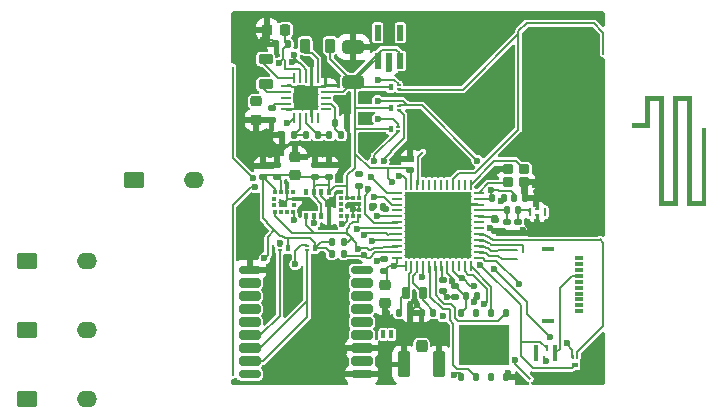
<source format=gbr>
%TF.GenerationSoftware,KiCad,Pcbnew,9.0.5*%
%TF.CreationDate,2025-10-31T14:43:10-07:00*%
%TF.ProjectId,digi_watch,64696769-5f77-4617-9463-682e6b696361,rev?*%
%TF.SameCoordinates,Original*%
%TF.FileFunction,Copper,L1,Top*%
%TF.FilePolarity,Positive*%
%FSLAX46Y46*%
G04 Gerber Fmt 4.6, Leading zero omitted, Abs format (unit mm)*
G04 Created by KiCad (PCBNEW 9.0.5) date 2025-10-31 14:43:10*
%MOMM*%
%LPD*%
G01*
G04 APERTURE LIST*
G04 Aperture macros list*
%AMRoundRect*
0 Rectangle with rounded corners*
0 $1 Rounding radius*
0 $2 $3 $4 $5 $6 $7 $8 $9 X,Y pos of 4 corners*
0 Add a 4 corners polygon primitive as box body*
4,1,4,$2,$3,$4,$5,$6,$7,$8,$9,$2,$3,0*
0 Add four circle primitives for the rounded corners*
1,1,$1+$1,$2,$3*
1,1,$1+$1,$4,$5*
1,1,$1+$1,$6,$7*
1,1,$1+$1,$8,$9*
0 Add four rect primitives between the rounded corners*
20,1,$1+$1,$2,$3,$4,$5,0*
20,1,$1+$1,$4,$5,$6,$7,0*
20,1,$1+$1,$6,$7,$8,$9,0*
20,1,$1+$1,$8,$9,$2,$3,0*%
G04 Aperture macros list end*
%TA.AperFunction,SMDPad,CuDef*%
%ADD10RoundRect,0.250000X0.650000X-0.325000X0.650000X0.325000X-0.650000X0.325000X-0.650000X-0.325000X0*%
%TD*%
%TA.AperFunction,SMDPad,CuDef*%
%ADD11R,0.400000X1.400000*%
%TD*%
%TA.AperFunction,SMDPad,CuDef*%
%ADD12R,0.200000X0.500000*%
%TD*%
%TA.AperFunction,SMDPad,CuDef*%
%ADD13RoundRect,0.125000X0.125000X-0.250000X0.125000X0.250000X-0.125000X0.250000X-0.125000X-0.250000X0*%
%TD*%
%TA.AperFunction,HeatsinkPad*%
%ADD14R,4.300000X3.400000*%
%TD*%
%TA.AperFunction,SMDPad,CuDef*%
%ADD15RoundRect,0.150000X0.150000X0.400000X-0.150000X0.400000X-0.150000X-0.400000X0.150000X-0.400000X0*%
%TD*%
%TA.AperFunction,SMDPad,CuDef*%
%ADD16RoundRect,0.225000X-0.250000X0.225000X-0.250000X-0.225000X0.250000X-0.225000X0.250000X0.225000X0*%
%TD*%
%TA.AperFunction,SMDPad,CuDef*%
%ADD17RoundRect,0.135000X0.135000X0.185000X-0.135000X0.185000X-0.135000X-0.185000X0.135000X-0.185000X0*%
%TD*%
%TA.AperFunction,SMDPad,CuDef*%
%ADD18RoundRect,0.225000X0.250000X-0.225000X0.250000X0.225000X-0.250000X0.225000X-0.250000X-0.225000X0*%
%TD*%
%TA.AperFunction,SMDPad,CuDef*%
%ADD19RoundRect,0.140000X0.170000X-0.140000X0.170000X0.140000X-0.170000X0.140000X-0.170000X-0.140000X0*%
%TD*%
%TA.AperFunction,SMDPad,CuDef*%
%ADD20RoundRect,0.140000X-0.140000X-0.170000X0.140000X-0.170000X0.140000X0.170000X-0.140000X0.170000X0*%
%TD*%
%TA.AperFunction,SMDPad,CuDef*%
%ADD21RoundRect,0.175000X-0.725000X-0.175000X0.725000X-0.175000X0.725000X0.175000X-0.725000X0.175000X0*%
%TD*%
%TA.AperFunction,SMDPad,CuDef*%
%ADD22RoundRect,0.200000X-0.700000X-0.200000X0.700000X-0.200000X0.700000X0.200000X-0.700000X0.200000X0*%
%TD*%
%TA.AperFunction,ComponentPad*%
%ADD23RoundRect,0.249200X-0.600800X-0.450800X0.600800X-0.450800X0.600800X0.450800X-0.600800X0.450800X0*%
%TD*%
%TA.AperFunction,ComponentPad*%
%ADD24O,1.700000X1.400000*%
%TD*%
%TA.AperFunction,SMDPad,CuDef*%
%ADD25RoundRect,0.218750X0.381250X-0.218750X0.381250X0.218750X-0.381250X0.218750X-0.381250X-0.218750X0*%
%TD*%
%TA.AperFunction,SMDPad,CuDef*%
%ADD26RoundRect,0.062500X-0.375000X-0.062500X0.375000X-0.062500X0.375000X0.062500X-0.375000X0.062500X0*%
%TD*%
%TA.AperFunction,SMDPad,CuDef*%
%ADD27RoundRect,0.062500X-0.062500X-0.375000X0.062500X-0.375000X0.062500X0.375000X-0.062500X0.375000X0*%
%TD*%
%TA.AperFunction,HeatsinkPad*%
%ADD28R,2.000000X2.000000*%
%TD*%
%TA.AperFunction,SMDPad,CuDef*%
%ADD29RoundRect,0.062500X0.062500X-0.375000X0.062500X0.375000X-0.062500X0.375000X-0.062500X-0.375000X0*%
%TD*%
%TA.AperFunction,SMDPad,CuDef*%
%ADD30RoundRect,0.062500X0.375000X-0.062500X0.375000X0.062500X-0.375000X0.062500X-0.375000X-0.062500X0*%
%TD*%
%TA.AperFunction,HeatsinkPad*%
%ADD31R,5.600000X5.600000*%
%TD*%
%TA.AperFunction,SMDPad,CuDef*%
%ADD32RoundRect,0.140000X-0.170000X0.140000X-0.170000X-0.140000X0.170000X-0.140000X0.170000X0.140000X0*%
%TD*%
%TA.AperFunction,SMDPad,CuDef*%
%ADD33RoundRect,0.225000X-0.225000X-0.250000X0.225000X-0.250000X0.225000X0.250000X-0.225000X0.250000X0*%
%TD*%
%TA.AperFunction,SMDPad,CuDef*%
%ADD34RoundRect,0.135000X-0.135000X-0.185000X0.135000X-0.185000X0.135000X0.185000X-0.135000X0.185000X0*%
%TD*%
%TA.AperFunction,SMDPad,CuDef*%
%ADD35R,0.558800X1.320800*%
%TD*%
%TA.AperFunction,SMDPad,CuDef*%
%ADD36R,0.354000X0.558000*%
%TD*%
%TA.AperFunction,SMDPad,CuDef*%
%ADD37R,0.354000X0.202400*%
%TD*%
%TA.AperFunction,SMDPad,CuDef*%
%ADD38R,0.279400X0.711200*%
%TD*%
%TA.AperFunction,SMDPad,CuDef*%
%ADD39R,0.457200X0.254000*%
%TD*%
%TA.AperFunction,SMDPad,CuDef*%
%ADD40RoundRect,0.250000X-0.250000X0.275000X-0.250000X-0.275000X0.250000X-0.275000X0.250000X0.275000X0*%
%TD*%
%TA.AperFunction,SMDPad,CuDef*%
%ADD41RoundRect,0.250000X-0.275000X0.850000X-0.275000X-0.850000X0.275000X-0.850000X0.275000X0.850000X0*%
%TD*%
%TA.AperFunction,SMDPad,CuDef*%
%ADD42RoundRect,0.218750X-0.218750X-0.381250X0.218750X-0.381250X0.218750X0.381250X-0.218750X0.381250X0*%
%TD*%
%TA.AperFunction,SMDPad,CuDef*%
%ADD43RoundRect,0.050000X-0.150000X-0.300000X0.150000X-0.300000X0.150000X0.300000X-0.150000X0.300000X0*%
%TD*%
%TA.AperFunction,SMDPad,CuDef*%
%ADD44RoundRect,0.200000X-0.250000X-0.200000X0.250000X-0.200000X0.250000X0.200000X-0.250000X0.200000X0*%
%TD*%
%TA.AperFunction,SMDPad,CuDef*%
%ADD45RoundRect,0.147500X-0.147500X-0.172500X0.147500X-0.172500X0.147500X0.172500X-0.147500X0.172500X0*%
%TD*%
%TA.AperFunction,SMDPad,CuDef*%
%ADD46R,0.375000X0.350000*%
%TD*%
%TA.AperFunction,SMDPad,CuDef*%
%ADD47R,0.350000X0.375000*%
%TD*%
%TA.AperFunction,SMDPad,CuDef*%
%ADD48RoundRect,0.140000X0.140000X0.170000X-0.140000X0.170000X-0.140000X-0.170000X0.140000X-0.170000X0*%
%TD*%
%TA.AperFunction,SMDPad,CuDef*%
%ADD49R,0.355600X0.381000*%
%TD*%
%TA.AperFunction,SMDPad,CuDef*%
%ADD50R,0.381000X0.355600*%
%TD*%
%TA.AperFunction,SMDPad,CuDef*%
%ADD51R,0.558000X0.354000*%
%TD*%
%TA.AperFunction,SMDPad,CuDef*%
%ADD52R,0.202400X0.354000*%
%TD*%
%TA.AperFunction,SMDPad,CuDef*%
%ADD53R,0.700000X0.300000*%
%TD*%
%TA.AperFunction,SMDPad,CuDef*%
%ADD54R,1.000000X0.300000*%
%TD*%
%TA.AperFunction,SMDPad,CuDef*%
%ADD55R,0.350000X0.500000*%
%TD*%
%TA.AperFunction,ConnectorPad*%
%ADD56R,0.400000X0.400000*%
%TD*%
%TA.AperFunction,ViaPad*%
%ADD57C,0.600000*%
%TD*%
%TA.AperFunction,Conductor*%
%ADD58C,0.200000*%
%TD*%
G04 APERTURE END LIST*
%TA.AperFunction,EtchedComponent*%
%TO.C,AE1*%
G36*
X146112500Y-89662500D02*
G01*
X147612500Y-89662500D01*
X147612500Y-90062500D01*
X146112500Y-90062500D01*
X146112500Y-89662500D01*
G37*
%TD.AperFunction*%
%TA.AperFunction,EtchedComponent*%
G36*
X147212500Y-87362500D02*
G01*
X147612500Y-87362500D01*
X147612500Y-90062500D01*
X147212500Y-90062500D01*
X147212500Y-87362500D01*
G37*
%TD.AperFunction*%
%TA.AperFunction,EtchedComponent*%
G36*
X147212500Y-87362500D02*
G01*
X148812500Y-87362500D01*
X148812500Y-87762500D01*
X147212500Y-87762500D01*
X147212500Y-87362500D01*
G37*
%TD.AperFunction*%
%TA.AperFunction,EtchedComponent*%
G36*
X148412500Y-87362500D02*
G01*
X148812500Y-87362500D01*
X148812500Y-96662500D01*
X148412500Y-96662500D01*
X148412500Y-87362500D01*
G37*
%TD.AperFunction*%
%TA.AperFunction,EtchedComponent*%
G36*
X148812500Y-96262500D02*
G01*
X149612500Y-96262500D01*
X149612500Y-96662500D01*
X148812500Y-96662500D01*
X148812500Y-96262500D01*
G37*
%TD.AperFunction*%
%TA.AperFunction,EtchedComponent*%
G36*
X149612500Y-87362500D02*
G01*
X150012500Y-87362500D01*
X150012500Y-96662500D01*
X149612500Y-96662500D01*
X149612500Y-87362500D01*
G37*
%TD.AperFunction*%
%TA.AperFunction,EtchedComponent*%
G36*
X150012500Y-87362500D02*
G01*
X150812500Y-87362500D01*
X150812500Y-87762500D01*
X150012500Y-87762500D01*
X150012500Y-87362500D01*
G37*
%TD.AperFunction*%
%TA.AperFunction,EtchedComponent*%
G36*
X150812500Y-87362500D02*
G01*
X151212500Y-87362500D01*
X151212500Y-96662500D01*
X150812500Y-96662500D01*
X150812500Y-87362500D01*
G37*
%TD.AperFunction*%
%TA.AperFunction,EtchedComponent*%
G36*
X151212500Y-96262500D02*
G01*
X152012500Y-96262500D01*
X152012500Y-96662500D01*
X151212500Y-96662500D01*
X151212500Y-96262500D01*
G37*
%TD.AperFunction*%
%TA.AperFunction,EtchedComponent*%
G36*
X152012500Y-90062500D02*
G01*
X152412500Y-90062500D01*
X152412500Y-96662500D01*
X152012500Y-96662500D01*
X152012500Y-90062500D01*
G37*
%TD.AperFunction*%
%TD*%
D10*
%TO.P,C7,1*%
%TO.N,3V3*%
X122500000Y-86162500D03*
%TO.P,C7,2*%
%TO.N,GND*%
X122500000Y-83212500D03*
%TD*%
D11*
%TO.P,Y3,1,NC*%
%TO.N,unconnected-(Y3-NC-Pad1)*%
X138000000Y-109150000D03*
D12*
%TO.P,Y3,2,GND*%
%TO.N,GND*%
X138700000Y-109600000D03*
D11*
%TO.P,Y3,3,CLK_OUT*%
%TO.N,LCD_VCOM*%
X139600000Y-109150000D03*
D12*
%TO.P,Y3,4,VDD*%
%TO.N,3V3*%
X138900000Y-108700000D03*
%TD*%
D13*
%TO.P,U7,1,~{CS}*%
%TO.N,QSPI_NCS*%
X131670000Y-111150000D03*
%TO.P,U7,2,DO/IO_{1}*%
%TO.N,QSPI_IO1*%
X132940000Y-111150000D03*
%TO.P,U7,3,~{WP}/IO_{2}*%
%TO.N,unconnected-(U7-~{WP}{slash}IO_{2}-Pad3)*%
X134210000Y-111150000D03*
%TO.P,U7,4,GND*%
%TO.N,GND*%
X135480000Y-111150000D03*
%TO.P,U7,5,DI/IO_{0}*%
%TO.N,QSPI_IO0*%
X135480000Y-105750000D03*
%TO.P,U7,6,CLK*%
%TO.N,QSPI_CLK*%
X134210000Y-105750000D03*
%TO.P,U7,7,~{HOLD}/~{RESET}/IO_{3}*%
%TO.N,unconnected-(U7-~{HOLD}{slash}~{RESET}{slash}IO_{3}-Pad7)*%
X132940000Y-105750000D03*
%TO.P,U7,8,VCC*%
%TO.N,3V3*%
X131670000Y-105750000D03*
D14*
%TO.P,U7,9,EP*%
%TO.N,unconnected-(U7-EP-Pad9)*%
X133575000Y-108450000D03*
%TD*%
D15*
%TO.P,Y1,1,1*%
%TO.N,Net-(U4-PC15)*%
X128400000Y-104000000D03*
%TO.P,Y1,2,2*%
%TO.N,Net-(U4-PC14)*%
X127000000Y-104000000D03*
%TD*%
D16*
%TO.P,C25,1*%
%TO.N,3V3*%
X125200000Y-103375000D03*
%TO.P,C25,2*%
%TO.N,GND*%
X125200000Y-104925000D03*
%TD*%
D17*
%TO.P,R9,1*%
%TO.N,Net-(U1-VOUT_SET)*%
X121520000Y-90687500D03*
%TO.P,R9,2*%
%TO.N,Net-(U1-VRDIV)*%
X120500000Y-90687500D03*
%TD*%
D18*
%TO.P,C19,1*%
%TO.N,3V3*%
X117600000Y-94075000D03*
%TO.P,C19,2*%
%TO.N,GND*%
X117600000Y-92525000D03*
%TD*%
D19*
%TO.P,C1,1*%
%TO.N,3V3*%
X125100000Y-102160000D03*
%TO.P,C1,2*%
%TO.N,GND*%
X125100000Y-101200000D03*
%TD*%
D20*
%TO.P,C17,1*%
%TO.N,3V3*%
X134290000Y-96030000D03*
%TO.P,C17,2*%
%TO.N,GND*%
X135250000Y-96030000D03*
%TD*%
D21*
%TO.P,U2,1,GND*%
%TO.N,GND*%
X113750000Y-102100000D03*
D22*
%TO.P,U2,2,TXD*%
%TO.N,unconnected-(U2-TXD-Pad2)*%
X113750000Y-103200000D03*
%TO.P,U2,3,RXD*%
%TO.N,unconnected-(U2-RXD-Pad3)*%
X113750000Y-104300000D03*
%TO.P,U2,4,TIMEPULSE*%
%TO.N,unconnected-(U2-TIMEPULSE-Pad4)*%
X113750000Y-105400000D03*
%TO.P,U2,5,EXTINT*%
%TO.N,unconnected-(U2-EXTINT-Pad5)*%
X113750000Y-106500000D03*
%TO.P,U2,6,V_BCKP*%
%TO.N,Net-(Q2-S)*%
X113750000Y-107600000D03*
%TO.P,U2,7,VCC_IO*%
%TO.N,Net-(Q1-S)*%
X113750000Y-108700000D03*
%TO.P,U2,8,VCC*%
X113750000Y-109800000D03*
D21*
%TO.P,U2,9,~{RESET}*%
%TO.N,unconnected-(U2-~{RESET}-Pad9)*%
X113750000Y-110900000D03*
%TO.P,U2,10,GND*%
%TO.N,GND*%
X123250000Y-110900000D03*
D22*
%TO.P,U2,11,RF_IN*%
%TO.N,unconnected-(U2-RF_IN-Pad11)*%
X123250000Y-109800000D03*
%TO.P,U2,12,GND*%
%TO.N,GND*%
X123250000Y-108700000D03*
%TO.P,U2,13,LNA_EN*%
%TO.N,unconnected-(U2-LNA_EN-Pad13)*%
X123250000Y-107600000D03*
%TO.P,U2,14,VCC_RF*%
%TO.N,unconnected-(U2-VCC_RF-Pad14)*%
X123250000Y-106500000D03*
%TO.P,U2,15,VIO_SEL*%
%TO.N,unconnected-(U2-VIO_SEL-Pad15)*%
X123250000Y-105400000D03*
%TO.P,U2,16,SDA*%
%TO.N,I2C1_SDA*%
X123250000Y-104300000D03*
%TO.P,U2,17,SCL*%
%TO.N,I2C1_SCL*%
X123250000Y-103200000D03*
D21*
%TO.P,U2,18,~{SAFEBOOT}*%
%TO.N,unconnected-(U2-~{SAFEBOOT}-Pad18)*%
X123250000Y-102100000D03*
%TD*%
D23*
%TO.P,D2,1,K*%
%TO.N,GND*%
X103960000Y-94500000D03*
D24*
%TO.P,D2,2,A*%
%TO.N,Net-(D2-A)*%
X109040000Y-94500000D03*
%TD*%
D19*
%TO.P,C21,1*%
%TO.N,3V3*%
X114900000Y-94260000D03*
%TO.P,C21,2*%
%TO.N,GND*%
X114900000Y-93300000D03*
%TD*%
%TO.P,C20,1*%
%TO.N,3V3*%
X116100000Y-94180000D03*
%TO.P,C20,2*%
%TO.N,GND*%
X116100000Y-93220000D03*
%TD*%
D25*
%TO.P,L2,1,1*%
%TO.N,VPD*%
X115100000Y-86362500D03*
%TO.P,L2,2,2*%
%TO.N,Net-(U1-LBOOST)*%
X115100000Y-84237500D03*
%TD*%
D26*
%TO.P,U1,1,VSS*%
%TO.N,GND*%
X116812500Y-86500000D03*
%TO.P,U1,2,VIN_DC*%
%TO.N,VPD*%
X116812500Y-87000000D03*
%TO.P,U1,3,VOC_SAMP*%
%TO.N,unconnected-(U1-VOC_SAMP-Pad3)*%
X116812500Y-87500000D03*
%TO.P,U1,4,VREF_SAMP*%
%TO.N,Net-(U1-VREF_SAMP)*%
X116812500Y-88000000D03*
%TO.P,U1,5,~{EN}*%
%TO.N,GND*%
X116812500Y-88500000D03*
D27*
%TO.P,U1,6,VOUT_EN*%
%TO.N,Net-(U1-VOUT_EN)*%
X117500000Y-89187500D03*
%TO.P,U1,7,VBAT_OV*%
%TO.N,Net-(U1-VBAT_OV)*%
X118000000Y-89187500D03*
%TO.P,U1,8,VRDIV*%
%TO.N,Net-(U1-VRDIV)*%
X118500000Y-89187500D03*
%TO.P,U1,9,VSS*%
%TO.N,GND*%
X119000000Y-89187500D03*
%TO.P,U1,10,OK_HYST*%
%TO.N,unconnected-(U1-OK_HYST-Pad10)*%
X119500000Y-89187500D03*
D26*
%TO.P,U1,11,OK_PROG*%
%TO.N,unconnected-(U1-OK_PROG-Pad11)*%
X120187500Y-88500000D03*
%TO.P,U1,12,VOUT_SET*%
%TO.N,Net-(U1-VOUT_SET)*%
X120187500Y-88000000D03*
%TO.P,U1,13,VBAT_OK*%
%TO.N,unconnected-(U1-VBAT_OK-Pad13)*%
X120187500Y-87500000D03*
%TO.P,U1,14,VOUT*%
%TO.N,3V3*%
X120187500Y-87000000D03*
%TO.P,U1,15,VSS*%
%TO.N,GND*%
X120187500Y-86500000D03*
D27*
%TO.P,U1,16,LBUCK*%
%TO.N,Net-(U1-LBUCK)*%
X119500000Y-85812500D03*
%TO.P,U1,17,VSS*%
%TO.N,GND*%
X119000000Y-85812500D03*
%TO.P,U1,18,VBAT*%
%TO.N,VBAT*%
X118500000Y-85812500D03*
%TO.P,U1,19,VSTOR*%
%TO.N,Net-(U1-VOUT_EN)*%
X118000000Y-85812500D03*
%TO.P,U1,20,LBOOST*%
%TO.N,Net-(U1-LBOOST)*%
X117500000Y-85812500D03*
D28*
%TO.P,U1,21,VSS*%
%TO.N,GND*%
X118500000Y-87500000D03*
%TD*%
D29*
%TO.P,U4,1,VBAT*%
%TO.N,3V3*%
X126950000Y-101737500D03*
%TO.P,U4,2,PC14*%
%TO.N,Net-(U4-PC14)*%
X127450000Y-101737500D03*
%TO.P,U4,3,PC15*%
%TO.N,Net-(U4-PC15)*%
X127950000Y-101737500D03*
%TO.P,U4,4,PH3*%
%TO.N,unconnected-(U4-PH3-Pad4)*%
X128450000Y-101737500D03*
%TO.P,U4,5,PB8*%
%TO.N,QSPI_IO1*%
X128950000Y-101737500D03*
%TO.P,U4,6,PB9*%
%TO.N,QSPI_IO0*%
X129450000Y-101737500D03*
%TO.P,U4,7,NRST*%
%TO.N,Net-(U4-NRST)*%
X129950000Y-101737500D03*
%TO.P,U4,8,VDDA*%
%TO.N,3V3*%
X130450000Y-101737500D03*
%TO.P,U4,9,PA0*%
%TO.N,WKUP*%
X130950000Y-101737500D03*
%TO.P,U4,10,PA1*%
%TO.N,unconnected-(U4-PA1-Pad10)*%
X131450000Y-101737500D03*
%TO.P,U4,11,PA2*%
%TO.N,QSPI_NCS*%
X131950000Y-101737500D03*
%TO.P,U4,12,PA3*%
%TO.N,QSPI_CLK*%
X132450000Y-101737500D03*
D30*
%TO.P,U4,13,PA4*%
%TO.N,LED_OUT*%
X133137500Y-101050000D03*
%TO.P,U4,14,PA5*%
%TO.N,SPI1_SCK*%
X133137500Y-100550000D03*
%TO.P,U4,15,PA6*%
%TO.N,LCD_EXTMODE*%
X133137500Y-100050000D03*
%TO.P,U4,16,PA7*%
%TO.N,SPI1_MOSI*%
X133137500Y-99550000D03*
%TO.P,U4,17,PA8*%
%TO.N,BTN_BOT_R*%
X133137500Y-99050000D03*
%TO.P,U4,18,PA9*%
%TO.N,unconnected-(U4-PA9-Pad18)*%
X133137500Y-98550000D03*
%TO.P,U4,19,PB2*%
%TO.N,unconnected-(U4-PB2-Pad19)*%
X133137500Y-98050000D03*
%TO.P,U4,20,VDD*%
%TO.N,3V3*%
X133137500Y-97550000D03*
%TO.P,U4,21,RF1*%
%TO.N,RF*%
X133137500Y-97050000D03*
%TO.P,U4,22,VSSRF*%
%TO.N,GND*%
X133137500Y-96550000D03*
%TO.P,U4,23,VDDRF*%
%TO.N,3V3*%
X133137500Y-96050000D03*
%TO.P,U4,24,OSC_OUT*%
%TO.N,Net-(U4-OSC_OUT)*%
X133137500Y-95550000D03*
D29*
%TO.P,U4,25,OSC_IN*%
%TO.N,Net-(U4-OSC_IN)*%
X132450000Y-94862500D03*
%TO.P,U4,26,AT0*%
%TO.N,unconnected-(U4-AT0-Pad26)*%
X131950000Y-94862500D03*
%TO.P,U4,27,AT1*%
%TO.N,unconnected-(U4-AT1-Pad27)*%
X131450000Y-94862500D03*
%TO.P,U4,28,PB0*%
%TO.N,BTN_TOP_R*%
X130950000Y-94862500D03*
%TO.P,U4,29,PB1*%
%TO.N,unconnected-(U4-PB1-Pad29)*%
X130450000Y-94862500D03*
%TO.P,U4,30,PE4*%
%TO.N,unconnected-(U4-PE4-Pad30)*%
X129950000Y-94862500D03*
%TO.P,U4,31,VFBSMPS*%
%TO.N,VFBSMPS*%
X129450000Y-94862500D03*
%TO.P,U4,32,VSSSMPS*%
%TO.N,VSSSMPS*%
X128950000Y-94862500D03*
%TO.P,U4,33,VLXSMPS*%
%TO.N,VLXSMPS*%
X128450000Y-94862500D03*
%TO.P,U4,34,VDDSMPS*%
%TO.N,VDDSMPS*%
X127950000Y-94862500D03*
%TO.P,U4,35,VDD*%
%TO.N,3V3*%
X127450000Y-94862500D03*
%TO.P,U4,36,PA10*%
%TO.N,PIEZO*%
X126950000Y-94862500D03*
D30*
%TO.P,U4,37,PA11*%
%TO.N,BTN_TOP_L*%
X126262500Y-95550000D03*
%TO.P,U4,38,PA12*%
%TO.N,unconnected-(U4-PA12-Pad38)*%
X126262500Y-96050000D03*
%TO.P,U4,39,PA13*%
%TO.N,SWDIO*%
X126262500Y-96550000D03*
%TO.P,U4,40,VDDUSB*%
%TO.N,3V3*%
X126262500Y-97050000D03*
%TO.P,U4,41,PA14*%
%TO.N,SWCLK*%
X126262500Y-97550000D03*
%TO.P,U4,42,PA15*%
%TO.N,BTN_BOT_L*%
X126262500Y-98050000D03*
%TO.P,U4,43,PB3*%
%TO.N,SWO*%
X126262500Y-98550000D03*
%TO.P,U4,44,PB4*%
%TO.N,GPS_BKUP_DISABLE*%
X126262500Y-99050000D03*
%TO.P,U4,45,PB5*%
%TO.N,GPS_DISABLE*%
X126262500Y-99550000D03*
%TO.P,U4,46,PB6*%
%TO.N,I2C1_SCL*%
X126262500Y-100050000D03*
%TO.P,U4,47,PB7*%
%TO.N,I2C1_SDA*%
X126262500Y-100550000D03*
%TO.P,U4,48,VDD*%
%TO.N,3V3*%
X126262500Y-101050000D03*
D31*
%TO.P,U4,49,VSS*%
%TO.N,GND*%
X129700000Y-98300000D03*
%TD*%
D32*
%TO.P,C2,1*%
%TO.N,3V3*%
X134500000Y-97840000D03*
%TO.P,C2,2*%
%TO.N,GND*%
X134500000Y-98800000D03*
%TD*%
D33*
%TO.P,C11,1*%
%TO.N,GND*%
X115225000Y-81750000D03*
%TO.P,C11,2*%
%TO.N,Net-(U1-VOUT_EN)*%
X116775000Y-81750000D03*
%TD*%
D23*
%TO.P,D5,1,K*%
%TO.N,Net-(D4-A)*%
X94920000Y-113000000D03*
D24*
%TO.P,D5,2,A*%
%TO.N,VPD*%
X100000000Y-113000000D03*
%TD*%
D17*
%TO.P,R8,1*%
%TO.N,GND*%
X122010000Y-89687500D03*
%TO.P,R8,2*%
%TO.N,Net-(U1-VOUT_SET)*%
X120990000Y-89687500D03*
%TD*%
D34*
%TO.P,R6,1*%
%TO.N,Net-(U1-VBAT_OV)*%
X118490000Y-90687500D03*
%TO.P,R6,2*%
%TO.N,Net-(U1-VRDIV)*%
X119510000Y-90687500D03*
%TD*%
D35*
%TO.P,U9,1,IN*%
%TO.N,3V3*%
X124599998Y-84387600D03*
%TO.P,U9,2,GND*%
%TO.N,GND*%
X125549999Y-84387600D03*
%TO.P,U9,3,EN*%
%TO.N,3V3*%
X126500000Y-84387600D03*
%TO.P,U9,4,NC*%
%TO.N,unconnected-(U9-NC-Pad4)*%
X126500000Y-82000000D03*
%TO.P,U9,5,OUT*%
%TO.N,Net-(J4-Pin_1)*%
X124599998Y-82000000D03*
%TD*%
D36*
%TO.P,Q5,1,D*%
%TO.N,3V3*%
X125700000Y-86600000D03*
D37*
%TO.P,Q5,2,G*%
%TO.N,BTN_TOP_R*%
X126355200Y-86775000D03*
%TO.P,Q5,3,S*%
%TO.N,WKUP*%
X126355200Y-86425000D03*
%TD*%
D38*
%TO.P,U8,1,IN*%
%TO.N,Net-(U8-IN)*%
X137500000Y-97200000D03*
D39*
%TO.P,U8,2,GND*%
%TO.N,GND*%
X138109600Y-96971400D03*
D38*
%TO.P,U8,3,OUT*%
%TO.N,Net-(AE1-A)*%
X138719200Y-97200000D03*
D39*
%TO.P,U8,4,GND*%
%TO.N,GND*%
X138109600Y-97428600D03*
%TD*%
D19*
%TO.P,C3,1*%
%TO.N,3V3*%
X127350000Y-93660000D03*
%TO.P,C3,2*%
%TO.N,GND*%
X127350000Y-92700000D03*
%TD*%
%TO.P,C6,1*%
%TO.N,Net-(U5-C1)*%
X123000000Y-94960000D03*
%TO.P,C6,2*%
%TO.N,GND*%
X123000000Y-94000000D03*
%TD*%
D32*
%TO.P,C24,1*%
%TO.N,3V3*%
X131100000Y-103420000D03*
%TO.P,C24,2*%
%TO.N,GND*%
X131100000Y-104380000D03*
%TD*%
D20*
%TO.P,C18,1*%
%TO.N,3V3*%
X136120000Y-96000000D03*
%TO.P,C18,2*%
%TO.N,GND*%
X137080000Y-96000000D03*
%TD*%
D40*
%TO.P,J3,1,In*%
%TO.N,unconnected-(J3-In-Pad1)*%
X128300000Y-108570000D03*
D41*
%TO.P,J3,2,Ext*%
%TO.N,GND*%
X129775000Y-110095000D03*
X126825000Y-110095000D03*
%TD*%
D19*
%TO.P,C5,1*%
%TO.N,3V3*%
X119300000Y-94180000D03*
%TO.P,C5,2*%
%TO.N,GND*%
X119300000Y-93220000D03*
%TD*%
D23*
%TO.P,D3,1,K*%
%TO.N,Net-(D2-A)*%
X94920000Y-101300000D03*
D24*
%TO.P,D3,2,A*%
%TO.N,Net-(D3-A)*%
X100000000Y-101300000D03*
%TD*%
D42*
%TO.P,L1,1,1*%
%TO.N,Net-(U1-LBUCK)*%
X118437500Y-83100000D03*
%TO.P,L1,2,2*%
%TO.N,3V3*%
X120562500Y-83100000D03*
%TD*%
D43*
%TO.P,D6,1,K*%
%TO.N,unconnected-(D6-K-Pad1)*%
X125050000Y-107550000D03*
%TO.P,D6,2,A*%
%TO.N,unconnected-(D6-A-Pad2)*%
X125750000Y-107550000D03*
%TD*%
D44*
%TO.P,Y2,1,1*%
%TO.N,Net-(U4-OSC_OUT)*%
X135600000Y-94650000D03*
%TO.P,Y2,2,2*%
%TO.N,GND*%
X137000000Y-94650000D03*
%TO.P,Y2,3,3*%
%TO.N,Net-(U4-OSC_IN)*%
X137000000Y-93550000D03*
%TO.P,Y2,4,4*%
%TO.N,GND*%
X135600000Y-93550000D03*
%TD*%
D34*
%TO.P,R12,1*%
%TO.N,3V3*%
X120690000Y-99700000D03*
%TO.P,R12,2*%
%TO.N,I2C1_SCL*%
X121710000Y-99700000D03*
%TD*%
D45*
%TO.P,L4,1,1*%
%TO.N,RF*%
X135515000Y-97000000D03*
%TO.P,L4,2,2*%
%TO.N,Net-(U8-IN)*%
X136485000Y-97000000D03*
%TD*%
D46*
%TO.P,U5,1,SCL/SPC*%
%TO.N,I2C1_SCL*%
X123000000Y-97500000D03*
%TO.P,U5,2,GND*%
%TO.N,GND*%
X123000000Y-97000000D03*
%TO.P,U5,3,GND*%
X123000000Y-96500000D03*
%TO.P,U5,4,C1*%
%TO.N,Net-(U5-C1)*%
X123000000Y-96000000D03*
D47*
%TO.P,U5,5,Vdd*%
%TO.N,3V3*%
X122487500Y-95987500D03*
%TO.P,U5,6,Vdd_IO*%
X121987500Y-95987500D03*
D46*
%TO.P,U5,7,INT*%
%TO.N,unconnected-(U5-INT-Pad7)*%
X121475000Y-96000000D03*
%TO.P,U5,8,DRDY*%
%TO.N,unconnected-(U5-DRDY-Pad8)*%
X121475000Y-96500000D03*
%TO.P,U5,9,SDO/SA1*%
%TO.N,unconnected-(U5-SDO{slash}SA1-Pad9)*%
X121475000Y-97000000D03*
%TO.P,U5,10,~{CS}*%
%TO.N,3V3*%
X121475000Y-97500000D03*
D47*
%TO.P,U5,11,SDA/SDI/SDO*%
%TO.N,I2C1_SDA*%
X121987500Y-97512500D03*
%TO.P,U5,12,GND*%
%TO.N,GND*%
X122487500Y-97512500D03*
%TD*%
D16*
%TO.P,C10,1*%
%TO.N,VPD*%
X114300000Y-87825000D03*
%TO.P,C10,2*%
%TO.N,GND*%
X114300000Y-89375000D03*
%TD*%
D48*
%TO.P,C8,1*%
%TO.N,GND*%
X127360000Y-105700000D03*
%TO.P,C8,2*%
%TO.N,Net-(U4-PC14)*%
X126400000Y-105700000D03*
%TD*%
D20*
%TO.P,C22,1*%
%TO.N,3V3*%
X132070000Y-104300000D03*
%TO.P,C22,2*%
%TO.N,GND*%
X133030000Y-104300000D03*
%TD*%
D49*
%TO.P,U6,1,SCL/SPC*%
%TO.N,I2C1_SCL*%
X115888199Y-97188200D03*
%TO.P,U6,2,CS*%
%TO.N,unconnected-(U6-CS-Pad2)*%
X116388200Y-97188200D03*
%TO.P,U6,3,SDO/SA0*%
%TO.N,unconnected-(U6-SDO{slash}SA0-Pad3)*%
X116888200Y-97188200D03*
%TO.P,U6,4,SDA/SDI/SDO*%
%TO.N,I2C1_SDA*%
X117388201Y-97188200D03*
D50*
%TO.P,U6,5,NC*%
%TO.N,unconnected-(U6-NC-Pad5)*%
X117476400Y-96600000D03*
%TO.P,U6,6,GND*%
%TO.N,GND*%
X117476400Y-96100000D03*
D49*
%TO.P,U6,7,RES*%
%TO.N,unconnected-(U6-RES-Pad7)*%
X117388201Y-95511800D03*
%TO.P,U6,8,GND*%
%TO.N,GND*%
X116888200Y-95511800D03*
%TO.P,U6,9,VDD*%
%TO.N,3V3*%
X116388200Y-95511800D03*
%TO.P,U6,10,VDDIO*%
X115888199Y-95511800D03*
D50*
%TO.P,U6,11,INT2*%
%TO.N,unconnected-(U6-INT2-Pad11)*%
X115800000Y-96100000D03*
%TO.P,U6,12,INT1*%
%TO.N,unconnected-(U6-INT1-Pad12)*%
X115800000Y-96600000D03*
%TD*%
D20*
%TO.P,C12,1*%
%TO.N,GND*%
X116020000Y-83000000D03*
%TO.P,C12,2*%
%TO.N,Net-(U1-VOUT_EN)*%
X116980000Y-83000000D03*
%TD*%
D32*
%TO.P,C14,1*%
%TO.N,RF*%
X135500000Y-98020000D03*
%TO.P,C14,2*%
%TO.N,GND*%
X135500000Y-98980000D03*
%TD*%
D19*
%TO.P,C4,1*%
%TO.N,3V3*%
X120500000Y-94180000D03*
%TO.P,C4,2*%
%TO.N,GND*%
X120500000Y-93220000D03*
%TD*%
D51*
%TO.P,Q6,1,D*%
%TO.N,3V3*%
X141275000Y-110155200D03*
D52*
%TO.P,Q6,2,G*%
%TO.N,BTN_BOT_R*%
X141450000Y-109500000D03*
%TO.P,Q6,3,S*%
%TO.N,WKUP*%
X141100000Y-109500000D03*
%TD*%
D53*
%TO.P,J1,1,Pin_1*%
%TO.N,SPI1_SCK*%
X141650000Y-101090000D03*
%TO.P,J1,2,Pin_2*%
%TO.N,SPI1_MOSI*%
X141650000Y-101589999D03*
%TO.P,J1,3,Pin_3*%
%TO.N,unconnected-(J1-Pin_3-Pad3)*%
X141650000Y-102090001D03*
%TO.P,J1,4,Pin_4*%
%TO.N,LCD_VCOM*%
X141650000Y-102590000D03*
%TO.P,J1,5,Pin_5*%
%TO.N,unconnected-(J1-Pin_5-Pad5)*%
X141650000Y-103089999D03*
%TO.P,J1,6,Pin_6*%
%TO.N,unconnected-(J1-Pin_6-Pad6)*%
X141650000Y-103590000D03*
%TO.P,J1,7,Pin_7*%
%TO.N,unconnected-(J1-Pin_7-Pad7)*%
X141650000Y-104089999D03*
%TO.P,J1,8,Pin_8*%
%TO.N,LCD_EXTMODE*%
X141650000Y-104590001D03*
%TO.P,J1,9,Pin_9*%
%TO.N,unconnected-(J1-Pin_9-Pad9)*%
X141650000Y-105090000D03*
%TO.P,J1,10,Pin_10*%
%TO.N,unconnected-(J1-Pin_10-Pad10)*%
X141650000Y-105589999D03*
D54*
%TO.P,J1,P1*%
%TO.N,N/C*%
X139000000Y-100300000D03*
%TO.P,J1,P2*%
X139000000Y-106379987D03*
%TD*%
D36*
%TO.P,Q3,1,D*%
%TO.N,3V3*%
X125675000Y-90125000D03*
D37*
%TO.P,Q3,2,G*%
%TO.N,BTN_TOP_L*%
X126330200Y-90300000D03*
%TO.P,Q3,3,S*%
%TO.N,WKUP*%
X126330200Y-89950000D03*
%TD*%
D36*
%TO.P,Q2,1,D*%
%TO.N,3V3*%
X116955200Y-100225000D03*
D37*
%TO.P,Q2,2,G*%
%TO.N,GPS_BKUP_DISABLE*%
X116300000Y-100050000D03*
%TO.P,Q2,3,S*%
%TO.N,Net-(Q2-S)*%
X116300000Y-100400000D03*
%TD*%
D48*
%TO.P,C26,1*%
%TO.N,3V3*%
X125030000Y-96750000D03*
%TO.P,C26,2*%
%TO.N,GND*%
X124070000Y-96750000D03*
%TD*%
D34*
%TO.P,R7,1*%
%TO.N,GND*%
X116480000Y-90687500D03*
%TO.P,R7,2*%
%TO.N,Net-(U1-VBAT_OV)*%
X117500000Y-90687500D03*
%TD*%
D36*
%TO.P,Q4,1,D*%
%TO.N,3V3*%
X125744800Y-88375000D03*
D37*
%TO.P,Q4,2,G*%
%TO.N,BTN_BOT_L*%
X126400000Y-88550000D03*
%TO.P,Q4,3,S*%
%TO.N,WKUP*%
X126400000Y-88200000D03*
%TD*%
D32*
%TO.P,C23,1*%
%TO.N,Net-(U1-VREF_SAMP)*%
X115600000Y-88420000D03*
%TO.P,C23,2*%
%TO.N,GND*%
X115600000Y-89380000D03*
%TD*%
D23*
%TO.P,D4,1,K*%
%TO.N,Net-(D3-A)*%
X94920000Y-107150000D03*
D24*
%TO.P,D4,2,A*%
%TO.N,Net-(D4-A)*%
X100000000Y-107150000D03*
%TD*%
D55*
%TO.P,U3,1,GND*%
%TO.N,GND*%
X120475000Y-97525000D03*
%TO.P,U3,2,CSB*%
%TO.N,3V3*%
X119825000Y-97525000D03*
%TO.P,U3,3,SDI*%
%TO.N,I2C1_SDA*%
X119175000Y-97525000D03*
%TO.P,U3,4,SCK*%
%TO.N,I2C1_SCL*%
X118525000Y-97525000D03*
%TO.P,U3,5,SDO*%
%TO.N,unconnected-(U3-SDO-Pad5)*%
X118525000Y-95475000D03*
%TO.P,U3,6,VDDIO*%
%TO.N,3V3*%
X119175000Y-95475000D03*
%TO.P,U3,7,GND*%
%TO.N,GND*%
X119825000Y-95475000D03*
%TO.P,U3,8,VDD*%
%TO.N,3V3*%
X120475000Y-95475000D03*
%TD*%
D56*
%TO.P,AE1,1,A*%
%TO.N,Net-(AE1-A)*%
X146312500Y-89862500D03*
%TD*%
D34*
%TO.P,R11,1*%
%TO.N,3V3*%
X120700000Y-100700000D03*
%TO.P,R11,2*%
%TO.N,I2C1_SDA*%
X121720000Y-100700000D03*
%TD*%
D36*
%TO.P,Q1,1,D*%
%TO.N,3V3*%
X119255200Y-100225000D03*
D37*
%TO.P,Q1,2,G*%
%TO.N,GPS_DISABLE*%
X118600000Y-100050000D03*
%TO.P,Q1,3,S*%
%TO.N,Net-(Q1-S)*%
X118600000Y-100400000D03*
%TD*%
D32*
%TO.P,C15,1*%
%TO.N,Net-(U8-IN)*%
X136500000Y-98020000D03*
%TO.P,C15,2*%
%TO.N,GND*%
X136500000Y-98980000D03*
%TD*%
D20*
%TO.P,C9,1*%
%TO.N,GND*%
X128300000Y-105750000D03*
%TO.P,C9,2*%
%TO.N,Net-(U4-PC15)*%
X129260000Y-105750000D03*
%TD*%
D19*
%TO.P,C16,1*%
%TO.N,GND*%
X130100000Y-103880000D03*
%TO.P,C16,2*%
%TO.N,Net-(U4-NRST)*%
X130100000Y-102920000D03*
%TD*%
D57*
%TO.N,GND*%
X121750000Y-109000000D03*
X135234558Y-98793288D03*
X117900000Y-88100000D03*
X122000000Y-89000000D03*
X127350000Y-92700000D03*
X138100000Y-98000000D03*
X134700000Y-93700000D03*
X124550000Y-101350000D03*
X134075000Y-98569970D03*
X130493098Y-104406900D03*
X122500000Y-81500000D03*
X135068641Y-96250642D03*
X122482022Y-96940413D03*
X117950000Y-86950000D03*
X121500000Y-110500000D03*
X118500000Y-87500000D03*
X123700000Y-87700000D03*
X132737870Y-104831958D03*
X138800000Y-109800000D03*
X136927421Y-98748905D03*
X116400000Y-90600000D03*
X123000000Y-94000000D03*
X139000000Y-111500000D03*
X123700000Y-91300000D03*
X134200000Y-88900000D03*
X125549999Y-85100000D03*
X117400000Y-103000000D03*
X137100000Y-96000000D03*
X127916156Y-105024819D03*
X125400000Y-105700000D03*
X115500000Y-102250000D03*
X114900000Y-82600000D03*
X120500000Y-96500000D03*
X123600000Y-89300000D03*
X138001140Y-96498910D03*
X129700000Y-98300000D03*
X135600000Y-110800000D03*
X129700000Y-98300000D03*
X124249979Y-96694407D03*
X137900000Y-94900000D03*
X116692943Y-96498003D03*
%TO.N,unconnected-(U4-PH3-Pad4)*%
X128310519Y-102705413D03*
X130116577Y-106008900D03*
%TO.N,BTN_TOP_L*%
X114000000Y-94300000D03*
X124300000Y-92900000D03*
X124000000Y-94200000D03*
%TO.N,WKUP*%
X134424265Y-101975735D03*
X139200000Y-107800000D03*
X131700000Y-102789327D03*
X124600000Y-86000000D03*
X133025735Y-92825735D03*
X124600000Y-87775000D03*
X132742335Y-103445465D03*
X124600000Y-89300000D03*
X140600000Y-108300000D03*
%TO.N,QSPI_NCS*%
X131077165Y-111007086D03*
X133610000Y-105000000D03*
%TO.N,BTN_BOT_L*%
X123798070Y-95223011D03*
X125100003Y-92900000D03*
X114200000Y-95100000D03*
%TO.N,PIEZO*%
X126400000Y-94100000D03*
%TO.N,LED_OUT*%
X136524265Y-103275735D03*
X136237554Y-109734288D03*
%TO.N,SWDIO*%
X124251901Y-95894407D03*
%TO.N,I2C1_SDA*%
X123465687Y-100865687D03*
X123250000Y-104300000D03*
X121600000Y-98175002D03*
X117500000Y-97899000D03*
X119199377Y-98141413D03*
%TO.N,I2C1_SCL*%
X122650000Y-103200000D03*
X122900000Y-100300000D03*
%TO.N,SWCLK*%
X124514620Y-97496529D03*
%TO.N,SWO*%
X122800000Y-98601000D03*
%TO.N,Net-(U1-VOUT_EN)*%
X116200000Y-84600000D03*
X116900000Y-89650055D03*
%TO.N,VBAT*%
X117500000Y-83900000D03*
X117300232Y-84474000D03*
%TO.N,GPS_DISABLE*%
X124109190Y-99612103D03*
X117600000Y-101600000D03*
%TO.N,GPS_BKUP_DISABLE*%
X123440628Y-99172752D03*
X116278198Y-99798798D03*
%TO.N,3V3*%
X125834313Y-94665687D03*
X134200000Y-95350000D03*
X134500000Y-97700000D03*
X126000000Y-101750000D03*
X115000000Y-101100000D03*
X133236027Y-101675000D03*
X130910000Y-102999325D03*
X125309427Y-96950000D03*
%TD*%
D58*
%TO.N,Net-(Q2-S)*%
X113750000Y-107600000D02*
X114650000Y-107600000D01*
X114650000Y-107600000D02*
X116300000Y-105950000D01*
X116300000Y-105950000D02*
X116300000Y-100452200D01*
%TO.N,Net-(Q1-S)*%
X118600000Y-106100000D02*
X118600000Y-104750000D01*
X118600000Y-104750000D02*
X118600000Y-100452200D01*
X114650000Y-108700000D02*
X118600000Y-104750000D01*
X113750000Y-108700000D02*
X114650000Y-108700000D01*
X113750000Y-109800000D02*
X114900000Y-109800000D01*
X114900000Y-109800000D02*
X118600000Y-106100000D01*
%TO.N,GND*%
X135421270Y-98980000D02*
X135234558Y-98793288D01*
X114900000Y-82600000D02*
X114900000Y-82075000D01*
X129700000Y-98300000D02*
X128950000Y-97550000D01*
X136500000Y-98980000D02*
X136696326Y-98980000D01*
X122010000Y-89687500D02*
X122010000Y-89010000D01*
X119000000Y-87000000D02*
X118500000Y-87500000D01*
X123000000Y-96500000D02*
X123000000Y-97000000D01*
X120187500Y-86500000D02*
X120113500Y-86574000D01*
X128520000Y-105628663D02*
X127916156Y-105024819D01*
X127480000Y-105750000D02*
X127480000Y-105460975D01*
X130519998Y-104380000D02*
X130493098Y-104406900D01*
X114900000Y-82600000D02*
X115620000Y-82600000D01*
X122010000Y-89010000D02*
X122000000Y-89000000D01*
X130493098Y-104405486D02*
X130067612Y-103980000D01*
X132737870Y-104831958D02*
X132737870Y-104462130D01*
X116863500Y-88449000D02*
X117551000Y-88449000D01*
X132737870Y-104462130D02*
X132900000Y-104300000D01*
X130493098Y-104406900D02*
X130493098Y-104405486D01*
X136696326Y-98980000D02*
X136927421Y-98748905D01*
X122482022Y-96946522D02*
X122482022Y-96940413D01*
X135550000Y-93550000D02*
X135600000Y-93550000D01*
X124700000Y-101200000D02*
X124550000Y-101350000D01*
X124105593Y-96694407D02*
X124070000Y-96730000D01*
X120113500Y-86574000D02*
X119426000Y-86574000D01*
X136500000Y-98980000D02*
X135500000Y-98980000D01*
X138700000Y-109600000D02*
X138700000Y-109700000D01*
X138109600Y-97428600D02*
X138109600Y-97990400D01*
X134500000Y-98800000D02*
X134305030Y-98800000D01*
X135320000Y-98800000D02*
X135500000Y-98980000D01*
X124249979Y-96694407D02*
X124105593Y-96694407D01*
X135480000Y-110850000D02*
X135550000Y-110850000D01*
X135068641Y-96172359D02*
X135211000Y-96030000D01*
X121900000Y-110900000D02*
X121500000Y-110500000D01*
X116480000Y-90687500D02*
X116480000Y-90680000D01*
X125549999Y-85100000D02*
X125549999Y-84387600D01*
X128520000Y-105750000D02*
X128520000Y-105628663D01*
X130067612Y-103980000D02*
X130000000Y-103980000D01*
X134305030Y-98800000D02*
X134075000Y-98569970D01*
X117249999Y-86500000D02*
X117349999Y-86600000D01*
X127480000Y-105460975D02*
X127916156Y-105024819D01*
X135500000Y-98980000D02*
X135421270Y-98980000D01*
X137080000Y-96000000D02*
X137100000Y-96000000D01*
X115350000Y-102100000D02*
X115500000Y-102250000D01*
X135211000Y-96030000D02*
X135250000Y-96030000D01*
X119000000Y-85812500D02*
X119000000Y-87000000D01*
X113750000Y-102100000D02*
X115350000Y-102100000D01*
X138900000Y-110950000D02*
X138900000Y-111400000D01*
X119426000Y-86574000D02*
X118500000Y-87500000D01*
X122535500Y-97000000D02*
X122482022Y-96946522D01*
X120475000Y-97525000D02*
X120475000Y-96525000D01*
X117006101Y-96100000D02*
X116888200Y-95982099D01*
X134500000Y-98800000D02*
X135320000Y-98800000D01*
X117900000Y-88100000D02*
X118500000Y-87500000D01*
X117551000Y-88449000D02*
X117900000Y-88100000D01*
X116480000Y-90680000D02*
X116400000Y-90600000D01*
X131450000Y-96550000D02*
X129700000Y-98300000D01*
X122487500Y-97512500D02*
X122487500Y-97048000D01*
X119000000Y-89187500D02*
X119000000Y-88000000D01*
X122050000Y-108700000D02*
X121750000Y-109000000D01*
X122535500Y-97000000D02*
X123000000Y-97000000D01*
X138700000Y-109700000D02*
X138800000Y-109800000D01*
X131100000Y-104380000D02*
X130519998Y-104380000D01*
X138900000Y-111400000D02*
X139000000Y-111500000D01*
X114900000Y-82075000D02*
X115225000Y-81750000D01*
X137000000Y-94650000D02*
X137650000Y-94650000D01*
X123250000Y-108700000D02*
X122050000Y-108700000D01*
X117476400Y-96100000D02*
X117006101Y-96100000D01*
X125400000Y-104975000D02*
X125350000Y-104925000D01*
X115620000Y-82600000D02*
X116020000Y-83000000D01*
X117006101Y-96100000D02*
X116692943Y-96413158D01*
X116812500Y-86500000D02*
X117249999Y-86500000D01*
X138109600Y-96607370D02*
X138001140Y-96498910D01*
X134700000Y-93700000D02*
X135400000Y-93700000D01*
X122500000Y-83212500D02*
X122500000Y-81500000D01*
X125400000Y-105700000D02*
X125400000Y-104975000D01*
X135400000Y-93700000D02*
X135550000Y-93550000D01*
X119825000Y-95475000D02*
X119825000Y-95825000D01*
X116692943Y-96413158D02*
X116692943Y-96498003D01*
X117600000Y-86600000D02*
X117950000Y-86950000D01*
X120475000Y-96525000D02*
X120500000Y-96500000D01*
X122487500Y-97048000D02*
X122535500Y-97000000D01*
X123250000Y-110900000D02*
X121900000Y-110900000D01*
X135550000Y-110850000D02*
X135600000Y-110800000D01*
X125100000Y-101200000D02*
X124700000Y-101200000D01*
X119825000Y-95825000D02*
X120500000Y-96500000D01*
X133137500Y-96550000D02*
X131450000Y-96550000D01*
X138109600Y-97990400D02*
X138100000Y-98000000D01*
X117349999Y-86600000D02*
X117600000Y-86600000D01*
X117950000Y-86950000D02*
X118500000Y-87500000D01*
X138109600Y-96971400D02*
X138109600Y-96607370D01*
X116812500Y-88500000D02*
X116863500Y-88449000D01*
X124070000Y-96730000D02*
X124070000Y-96750000D01*
X116888200Y-95982099D02*
X116888200Y-95511800D01*
X137650000Y-94650000D02*
X137900000Y-94900000D01*
X135068641Y-96250642D02*
X135068641Y-96172359D01*
X119000000Y-88000000D02*
X118500000Y-87500000D01*
%TO.N,Net-(U1-VOUT_SET)*%
X120990000Y-88349202D02*
X120990000Y-89687500D01*
X120990000Y-90157500D02*
X121520000Y-90687500D01*
X120640798Y-88000000D02*
X120990000Y-88349202D01*
X120990000Y-89687500D02*
X120990000Y-90157500D01*
X120187500Y-88000000D02*
X120640798Y-88000000D01*
%TO.N,Net-(U1-VBAT_OV)*%
X118000000Y-90187500D02*
X117500000Y-90687500D01*
X117500000Y-90687500D02*
X118490000Y-90687500D01*
X118000000Y-89187500D02*
X118000000Y-90187500D01*
%TO.N,Net-(U1-VRDIV)*%
X118500000Y-89187500D02*
X118500000Y-89677500D01*
X119510000Y-90687500D02*
X120500000Y-90687500D01*
X118500000Y-89677500D02*
X119510000Y-90687500D01*
%TO.N,Net-(U5-C1)*%
X123000000Y-94960000D02*
X123000000Y-96000000D01*
%TO.N,LCD_EXTMODE*%
X133211500Y-100124000D02*
X133664798Y-100124000D01*
X133763798Y-100223000D02*
X133830898Y-100223000D01*
X133664798Y-100124000D02*
X133763798Y-100223000D01*
X133855898Y-100248000D02*
X133907199Y-100248000D01*
X134811250Y-100363000D02*
X136400000Y-100363000D01*
X133137500Y-100050000D02*
X133211500Y-100124000D01*
X134676250Y-100498000D02*
X134811250Y-100363000D01*
X133907199Y-100248000D02*
X134157199Y-100498000D01*
X133830898Y-100223000D02*
X133855898Y-100248000D01*
X134157199Y-100498000D02*
X134676250Y-100498000D01*
%TO.N,unconnected-(U4-PH3-Pad4)*%
X128450000Y-101737500D02*
X128450000Y-102565932D01*
X128450000Y-102565932D02*
X128310519Y-102705413D01*
%TO.N,BTN_TOP_L*%
X126330200Y-90369800D02*
X126330200Y-90352200D01*
X124300000Y-92400000D02*
X126330200Y-90369800D01*
X124300000Y-92900000D02*
X124300000Y-92400000D01*
X125350000Y-95550000D02*
X124000000Y-94200000D01*
X126262500Y-95550000D02*
X125350000Y-95550000D01*
X112301000Y-92601000D02*
X112301000Y-84900000D01*
X114000000Y-94300000D02*
X112301000Y-92601000D01*
%TO.N,QSPI_IO0*%
X131119000Y-105320082D02*
X131119000Y-106179918D01*
X131365082Y-106426000D02*
X134804000Y-106426000D01*
X131119000Y-106179918D02*
X131365082Y-106426000D01*
X134804000Y-106426000D02*
X135480000Y-105750000D01*
X129489000Y-101776500D02*
X129489000Y-104206550D01*
X130244155Y-105007900D02*
X130806818Y-105007900D01*
X129892098Y-104655843D02*
X130244155Y-105007900D01*
X130806818Y-105007900D02*
X131119000Y-105320082D01*
X129489000Y-104206550D02*
X129892098Y-104609648D01*
X129892098Y-104609648D02*
X129892098Y-104655843D01*
X129450000Y-101737500D02*
X129489000Y-101776500D01*
%TO.N,QSPI_CLK*%
X132450000Y-101737500D02*
X134210000Y-103497500D01*
X134210000Y-103497500D02*
X134210000Y-105450000D01*
%TO.N,WKUP*%
X127100000Y-88147800D02*
X126727200Y-87775000D01*
X125908000Y-89300000D02*
X126330200Y-89722200D01*
X140600000Y-108300000D02*
X140600000Y-108400000D01*
X126727200Y-87775000D02*
X124600000Y-87775000D01*
X124600000Y-89300000D02*
X125908000Y-89300000D01*
X125982400Y-86000000D02*
X126355200Y-86372800D01*
X140600000Y-108400000D02*
X141047800Y-108847800D01*
X131789327Y-102789327D02*
X131700000Y-102789327D01*
X130950000Y-102190798D02*
X130950000Y-101737500D01*
X134424265Y-101975735D02*
X134424265Y-102024265D01*
X141047800Y-108847800D02*
X141047800Y-109500000D01*
X133025735Y-92825735D02*
X128347800Y-88147800D01*
X127100000Y-88147800D02*
X126400000Y-88147800D01*
X137200000Y-105800000D02*
X139200000Y-107800000D01*
X124600000Y-86000000D02*
X125982400Y-86000000D01*
X131700000Y-102789327D02*
X131548529Y-102789327D01*
X134424265Y-102024265D02*
X137200000Y-104800000D01*
X126330200Y-89722200D02*
X126330200Y-89897800D01*
X137200000Y-104800000D02*
X137200000Y-105800000D01*
X132445465Y-103445465D02*
X131789327Y-102789327D01*
X132742335Y-103445465D02*
X132445465Y-103445465D01*
X128347800Y-88147800D02*
X127100000Y-88147800D01*
X131548529Y-102789327D02*
X130950000Y-102190798D01*
%TO.N,QSPI_IO1*%
X129000000Y-102307898D02*
X128950000Y-102257898D01*
X128950000Y-102257898D02*
X128950000Y-101737500D01*
X130640718Y-105408900D02*
X130078055Y-105408900D01*
X130078055Y-105408900D02*
X129024000Y-104354845D01*
X129024000Y-104354845D02*
X129024000Y-101811500D01*
X131300000Y-110450000D02*
X131000000Y-110150000D01*
X132940000Y-111150000D02*
X132240000Y-110450000D01*
X129024000Y-101811500D02*
X128950000Y-101737500D01*
X131000000Y-106628018D02*
X130718000Y-106346018D01*
X132240000Y-110450000D02*
X131300000Y-110450000D01*
X131000000Y-110150000D02*
X131000000Y-106628018D01*
X130718000Y-105486182D02*
X130640718Y-105408900D01*
X130718000Y-106346018D02*
X130718000Y-105486182D01*
%TO.N,QSPI_NCS*%
X132621400Y-102476000D02*
X132235202Y-102476000D01*
X133610000Y-105000000D02*
X133809000Y-104801000D01*
X131234251Y-110850000D02*
X131670000Y-110850000D01*
X131077165Y-111007086D02*
X131234251Y-110850000D01*
X131950000Y-102190798D02*
X131950000Y-101737500D01*
X133809000Y-103663600D02*
X132621400Y-102476000D01*
X132235202Y-102476000D02*
X131950000Y-102190798D01*
X133809000Y-104801000D02*
X133809000Y-103663600D01*
%TO.N,BTN_BOT_L*%
X123500000Y-97331852D02*
X124265677Y-98097529D01*
X124265677Y-98097529D02*
X126214971Y-98097529D01*
X123798070Y-95223011D02*
X123798070Y-95501930D01*
X126808200Y-90877442D02*
X126808200Y-88958200D01*
X125692821Y-91992821D02*
X126808200Y-90877442D01*
X113832900Y-95100000D02*
X112300000Y-96632900D01*
X126452200Y-88602200D02*
X126400000Y-88602200D01*
X125100003Y-92900000D02*
X125100003Y-92722314D01*
X123798070Y-95501930D02*
X123500000Y-95800000D01*
X114200000Y-95100000D02*
X113832900Y-95100000D01*
X125100003Y-92722314D02*
X125692821Y-92129496D01*
X123500000Y-95800000D02*
X123500000Y-97331852D01*
X126808200Y-88958200D02*
X126452200Y-88602200D01*
X125692821Y-92129496D02*
X125692821Y-91992821D01*
X112300000Y-96632900D02*
X112300000Y-111000000D01*
X126214971Y-98097529D02*
X126262500Y-98050000D01*
%TO.N,BTN_TOP_R*%
X130950000Y-94409202D02*
X131459202Y-93900000D01*
X142900000Y-81200000D02*
X143700000Y-82000000D01*
X130950000Y-94862500D02*
X130950000Y-94409202D01*
X132800000Y-93900000D02*
X136500000Y-90200000D01*
X143700000Y-82000000D02*
X143700000Y-83800000D01*
X137200000Y-81200000D02*
X142900000Y-81200000D01*
X131772800Y-86827200D02*
X126355200Y-86827200D01*
X136500000Y-90200000D02*
X136500000Y-82100000D01*
X136500000Y-81900000D02*
X137200000Y-81200000D01*
X131459202Y-93900000D02*
X132800000Y-93900000D01*
X136500000Y-82100000D02*
X131772800Y-86827200D01*
X136500000Y-82100000D02*
X136500000Y-81900000D01*
%TO.N,RF*%
X135500000Y-97015000D02*
X135515000Y-97000000D01*
X135515000Y-97000000D02*
X133187500Y-97000000D01*
X133187500Y-97000000D02*
X133137500Y-97050000D01*
X135500000Y-98020000D02*
X135500000Y-97015000D01*
%TO.N,PIEZO*%
X126950000Y-94350000D02*
X126700000Y-94100000D01*
X126700000Y-94100000D02*
X126400000Y-94100000D01*
X126950000Y-94862500D02*
X126950000Y-94350000D01*
%TO.N,Net-(U8-IN)*%
X136500000Y-97015000D02*
X136485000Y-97000000D01*
X136485000Y-97000000D02*
X137300000Y-97000000D01*
X137300000Y-97000000D02*
X137500000Y-97200000D01*
X136500000Y-98020000D02*
X136500000Y-97015000D01*
%TO.N,VDDSMPS*%
X127961000Y-92539000D02*
X128400000Y-92100000D01*
X127950000Y-94862500D02*
X127961000Y-94851500D01*
X127961000Y-94851500D02*
X127961000Y-92539000D01*
%TO.N,LED_OUT*%
X134598473Y-101300000D02*
X136524265Y-103225792D01*
X133137500Y-101050000D02*
X133574999Y-101050000D01*
X133710970Y-101300000D02*
X134598473Y-101300000D01*
X133484970Y-101074000D02*
X133710970Y-101300000D01*
X133137500Y-101050000D02*
X133161500Y-101074000D01*
X136237554Y-109734288D02*
X136237554Y-110037554D01*
X133161500Y-101074000D02*
X133484970Y-101074000D01*
X136524265Y-103225792D02*
X136524265Y-103275735D01*
X136237554Y-110037554D02*
X137500000Y-111300000D01*
%TO.N,Net-(U1-VREF_SAMP)*%
X116812500Y-88000000D02*
X115900000Y-88000000D01*
X115900000Y-88000000D02*
X115500000Y-88400000D01*
%TO.N,Net-(U1-LBOOST)*%
X116187500Y-85812500D02*
X117500000Y-85812500D01*
X115000000Y-84625000D02*
X116187500Y-85812500D01*
%TO.N,unconnected-(J1-Pin_5-Pad5)*%
X141500000Y-103000000D02*
X141600000Y-103000000D01*
%TO.N,SPI1_MOSI*%
X133996998Y-99822000D02*
X134021998Y-99847000D01*
X133137500Y-99550000D02*
X133211500Y-99624000D01*
X133664798Y-99624000D02*
X133763798Y-99723000D01*
X133830898Y-99723000D02*
X133929898Y-99822000D01*
X133211500Y-99624000D02*
X133664798Y-99624000D01*
X134021998Y-99847000D02*
X134073299Y-99847000D01*
X134188299Y-99962000D02*
X136900000Y-99962000D01*
X134073299Y-99847000D02*
X134188299Y-99962000D01*
X136900000Y-99962000D02*
X136900000Y-100600000D01*
X133763798Y-99723000D02*
X133830898Y-99723000D01*
X133929898Y-99822000D02*
X133996998Y-99822000D01*
%TO.N,LCD_VCOM*%
X139600000Y-109150000D02*
X140000000Y-108750000D01*
X141047999Y-102590000D02*
X141650000Y-102590000D01*
X140000000Y-108750000D02*
X140000000Y-103637999D01*
X140000000Y-103637999D02*
X141047999Y-102590000D01*
%TO.N,SPI1_SCK*%
X134765573Y-100900000D02*
X134781150Y-100900000D01*
X133137500Y-100550000D02*
X133211500Y-100624000D01*
X134781150Y-100900000D02*
X135081150Y-101200000D01*
X133975999Y-100883900D02*
X133975999Y-100899000D01*
X134764573Y-100899000D02*
X134765573Y-100900000D01*
X133211500Y-100624000D02*
X133664798Y-100624000D01*
X133689798Y-100649000D02*
X133741099Y-100649000D01*
X133975999Y-100899000D02*
X134764573Y-100899000D01*
X135081150Y-101200000D02*
X136400000Y-101200000D01*
X133741099Y-100649000D02*
X133975999Y-100883900D01*
X133664798Y-100624000D02*
X133689798Y-100649000D01*
%TO.N,SWDIO*%
X125144407Y-95894407D02*
X124251901Y-95894407D01*
X126262500Y-96550000D02*
X125800000Y-96550000D01*
X125800000Y-96550000D02*
X125144407Y-95894407D01*
%TO.N,I2C1_SDA*%
X121600000Y-98175002D02*
X121724998Y-98175002D01*
X119199377Y-98141413D02*
X119199377Y-98099377D01*
X123465687Y-100865687D02*
X123700000Y-101100000D01*
X121720000Y-100700000D02*
X121921000Y-100901000D01*
X121724998Y-98175002D02*
X121987500Y-97912500D01*
X117500000Y-97299999D02*
X117388201Y-97188200D01*
X121921000Y-100901000D02*
X123430374Y-100901000D01*
X123900000Y-101100000D02*
X124400000Y-100600000D01*
X121987500Y-97912500D02*
X121987500Y-97512500D01*
X119175000Y-98075000D02*
X119175000Y-97525000D01*
X123700000Y-101100000D02*
X123900000Y-101100000D01*
X124400000Y-100600000D02*
X125151470Y-100600000D01*
X117500000Y-97899000D02*
X117500000Y-97299999D01*
X125151470Y-100600000D02*
X125201470Y-100550000D01*
X125201470Y-100550000D02*
X126262500Y-100550000D01*
X123430374Y-100901000D02*
X123465687Y-100865687D01*
X119199377Y-98099377D02*
X119175000Y-98075000D01*
%TO.N,I2C1_SCL*%
X122201000Y-98423945D02*
X122201000Y-98299000D01*
X125035370Y-100149000D02*
X124985370Y-100199000D01*
X122963500Y-97536500D02*
X123000000Y-97500000D01*
X122100000Y-99700000D02*
X122382844Y-99417156D01*
X123000000Y-100400000D02*
X122900000Y-100300000D01*
X118525000Y-98325000D02*
X118525000Y-97525000D01*
X121965687Y-99000000D02*
X117353300Y-99000000D01*
X125735202Y-100124000D02*
X125710202Y-100149000D01*
X119200000Y-99000000D02*
X118525000Y-98325000D01*
X122735504Y-100135504D02*
X122735504Y-99769817D01*
X122900000Y-100300000D02*
X122735504Y-100135504D01*
X123714630Y-100264687D02*
X123216744Y-100264687D01*
X123081431Y-100400000D02*
X123000000Y-100400000D01*
X124032900Y-100400000D02*
X123849943Y-100400000D01*
X122000000Y-98624945D02*
X122201000Y-98423945D01*
X126188500Y-100124000D02*
X125735202Y-100124000D01*
X122201000Y-98299000D02*
X122499000Y-98001000D01*
X122499000Y-98001000D02*
X122963500Y-98001000D01*
X126262500Y-100050000D02*
X126188500Y-100124000D01*
X124233900Y-100199000D02*
X124032900Y-100400000D01*
X123216744Y-100264687D02*
X123081431Y-100400000D01*
X122000000Y-99034313D02*
X122000000Y-98624945D01*
X123849943Y-100400000D02*
X123714630Y-100264687D01*
X122735504Y-99769817D02*
X121965687Y-99000000D01*
X124985370Y-100199000D02*
X124233900Y-100199000D01*
X122382844Y-99417156D02*
X122000000Y-99034313D01*
X117353300Y-99000000D02*
X115888199Y-97534899D01*
X122963500Y-98001000D02*
X122963500Y-97536500D01*
X125710202Y-100149000D02*
X125035370Y-100149000D01*
X121710000Y-99700000D02*
X122100000Y-99700000D01*
X122735504Y-99769817D02*
X122382844Y-99417156D01*
X115888199Y-97534899D02*
X115888199Y-97188200D01*
%TO.N,SWCLK*%
X124996529Y-97496529D02*
X125050000Y-97550000D01*
X125050000Y-97550000D02*
X126262500Y-97550000D01*
X124514620Y-97496529D02*
X124996529Y-97496529D01*
%TO.N,SWO*%
X122881162Y-98519838D02*
X122800000Y-98601000D01*
X126262500Y-98550000D02*
X126232338Y-98519838D01*
X126232338Y-98519838D02*
X122881162Y-98519838D01*
%TO.N,Net-(U4-PC14)*%
X127376000Y-102264798D02*
X127200000Y-102440798D01*
X126520000Y-104480000D02*
X127000000Y-104000000D01*
X127200000Y-102440798D02*
X127200000Y-103800000D01*
X127450000Y-101737500D02*
X127376000Y-101811500D01*
X127376000Y-101811500D02*
X127376000Y-102264798D01*
X126520000Y-105750000D02*
X126520000Y-104480000D01*
X127200000Y-103800000D02*
X127000000Y-104000000D01*
%TO.N,Net-(U4-PC15)*%
X128400000Y-104670000D02*
X128400000Y-104000000D01*
X129480000Y-105750000D02*
X128400000Y-104670000D01*
X127777000Y-102363798D02*
X127876000Y-102264798D01*
X127876000Y-102264798D02*
X127876000Y-101811500D01*
X127876000Y-101811500D02*
X127950000Y-101737500D01*
X127777000Y-102430898D02*
X127777000Y-102363798D01*
X128400000Y-104000000D02*
X127601000Y-103201000D01*
X127601000Y-103201000D02*
X127601000Y-102606898D01*
X127601000Y-102606898D02*
X127777000Y-102430898D01*
%TO.N,Net-(U1-VOUT_EN)*%
X116775000Y-81750000D02*
X116775000Y-82795000D01*
X116980000Y-83000000D02*
X116600000Y-83380000D01*
X116600000Y-83380000D02*
X116600000Y-84200000D01*
X118000000Y-85187500D02*
X117912500Y-85100000D01*
X116700000Y-84300000D02*
X116600000Y-84200000D01*
X117285202Y-85074000D02*
X117259202Y-85100000D01*
X118000000Y-85812500D02*
X118000000Y-85187500D01*
X116200000Y-84600000D02*
X116600000Y-84200000D01*
X116775000Y-82795000D02*
X116980000Y-83000000D01*
X116900000Y-89650055D02*
X117037445Y-89650055D01*
X116700000Y-82762500D02*
X116775000Y-82687500D01*
X117259202Y-85100000D02*
X116700000Y-85100000D01*
X117714798Y-85074000D02*
X117285202Y-85074000D01*
X117740798Y-85100000D02*
X117714798Y-85074000D01*
X117037445Y-89650055D02*
X117500000Y-89187500D01*
X116700000Y-85100000D02*
X116700000Y-84300000D01*
X117912500Y-85100000D02*
X117740798Y-85100000D01*
%TO.N,VPD*%
X115250000Y-87000000D02*
X115000000Y-86750000D01*
X116812500Y-87000000D02*
X115250000Y-87000000D01*
%TO.N,BTN_BOT_R*%
X134095998Y-99421000D02*
X134163098Y-99421000D01*
X143339000Y-99561000D02*
X143400000Y-99500000D01*
X143699000Y-106801000D02*
X141502200Y-108997800D01*
X134188098Y-99446000D02*
X134239399Y-99446000D01*
X133830898Y-99223000D02*
X133929898Y-99322000D01*
X134163098Y-99421000D02*
X134188098Y-99446000D01*
X133929898Y-99322000D02*
X133996998Y-99322000D01*
X134239399Y-99446000D02*
X134354399Y-99561000D01*
X133137500Y-99050000D02*
X133211500Y-99124000D01*
X133996998Y-99322000D02*
X134095998Y-99421000D01*
X143699000Y-99799000D02*
X143699000Y-106801000D01*
X141502200Y-108997800D02*
X141502200Y-109500000D01*
X133763798Y-99223000D02*
X133830898Y-99223000D01*
X133664798Y-99124000D02*
X133763798Y-99223000D01*
X134354399Y-99561000D02*
X143339000Y-99561000D01*
X133211500Y-99124000D02*
X133664798Y-99124000D01*
X143400000Y-99500000D02*
X143699000Y-99799000D01*
%TO.N,VBAT*%
X117500000Y-84120400D02*
X117500000Y-83900000D01*
X118239800Y-84860200D02*
X117853600Y-84474000D01*
X118500000Y-85812500D02*
X118500000Y-85120400D01*
X117853600Y-84474000D02*
X117300232Y-84474000D01*
X118500000Y-85120400D02*
X118239800Y-84860200D01*
X118239800Y-84860200D02*
X117500000Y-84120400D01*
%TO.N,GPS_DISABLE*%
X117600000Y-100519800D02*
X118122000Y-99997800D01*
X124109190Y-99612103D02*
X124154573Y-99566720D01*
X124154573Y-99566720D02*
X124583280Y-99566720D01*
X118122000Y-99997800D02*
X118600000Y-99997800D01*
X124583280Y-99566720D02*
X124600000Y-99550000D01*
X124600000Y-99550000D02*
X126262500Y-99550000D01*
X117600000Y-101600000D02*
X117600000Y-100519800D01*
%TO.N,GPS_BKUP_DISABLE*%
X123692542Y-98920838D02*
X123764406Y-98920838D01*
X125599000Y-99050000D02*
X126262500Y-99050000D01*
X123809288Y-98965720D02*
X125316720Y-98965720D01*
X125500000Y-99149000D02*
X125599000Y-99050000D01*
X123440628Y-99172752D02*
X123692542Y-98920838D01*
X125316720Y-98965720D02*
X125500000Y-99149000D01*
X123764406Y-98920838D02*
X123809288Y-98965720D01*
%TO.N,Net-(U4-OSC_OUT)*%
X133937500Y-94750000D02*
X135600000Y-94750000D01*
X133137500Y-95550000D02*
X133937500Y-94750000D01*
%TO.N,Net-(U4-OSC_IN)*%
X134463500Y-92849000D02*
X132450000Y-94862500D01*
X136299000Y-92849000D02*
X134463500Y-92849000D01*
X137000000Y-93550000D02*
X136299000Y-92849000D01*
%TO.N,Net-(U4-NRST)*%
X130000000Y-103020000D02*
X130000000Y-101787500D01*
X130000000Y-101787500D02*
X129950000Y-101737500D01*
%TO.N,Net-(U1-LBUCK)*%
X118437500Y-83687500D02*
X118987500Y-83687500D01*
X118987500Y-83687500D02*
X119500000Y-84200000D01*
X119500000Y-84200000D02*
X119500000Y-85812500D01*
%TO.N,3V3*%
X122937500Y-86600000D02*
X122500000Y-86162500D01*
X122668450Y-88375000D02*
X122643450Y-88400000D01*
X126950000Y-101737500D02*
X126012500Y-101737500D01*
X125744800Y-88375000D02*
X122668450Y-88375000D01*
X120500000Y-94180000D02*
X117705000Y-94180000D01*
X132070000Y-105350000D02*
X132070000Y-104300000D01*
X122643450Y-90000000D02*
X122643450Y-91000000D01*
X117705000Y-94180000D02*
X117600000Y-94075000D01*
X126500000Y-83750000D02*
X126500000Y-84387600D01*
X119175000Y-94305000D02*
X119300000Y-94180000D01*
X122643450Y-88400000D02*
X122643450Y-90000000D01*
X131670000Y-105750000D02*
X132070000Y-105350000D01*
X115000000Y-101100000D02*
X115300000Y-100800000D01*
X114900000Y-94260000D02*
X114900000Y-97731222D01*
X133187500Y-97600000D02*
X133137500Y-97550000D01*
X114900000Y-97731222D02*
X115201000Y-98032222D01*
X120562500Y-83687500D02*
X120562500Y-84225000D01*
X134200000Y-95940000D02*
X134290000Y-96030000D01*
X116527141Y-99197798D02*
X116729343Y-99400000D01*
X136851000Y-108149000D02*
X138349000Y-108149000D01*
X115888199Y-95511800D02*
X115888199Y-95248199D01*
X130910000Y-102999325D02*
X131100000Y-103189325D01*
X116388200Y-95511800D02*
X116388200Y-94468200D01*
X141029200Y-110401000D02*
X137749000Y-110401000D01*
X120950000Y-95000000D02*
X120475000Y-95475000D01*
X136120000Y-95690001D02*
X136120000Y-96000000D01*
X122643450Y-91000000D02*
X122643450Y-93419000D01*
X125510000Y-101750000D02*
X125100000Y-102160000D01*
X116388200Y-94468200D02*
X116100000Y-94180000D01*
X134400000Y-97600000D02*
X133187500Y-97600000D01*
X127250000Y-93500000D02*
X125500000Y-93500000D01*
X115300000Y-99300000D02*
X115850000Y-98750000D01*
X122500000Y-86162500D02*
X124274900Y-84387600D01*
X126262500Y-101050000D02*
X126262500Y-101487500D01*
X118830200Y-99400000D02*
X116955200Y-99400000D01*
X132070000Y-104300000D02*
X131980000Y-104300000D01*
X121987500Y-94074950D02*
X121987500Y-95000000D01*
X130450000Y-101737500D02*
X130450000Y-102332450D01*
X134901000Y-95419000D02*
X135848999Y-95419000D01*
X134200000Y-95350000D02*
X134200000Y-95940000D01*
X119175000Y-95475000D02*
X119175000Y-94305000D01*
X133236027Y-101675000D02*
X133275000Y-101675000D01*
X119780200Y-99700000D02*
X119255200Y-100225000D01*
X127250000Y-93500000D02*
X127450000Y-93700000D01*
X119255200Y-99825000D02*
X118830200Y-99400000D01*
X125834313Y-94665687D02*
X125500000Y-94331374D01*
X115888199Y-95248199D02*
X114900000Y-94260000D01*
X122643450Y-93419000D02*
X121987500Y-94074950D01*
X141275000Y-110155200D02*
X141029200Y-110401000D01*
X116297798Y-99197798D02*
X116527141Y-99197798D01*
X121987500Y-95000000D02*
X120950000Y-95000000D01*
X122643450Y-86305950D02*
X122643450Y-88400000D01*
X127450000Y-93700000D02*
X127450000Y-94862500D01*
X133275000Y-101675000D02*
X136700000Y-105100000D01*
X119175000Y-95852000D02*
X119175000Y-95475000D01*
X122500000Y-86162500D02*
X122643450Y-86305950D01*
X134270000Y-96050000D02*
X134290000Y-96030000D01*
X119175000Y-95475000D02*
X119175000Y-95098000D01*
X134200000Y-95350000D02*
X134832000Y-95350000D01*
X120187500Y-87000000D02*
X121662500Y-87000000D01*
X121662500Y-87000000D02*
X122500000Y-86162500D01*
X119349000Y-94924000D02*
X120374000Y-94924000D01*
X120374000Y-94924000D02*
X120475000Y-95025000D01*
X125500000Y-93500000D02*
X123900000Y-93500000D01*
X125675000Y-90125000D02*
X122768450Y-90125000D01*
X130450000Y-102332450D02*
X130900000Y-102782450D01*
X119175000Y-95098000D02*
X119349000Y-94924000D01*
X138349000Y-108149000D02*
X138900000Y-108700000D01*
X119825000Y-96502000D02*
X119175000Y-95852000D01*
X119825000Y-97525000D02*
X119825000Y-96502000D01*
X120225000Y-100225000D02*
X120700000Y-100700000D01*
X120475000Y-94205000D02*
X120500000Y-94180000D01*
X115201000Y-98101000D02*
X115850000Y-98750000D01*
X117600000Y-94075000D02*
X115085000Y-94075000D01*
X136700000Y-105100000D02*
X136700000Y-108300000D01*
X120475000Y-95025000D02*
X120475000Y-95475000D01*
X119255200Y-100225000D02*
X119255200Y-99825000D01*
X119255200Y-100225000D02*
X120225000Y-100225000D01*
X136700000Y-109352000D02*
X136700000Y-108300000D01*
X115300000Y-100800000D02*
X115300000Y-99300000D01*
X133137500Y-96050000D02*
X134270000Y-96050000D01*
X126012500Y-101737500D02*
X126000000Y-101750000D01*
X115085000Y-94075000D02*
X114900000Y-94260000D01*
X125700000Y-86600000D02*
X122937500Y-86600000D01*
X130910000Y-102999325D02*
X130910000Y-102792450D01*
X130910000Y-102792450D02*
X130450000Y-102332450D01*
X121987500Y-95987500D02*
X122487500Y-95987500D01*
X126262500Y-101487500D02*
X126000000Y-101750000D01*
X125500000Y-94331374D02*
X125500000Y-93500000D01*
X134832000Y-95350000D02*
X134901000Y-95419000D01*
X116729343Y-99400000D02*
X116955200Y-99400000D01*
X115850000Y-98750000D02*
X116297798Y-99197798D01*
X131980000Y-104300000D02*
X131100000Y-103420000D01*
X120690000Y-99700000D02*
X119780200Y-99700000D01*
X122768450Y-90125000D02*
X122643450Y-90000000D01*
X135848999Y-95419000D02*
X136120000Y-95690001D01*
X120475000Y-95475000D02*
X120475000Y-94205000D01*
X122500000Y-85895799D02*
X124969599Y-83426200D01*
X134500000Y-97700000D02*
X134400000Y-97600000D01*
X137749000Y-110401000D02*
X136700000Y-109352000D01*
X115201000Y-98032222D02*
X115201000Y-98101000D01*
X124274900Y-84387600D02*
X124599998Y-84387600D01*
X124969599Y-83426200D02*
X126176200Y-83426200D01*
X126000000Y-101750000D02*
X125510000Y-101750000D01*
X121987500Y-95000000D02*
X121987500Y-95987500D01*
X116955200Y-99400000D02*
X116955200Y-100099000D01*
X122643450Y-92243450D02*
X122643450Y-91000000D01*
X123900000Y-93500000D02*
X122643450Y-92243450D01*
X136700000Y-108300000D02*
X136851000Y-108149000D01*
X126176200Y-83426200D02*
X126500000Y-83750000D01*
X120562500Y-84225000D02*
X122500000Y-86162500D01*
X122500000Y-86162500D02*
X122500000Y-85895799D01*
X125350000Y-103375000D02*
X125350000Y-102410000D01*
X125350000Y-102410000D02*
X125100000Y-102160000D01*
X131100000Y-103189325D02*
X131100000Y-103420000D01*
%TD*%
%TA.AperFunction,Conductor*%
%TO.N,GND*%
G36*
X120116206Y-100545185D02*
G01*
X120136848Y-100561819D01*
X120193181Y-100618152D01*
X120226666Y-100679475D01*
X120229500Y-100705833D01*
X120229500Y-100924316D01*
X120235931Y-100973171D01*
X120273261Y-101053225D01*
X120285935Y-101080404D01*
X120369596Y-101164065D01*
X120476827Y-101214068D01*
X120525683Y-101220500D01*
X120525684Y-101220500D01*
X120874317Y-101220500D01*
X120890601Y-101218356D01*
X120923173Y-101214068D01*
X121030404Y-101164065D01*
X121114065Y-101080404D01*
X121114065Y-101080403D01*
X121121736Y-101072733D01*
X121124564Y-101075561D01*
X121162977Y-101044843D01*
X121232474Y-101037635D01*
X121294835Y-101069143D01*
X121298093Y-101072903D01*
X121298264Y-101072733D01*
X121305935Y-101080404D01*
X121389596Y-101164065D01*
X121496827Y-101214068D01*
X121545683Y-101220500D01*
X121545684Y-101220500D01*
X121894317Y-101220500D01*
X121910601Y-101218356D01*
X121943173Y-101214068D01*
X121945212Y-101213116D01*
X121950321Y-101211984D01*
X121952278Y-101211414D01*
X121952315Y-101211542D01*
X121997615Y-101201500D01*
X123042324Y-101201500D01*
X123109363Y-101221185D01*
X123113058Y-101223653D01*
X123122161Y-101229975D01*
X123158373Y-101266187D01*
X123252792Y-101320700D01*
X123257044Y-101323653D01*
X123275844Y-101346990D01*
X123296526Y-101368681D01*
X123297534Y-101373913D01*
X123300877Y-101378063D01*
X123304076Y-101407861D01*
X123309748Y-101437288D01*
X123307767Y-101442233D01*
X123308337Y-101447533D01*
X123294916Y-101474335D01*
X123283780Y-101502152D01*
X123279440Y-101505242D01*
X123277054Y-101510008D01*
X123251275Y-101525298D01*
X123226866Y-101542680D01*
X123220033Y-101543828D01*
X123216960Y-101545652D01*
X123210557Y-101545422D01*
X123186310Y-101549500D01*
X122489364Y-101549500D01*
X122416375Y-101560134D01*
X122416373Y-101560134D01*
X122416371Y-101560135D01*
X122303789Y-101615172D01*
X122215172Y-101703789D01*
X122160135Y-101816371D01*
X122160134Y-101816373D01*
X122160134Y-101816375D01*
X122149500Y-101889364D01*
X122149500Y-102310636D01*
X122160134Y-102383625D01*
X122160134Y-102383626D01*
X122160135Y-102383628D01*
X122215172Y-102496210D01*
X122263603Y-102544641D01*
X122297088Y-102605964D01*
X122292104Y-102675656D01*
X122263604Y-102720002D01*
X122221954Y-102761652D01*
X122221951Y-102761657D01*
X122164352Y-102874698D01*
X122149500Y-102968475D01*
X122149500Y-103431517D01*
X122157262Y-103480524D01*
X122164354Y-103525304D01*
X122221950Y-103638342D01*
X122221952Y-103638344D01*
X122221954Y-103638347D01*
X122245926Y-103662319D01*
X122279411Y-103723642D01*
X122274427Y-103793334D01*
X122245926Y-103837681D01*
X122221954Y-103861652D01*
X122221951Y-103861657D01*
X122221950Y-103861658D01*
X122208451Y-103888152D01*
X122164352Y-103974698D01*
X122149500Y-104068475D01*
X122149500Y-104531517D01*
X122156255Y-104574166D01*
X122164354Y-104625304D01*
X122221950Y-104738342D01*
X122221952Y-104738344D01*
X122221954Y-104738347D01*
X122245926Y-104762319D01*
X122279411Y-104823642D01*
X122274427Y-104893334D01*
X122245926Y-104937681D01*
X122221954Y-104961652D01*
X122221951Y-104961657D01*
X122221950Y-104961658D01*
X122203693Y-104997489D01*
X122164352Y-105074698D01*
X122149500Y-105168475D01*
X122149500Y-105631517D01*
X122153193Y-105654832D01*
X122164354Y-105725304D01*
X122221950Y-105838342D01*
X122221952Y-105838344D01*
X122221954Y-105838347D01*
X122245926Y-105862319D01*
X122279411Y-105923642D01*
X122274427Y-105993334D01*
X122245926Y-106037681D01*
X122221954Y-106061652D01*
X122221951Y-106061657D01*
X122221950Y-106061658D01*
X122209835Y-106085435D01*
X122164352Y-106174698D01*
X122149500Y-106268475D01*
X122149500Y-106731517D01*
X122156782Y-106777493D01*
X122164354Y-106825304D01*
X122221950Y-106938342D01*
X122221952Y-106938344D01*
X122221954Y-106938347D01*
X122245926Y-106962319D01*
X122279411Y-107023642D01*
X122274427Y-107093334D01*
X122245926Y-107137681D01*
X122221954Y-107161652D01*
X122221951Y-107161657D01*
X122164352Y-107274698D01*
X122149500Y-107368475D01*
X122149500Y-107831521D01*
X122149501Y-107831525D01*
X122150423Y-107837347D01*
X122141465Y-107906640D01*
X122115631Y-107944419D01*
X121994926Y-108065124D01*
X121906980Y-108210604D01*
X121856409Y-108372893D01*
X121850000Y-108443427D01*
X121850000Y-108450000D01*
X124649999Y-108450000D01*
X124649999Y-108443417D01*
X124643591Y-108372897D01*
X124643590Y-108372892D01*
X124593286Y-108211461D01*
X124592134Y-108141601D01*
X124628935Y-108082208D01*
X124692004Y-108052140D01*
X124761317Y-108060942D01*
X124780561Y-108071468D01*
X124802256Y-108085964D01*
X124802258Y-108085964D01*
X124802260Y-108085966D01*
X124802262Y-108085966D01*
X124802264Y-108085967D01*
X124875321Y-108100499D01*
X124875324Y-108100500D01*
X124875326Y-108100500D01*
X125224676Y-108100500D01*
X125224677Y-108100499D01*
X125297735Y-108085967D01*
X125297737Y-108085967D01*
X125297737Y-108085966D01*
X125297740Y-108085966D01*
X125331112Y-108063667D01*
X125397786Y-108042791D01*
X125465166Y-108061275D01*
X125468829Y-108063628D01*
X125502260Y-108085966D01*
X125502262Y-108085966D01*
X125502263Y-108085967D01*
X125575321Y-108100499D01*
X125575324Y-108100500D01*
X125575326Y-108100500D01*
X125924676Y-108100500D01*
X125924677Y-108100499D01*
X125997740Y-108085966D01*
X126080601Y-108030601D01*
X126135966Y-107947740D01*
X126150500Y-107874674D01*
X126150500Y-107225326D01*
X126150500Y-107225323D01*
X126150499Y-107225321D01*
X126135967Y-107152264D01*
X126135966Y-107152260D01*
X126118066Y-107125471D01*
X126080601Y-107069399D01*
X125997740Y-107014034D01*
X125997739Y-107014033D01*
X125997735Y-107014032D01*
X125924677Y-106999500D01*
X125924674Y-106999500D01*
X125575326Y-106999500D01*
X125575323Y-106999500D01*
X125502264Y-107014032D01*
X125502260Y-107014033D01*
X125468890Y-107036331D01*
X125402212Y-107057208D01*
X125334832Y-107038723D01*
X125331110Y-107036331D01*
X125297739Y-107014033D01*
X125297735Y-107014032D01*
X125224677Y-106999500D01*
X125224674Y-106999500D01*
X124875326Y-106999500D01*
X124875323Y-106999500D01*
X124802264Y-107014032D01*
X124802260Y-107014033D01*
X124719399Y-107069399D01*
X124664033Y-107152260D01*
X124664032Y-107152264D01*
X124649500Y-107225321D01*
X124649500Y-107225326D01*
X124649500Y-107874674D01*
X124649501Y-107874678D01*
X124652903Y-107891783D01*
X124649883Y-107925521D01*
X124647467Y-107959307D01*
X124646776Y-107960229D01*
X124646674Y-107961375D01*
X124625885Y-107988136D01*
X124605595Y-108015240D01*
X124604518Y-108015641D01*
X124603811Y-108016552D01*
X124571855Y-108027824D01*
X124540131Y-108039657D01*
X124539005Y-108039412D01*
X124537920Y-108039795D01*
X124504968Y-108032007D01*
X124471858Y-108024805D01*
X124470643Y-108023896D01*
X124469924Y-108023726D01*
X124443604Y-108003654D01*
X124384369Y-107944419D01*
X124350884Y-107883096D01*
X124349578Y-107837338D01*
X124350500Y-107831519D01*
X124350499Y-107368482D01*
X124335646Y-107274696D01*
X124278050Y-107161658D01*
X124254072Y-107137680D01*
X124220588Y-107076360D01*
X124225572Y-107006668D01*
X124254072Y-106962319D01*
X124278050Y-106938342D01*
X124335646Y-106825304D01*
X124335646Y-106825302D01*
X124335647Y-106825301D01*
X124350499Y-106731524D01*
X124350500Y-106731519D01*
X124350499Y-106268482D01*
X124335646Y-106174696D01*
X124278050Y-106061658D01*
X124254072Y-106037680D01*
X124220588Y-105976360D01*
X124225572Y-105906668D01*
X124238082Y-105881970D01*
X124245067Y-105871324D01*
X124278050Y-105838342D01*
X124317442Y-105761030D01*
X124321168Y-105755353D01*
X124342816Y-105736952D01*
X124362329Y-105716292D01*
X124369094Y-105714616D01*
X124374405Y-105710103D01*
X124402568Y-105706327D01*
X124430150Y-105699497D01*
X124436747Y-105701745D01*
X124443655Y-105700819D01*
X124469386Y-105712867D01*
X124490360Y-105720015D01*
X124491121Y-105718782D01*
X124641507Y-105811542D01*
X124641518Y-105811547D01*
X124802393Y-105864855D01*
X124901683Y-105874999D01*
X124949999Y-105874998D01*
X124950000Y-105874998D01*
X124950000Y-105049000D01*
X124969685Y-104981961D01*
X125022489Y-104936206D01*
X125074000Y-104925000D01*
X125326000Y-104925000D01*
X125393039Y-104944685D01*
X125438794Y-104997489D01*
X125450000Y-105049000D01*
X125450000Y-105874999D01*
X125498308Y-105874999D01*
X125498322Y-105874998D01*
X125597607Y-105864855D01*
X125757996Y-105811708D01*
X125827824Y-105809306D01*
X125887866Y-105845038D01*
X125919059Y-105907558D01*
X125919939Y-105913231D01*
X125926027Y-105959483D01*
X125926029Y-105959490D01*
X125973671Y-106061657D01*
X125976776Y-106068316D01*
X126061684Y-106153224D01*
X126170513Y-106203972D01*
X126220099Y-106210500D01*
X126579900Y-106210499D01*
X126589534Y-106209230D01*
X126658565Y-106219994D01*
X126704038Y-106260351D01*
X126705502Y-106259217D01*
X126710283Y-106265381D01*
X126824616Y-106379714D01*
X126824625Y-106379721D01*
X126963804Y-106462031D01*
X127110000Y-106504504D01*
X127110000Y-106504503D01*
X127610000Y-106504503D01*
X127746955Y-106464716D01*
X127816825Y-106464915D01*
X127844671Y-106477060D01*
X127903804Y-106512031D01*
X128050000Y-106554504D01*
X128050000Y-106000000D01*
X127610000Y-106000000D01*
X127610000Y-106504503D01*
X127110000Y-106504503D01*
X127110000Y-104868416D01*
X127129685Y-104801377D01*
X127182489Y-104755622D01*
X127216117Y-104745712D01*
X127251393Y-104740573D01*
X127356483Y-104689198D01*
X127439198Y-104606483D01*
X127490573Y-104501393D01*
X127500500Y-104433260D01*
X127500500Y-103824833D01*
X127506738Y-103803587D01*
X127508318Y-103781499D01*
X127516390Y-103770715D01*
X127520185Y-103757794D01*
X127536918Y-103743294D01*
X127550190Y-103725566D01*
X127562810Y-103720858D01*
X127572989Y-103712039D01*
X127594906Y-103708887D01*
X127615654Y-103701149D01*
X127628814Y-103704011D01*
X127642147Y-103702095D01*
X127662290Y-103711294D01*
X127683927Y-103716001D01*
X127701652Y-103729269D01*
X127705703Y-103731120D01*
X127712181Y-103737152D01*
X127863181Y-103888152D01*
X127896666Y-103949475D01*
X127899500Y-103975833D01*
X127899500Y-104433260D01*
X127909426Y-104501391D01*
X127960803Y-104606485D01*
X128043517Y-104689199D01*
X128050953Y-104692834D01*
X128075736Y-104715477D01*
X128101037Y-104737552D01*
X128101802Y-104739291D01*
X128102536Y-104739961D01*
X128115589Y-104769706D01*
X128115941Y-104770923D01*
X128119979Y-104785989D01*
X128120643Y-104787139D01*
X128122990Y-104795234D01*
X128122893Y-104823581D01*
X128125926Y-104851768D01*
X128122775Y-104858063D01*
X128122751Y-104865103D01*
X128107343Y-104888898D01*
X128094656Y-104914250D01*
X128088456Y-104918067D01*
X128084776Y-104923752D01*
X128063840Y-104933226D01*
X128038489Y-104948838D01*
X127913044Y-104985283D01*
X127843174Y-104985084D01*
X127815328Y-104972939D01*
X127756193Y-104937967D01*
X127756190Y-104937965D01*
X127610001Y-104895493D01*
X127610000Y-104895494D01*
X127610000Y-105450000D01*
X128168638Y-105450000D01*
X128198078Y-105458644D01*
X128228065Y-105465168D01*
X128233080Y-105468922D01*
X128235677Y-105469685D01*
X128256319Y-105486319D01*
X128263681Y-105493681D01*
X128297166Y-105555004D01*
X128300000Y-105581362D01*
X128300000Y-105750000D01*
X128426000Y-105750000D01*
X128493039Y-105769685D01*
X128538794Y-105822489D01*
X128550000Y-105874000D01*
X128550000Y-106554503D01*
X128696195Y-106512031D01*
X128835374Y-106429721D01*
X128835383Y-106429714D01*
X128949714Y-106315383D01*
X128954499Y-106309215D01*
X128956459Y-106310735D01*
X128998583Y-106271382D01*
X129067321Y-106258858D01*
X129070443Y-106259228D01*
X129080099Y-106260500D01*
X129439900Y-106260499D01*
X129489487Y-106253972D01*
X129536720Y-106231946D01*
X129605796Y-106221454D01*
X129669580Y-106249972D01*
X129696511Y-106282326D01*
X129710102Y-106305865D01*
X129716077Y-106316214D01*
X129809263Y-106409400D01*
X129900331Y-106461978D01*
X129923387Y-106475290D01*
X129923391Y-106475292D01*
X130050685Y-106509400D01*
X130050687Y-106509400D01*
X130182467Y-106509400D01*
X130182469Y-106509400D01*
X130309763Y-106475292D01*
X130309770Y-106475287D01*
X130317277Y-106472180D01*
X130318453Y-106475020D01*
X130372164Y-106461978D01*
X130438195Y-106484816D01*
X130473677Y-106523838D01*
X130477539Y-106530528D01*
X130663181Y-106716170D01*
X130696666Y-106777493D01*
X130699500Y-106803851D01*
X130699500Y-108542246D01*
X130679815Y-108609285D01*
X130627011Y-108655040D01*
X130557853Y-108664984D01*
X130510403Y-108647785D01*
X130369124Y-108560643D01*
X130369119Y-108560641D01*
X130202697Y-108505494D01*
X130202690Y-108505493D01*
X130099986Y-108495000D01*
X130025000Y-108495000D01*
X130025000Y-109971000D01*
X130005315Y-110038039D01*
X129952511Y-110083794D01*
X129901000Y-110095000D01*
X129649000Y-110095000D01*
X129581961Y-110075315D01*
X129536206Y-110022511D01*
X129525000Y-109971000D01*
X129525000Y-108495000D01*
X129524999Y-108494999D01*
X129450028Y-108495000D01*
X129450011Y-108495001D01*
X129347302Y-108505494D01*
X129180875Y-108560643D01*
X129176895Y-108562499D01*
X129107817Y-108572985D01*
X129044035Y-108544459D01*
X129005801Y-108485980D01*
X129000500Y-108450112D01*
X129000500Y-108240730D01*
X128997646Y-108210300D01*
X128997646Y-108210298D01*
X128954139Y-108085966D01*
X128952793Y-108082118D01*
X128872150Y-107972850D01*
X128762882Y-107892207D01*
X128762880Y-107892206D01*
X128634700Y-107847353D01*
X128604270Y-107844500D01*
X128604266Y-107844500D01*
X127995734Y-107844500D01*
X127995730Y-107844500D01*
X127965300Y-107847353D01*
X127965298Y-107847353D01*
X127837119Y-107892206D01*
X127837117Y-107892207D01*
X127727850Y-107972850D01*
X127647207Y-108082117D01*
X127647206Y-108082119D01*
X127602353Y-108210298D01*
X127602353Y-108210300D01*
X127599500Y-108240730D01*
X127599500Y-108450112D01*
X127579815Y-108517151D01*
X127527011Y-108562906D01*
X127457853Y-108572850D01*
X127423105Y-108562499D01*
X127419124Y-108560643D01*
X127252697Y-108505494D01*
X127252690Y-108505493D01*
X127149986Y-108495000D01*
X127075000Y-108495000D01*
X127075000Y-109971000D01*
X127055315Y-110038039D01*
X127002511Y-110083794D01*
X126951000Y-110095000D01*
X126825000Y-110095000D01*
X126825000Y-110221000D01*
X126805315Y-110288039D01*
X126752511Y-110333794D01*
X126701000Y-110345000D01*
X125800001Y-110345000D01*
X125800001Y-110994986D01*
X125810494Y-111097697D01*
X125865641Y-111264119D01*
X125865643Y-111264124D01*
X125957684Y-111413345D01*
X126081654Y-111537315D01*
X126134581Y-111569961D01*
X126181305Y-111621909D01*
X126192528Y-111690872D01*
X126164684Y-111754954D01*
X126106615Y-111793810D01*
X126069484Y-111799500D01*
X124504457Y-111799500D01*
X124437418Y-111779815D01*
X124391663Y-111727011D01*
X124381719Y-111657853D01*
X124410744Y-111594297D01*
X124416776Y-111587819D01*
X124510252Y-111494342D01*
X124510256Y-111494337D01*
X124595052Y-111354065D01*
X124643821Y-111197558D01*
X124648142Y-111150000D01*
X121851857Y-111150000D01*
X121856178Y-111197558D01*
X121904947Y-111354065D01*
X121989743Y-111494337D01*
X121989747Y-111494342D01*
X122083224Y-111587819D01*
X122116709Y-111649142D01*
X122111725Y-111718834D01*
X122069853Y-111774767D01*
X122004389Y-111799184D01*
X121995543Y-111799500D01*
X112324500Y-111799500D01*
X112257461Y-111779815D01*
X112211706Y-111727011D01*
X112200500Y-111675500D01*
X112200500Y-111424500D01*
X112220185Y-111357461D01*
X112272989Y-111311706D01*
X112324500Y-111300500D01*
X112339560Y-111300500D01*
X112339562Y-111300500D01*
X112415989Y-111280021D01*
X112484511Y-111240460D01*
X112498324Y-111226646D01*
X112559644Y-111193161D01*
X112629336Y-111198144D01*
X112685270Y-111240014D01*
X112697405Y-111259865D01*
X112715175Y-111296213D01*
X112803789Y-111384827D01*
X112869489Y-111416945D01*
X112916375Y-111439866D01*
X112989364Y-111450500D01*
X112989370Y-111450500D01*
X114510630Y-111450500D01*
X114510636Y-111450500D01*
X114583625Y-111439866D01*
X114663548Y-111400794D01*
X114696210Y-111384827D01*
X114784827Y-111296210D01*
X114818833Y-111226648D01*
X114839866Y-111183625D01*
X114850500Y-111110636D01*
X114850500Y-110689364D01*
X114839866Y-110616375D01*
X114825448Y-110586882D01*
X114784827Y-110503789D01*
X114736396Y-110455358D01*
X114702911Y-110394035D01*
X114707895Y-110324343D01*
X114722482Y-110296582D01*
X114728710Y-110287681D01*
X114778050Y-110238342D01*
X114817717Y-110160491D01*
X114822676Y-110153405D01*
X114843474Y-110136770D01*
X114861761Y-110117409D01*
X114870710Y-110114988D01*
X114877241Y-110109765D01*
X114897975Y-110107612D01*
X114924271Y-110100500D01*
X114939560Y-110100500D01*
X114939562Y-110100500D01*
X115015989Y-110080021D01*
X115084511Y-110040460D01*
X115140460Y-109984511D01*
X116168389Y-108956582D01*
X121850001Y-108956582D01*
X121856408Y-109027102D01*
X121856409Y-109027107D01*
X121906981Y-109189396D01*
X121994926Y-109334875D01*
X122115629Y-109455577D01*
X122149114Y-109516900D01*
X122150423Y-109562649D01*
X122149500Y-109568479D01*
X122149500Y-110031517D01*
X122155547Y-110069693D01*
X122146591Y-110138987D01*
X122109545Y-110186701D01*
X122105661Y-110189743D01*
X121989744Y-110305661D01*
X121989743Y-110305662D01*
X121904947Y-110445934D01*
X121856178Y-110602441D01*
X121851857Y-110649999D01*
X121851857Y-110650000D01*
X124648143Y-110650000D01*
X124648142Y-110649999D01*
X124643821Y-110602441D01*
X124595052Y-110445934D01*
X124510256Y-110305662D01*
X124510255Y-110305661D01*
X124394342Y-110189747D01*
X124390461Y-110186707D01*
X124349824Y-110129870D01*
X124344454Y-110069691D01*
X124350500Y-110031519D01*
X124350499Y-109568482D01*
X124349577Y-109562660D01*
X124358530Y-109493367D01*
X124384369Y-109455578D01*
X124505073Y-109334875D01*
X124589622Y-109195013D01*
X125800000Y-109195013D01*
X125800000Y-109845000D01*
X126575000Y-109845000D01*
X126575000Y-108495000D01*
X126574999Y-108494999D01*
X126500028Y-108495000D01*
X126500011Y-108495001D01*
X126397302Y-108505494D01*
X126230880Y-108560641D01*
X126230875Y-108560643D01*
X126081654Y-108652684D01*
X125957684Y-108776654D01*
X125865643Y-108925875D01*
X125865641Y-108925880D01*
X125810494Y-109092302D01*
X125810493Y-109092309D01*
X125800000Y-109195013D01*
X124589622Y-109195013D01*
X124593018Y-109189396D01*
X124603743Y-109154982D01*
X124603745Y-109154974D01*
X124643591Y-109027101D01*
X124650000Y-108956572D01*
X124650000Y-108950000D01*
X121850001Y-108950000D01*
X121850001Y-108956582D01*
X116168389Y-108956582D01*
X118840460Y-106284511D01*
X118880021Y-106215989D01*
X118900500Y-106139562D01*
X118900500Y-104710438D01*
X118900500Y-100824176D01*
X118920185Y-100757137D01*
X118972989Y-100711382D01*
X119042147Y-100701438D01*
X119048692Y-100702559D01*
X119058449Y-100704500D01*
X119058452Y-100704500D01*
X119451950Y-100704500D01*
X119451951Y-100704499D01*
X119477085Y-100699500D01*
X119510429Y-100692868D01*
X119510429Y-100692867D01*
X119510431Y-100692867D01*
X119576752Y-100648552D01*
X119599501Y-100614507D01*
X119622151Y-100580609D01*
X119675764Y-100535804D01*
X119725253Y-100525500D01*
X120049167Y-100525500D01*
X120116206Y-100545185D01*
G37*
%TD.AperFunction*%
%TA.AperFunction,Conductor*%
G36*
X136389834Y-110625687D02*
G01*
X136425682Y-110650653D01*
X137315489Y-111540460D01*
X137363385Y-111568112D01*
X137411601Y-111618679D01*
X137424825Y-111687286D01*
X137398857Y-111752151D01*
X137341944Y-111792680D01*
X137301386Y-111799500D01*
X136304929Y-111799500D01*
X136237890Y-111779815D01*
X136192135Y-111727011D01*
X136182191Y-111657853D01*
X136185853Y-111640905D01*
X136227210Y-111498553D01*
X136227211Y-111498547D01*
X136229999Y-111463118D01*
X136230000Y-111463105D01*
X136230000Y-111400000D01*
X135604000Y-111400000D01*
X135536961Y-111380315D01*
X135491206Y-111327511D01*
X135480000Y-111276000D01*
X135480000Y-111024000D01*
X135499685Y-110956961D01*
X135552489Y-110911206D01*
X135604000Y-110900000D01*
X136230000Y-110900000D01*
X136230000Y-110836894D01*
X136229999Y-110836881D01*
X136227211Y-110801452D01*
X136227210Y-110801446D01*
X136218925Y-110772929D01*
X136219124Y-110703060D01*
X136257066Y-110644390D01*
X136320704Y-110615546D01*
X136389834Y-110625687D01*
G37*
%TD.AperFunction*%
%TA.AperFunction,Conductor*%
G36*
X143718834Y-107308651D02*
G01*
X143774767Y-107350523D01*
X143799184Y-107415987D01*
X143799500Y-107424833D01*
X143799500Y-111675500D01*
X143779815Y-111742539D01*
X143727011Y-111788294D01*
X143675500Y-111799500D01*
X137698614Y-111799500D01*
X137631575Y-111779815D01*
X137585820Y-111727011D01*
X137575876Y-111657853D01*
X137604901Y-111594297D01*
X137636615Y-111568112D01*
X137654989Y-111557504D01*
X137684511Y-111540460D01*
X137740460Y-111484511D01*
X137780021Y-111415988D01*
X137800500Y-111339562D01*
X137800500Y-111260438D01*
X137780021Y-111184012D01*
X137740460Y-111115489D01*
X137513524Y-110888553D01*
X137480039Y-110827230D01*
X137485023Y-110757538D01*
X137526895Y-110701605D01*
X137592359Y-110677188D01*
X137633297Y-110681097D01*
X137709438Y-110701500D01*
X137709439Y-110701500D01*
X141068760Y-110701500D01*
X141068762Y-110701500D01*
X141145189Y-110681021D01*
X141213711Y-110641460D01*
X141269660Y-110585511D01*
X141286152Y-110569019D01*
X141347475Y-110535534D01*
X141373833Y-110532700D01*
X141573750Y-110532700D01*
X141573751Y-110532699D01*
X141588568Y-110529752D01*
X141632229Y-110521068D01*
X141632229Y-110521067D01*
X141632231Y-110521067D01*
X141698552Y-110476752D01*
X141742867Y-110410431D01*
X141742867Y-110410429D01*
X141742868Y-110410429D01*
X141754499Y-110351952D01*
X141754500Y-110351950D01*
X141754500Y-109958449D01*
X141754499Y-109958447D01*
X141742868Y-109899970D01*
X141739142Y-109894394D01*
X141718265Y-109827717D01*
X141722564Y-109793064D01*
X141727871Y-109773482D01*
X141740067Y-109755231D01*
X141751700Y-109696748D01*
X141751700Y-109685572D01*
X141756019Y-109669638D01*
X141763784Y-109656980D01*
X141768314Y-109640076D01*
X141782221Y-109615989D01*
X141802700Y-109539562D01*
X141802700Y-109173633D01*
X141822385Y-109106594D01*
X141839019Y-109085952D01*
X143587819Y-107337152D01*
X143649142Y-107303667D01*
X143718834Y-107308651D01*
G37*
%TD.AperFunction*%
%TA.AperFunction,Conductor*%
G36*
X113892116Y-95523354D02*
G01*
X113919933Y-95522030D01*
X113930010Y-95526064D01*
X113934031Y-95526352D01*
X113952693Y-95535145D01*
X113972831Y-95546772D01*
X114006811Y-95566391D01*
X114006813Y-95566391D01*
X114006814Y-95566392D01*
X114134108Y-95600500D01*
X114134110Y-95600500D01*
X114265890Y-95600500D01*
X114265892Y-95600500D01*
X114393186Y-95566392D01*
X114413499Y-95554663D01*
X114481399Y-95538191D01*
X114547426Y-95561043D01*
X114590617Y-95615964D01*
X114599500Y-95662051D01*
X114599500Y-97770784D01*
X114612568Y-97819552D01*
X114619979Y-97847211D01*
X114646522Y-97893185D01*
X114646524Y-97893187D01*
X114659542Y-97915736D01*
X114659543Y-97915737D01*
X114882910Y-98139103D01*
X114908183Y-98175624D01*
X114912374Y-98184878D01*
X114920979Y-98216989D01*
X114945487Y-98259438D01*
X114948535Y-98264718D01*
X114948540Y-98264728D01*
X114960535Y-98285504D01*
X114960541Y-98285512D01*
X115337348Y-98662319D01*
X115370833Y-98723642D01*
X115365849Y-98793334D01*
X115337348Y-98837681D01*
X115059541Y-99115487D01*
X115059535Y-99115495D01*
X115019982Y-99184004D01*
X115019979Y-99184009D01*
X114999500Y-99260439D01*
X114999500Y-100486829D01*
X114979815Y-100553868D01*
X114927011Y-100599623D01*
X114907594Y-100606604D01*
X114865176Y-100617969D01*
X114806814Y-100633608D01*
X114806812Y-100633608D01*
X114806812Y-100633609D01*
X114692686Y-100699500D01*
X114692683Y-100699502D01*
X114599502Y-100792683D01*
X114599500Y-100792686D01*
X114533608Y-100906812D01*
X114499500Y-101034108D01*
X114499500Y-101126000D01*
X114479815Y-101193039D01*
X114427011Y-101238794D01*
X114375500Y-101250000D01*
X114000000Y-101250000D01*
X114000000Y-101850000D01*
X115148143Y-101850000D01*
X115148142Y-101849999D01*
X115143821Y-101802440D01*
X115143820Y-101802436D01*
X115118008Y-101719602D01*
X115116856Y-101649741D01*
X115153657Y-101590349D01*
X115188946Y-101568148D01*
X115193179Y-101566393D01*
X115193186Y-101566392D01*
X115307314Y-101500500D01*
X115400500Y-101407314D01*
X115466392Y-101293186D01*
X115500500Y-101165892D01*
X115500500Y-101075832D01*
X115520185Y-101008793D01*
X115536815Y-100988155D01*
X115540460Y-100984511D01*
X115551891Y-100964712D01*
X115580021Y-100915989D01*
X115600500Y-100839562D01*
X115600500Y-100088765D01*
X115610062Y-100056199D01*
X115619108Y-100023431D01*
X115619889Y-100022730D01*
X115620185Y-100021726D01*
X115645823Y-99999510D01*
X115671161Y-99976823D01*
X115672197Y-99976656D01*
X115672989Y-99975971D01*
X115706583Y-99971140D01*
X115740149Y-99965756D01*
X115741109Y-99966176D01*
X115742147Y-99966027D01*
X115773042Y-99980136D01*
X115804168Y-99993744D01*
X115804994Y-99994728D01*
X115805703Y-99995052D01*
X115827711Y-100020038D01*
X115829907Y-100023336D01*
X115877698Y-100106112D01*
X115899632Y-100128046D01*
X115906456Y-100138294D01*
X115913330Y-100160370D01*
X115924411Y-100180663D01*
X115924863Y-100182831D01*
X115928439Y-100200810D01*
X115928439Y-100249187D01*
X115922500Y-100279048D01*
X115922500Y-100520952D01*
X115934131Y-100579428D01*
X115934132Y-100579430D01*
X115934133Y-100579431D01*
X115978448Y-100645752D01*
X115978450Y-100645753D01*
X115978601Y-100645979D01*
X115999480Y-100712656D01*
X115999500Y-100714872D01*
X115999500Y-105774166D01*
X115979815Y-105841205D01*
X115963181Y-105861847D01*
X115062180Y-106762847D01*
X115000857Y-106796332D01*
X114931165Y-106791348D01*
X114875232Y-106749476D01*
X114850815Y-106684012D01*
X114850499Y-106675190D01*
X114850499Y-106268482D01*
X114835646Y-106174696D01*
X114778050Y-106061658D01*
X114754072Y-106037680D01*
X114720588Y-105976360D01*
X114725572Y-105906668D01*
X114754072Y-105862319D01*
X114778050Y-105838342D01*
X114835646Y-105725304D01*
X114835646Y-105725302D01*
X114835647Y-105725301D01*
X114850499Y-105631524D01*
X114850500Y-105631519D01*
X114850499Y-105168482D01*
X114835646Y-105074696D01*
X114778050Y-104961658D01*
X114754072Y-104937680D01*
X114720588Y-104876360D01*
X114725572Y-104806668D01*
X114754072Y-104762319D01*
X114778050Y-104738342D01*
X114835646Y-104625304D01*
X114835646Y-104625302D01*
X114835647Y-104625301D01*
X114850499Y-104531524D01*
X114850500Y-104531519D01*
X114850499Y-104068482D01*
X114835646Y-103974696D01*
X114778050Y-103861658D01*
X114754072Y-103837680D01*
X114720588Y-103776360D01*
X114725572Y-103706668D01*
X114754072Y-103662319D01*
X114778050Y-103638342D01*
X114835646Y-103525304D01*
X114835646Y-103525302D01*
X114835647Y-103525301D01*
X114846913Y-103454166D01*
X114850500Y-103431519D01*
X114850499Y-102968482D01*
X114850499Y-102968481D01*
X114850499Y-102968478D01*
X114844453Y-102930308D01*
X114853407Y-102861014D01*
X114890460Y-102813293D01*
X114894346Y-102810248D01*
X115010252Y-102694342D01*
X115010256Y-102694337D01*
X115095052Y-102554065D01*
X115143821Y-102397558D01*
X115148142Y-102350000D01*
X113874000Y-102350000D01*
X113806961Y-102330315D01*
X113761206Y-102277511D01*
X113750000Y-102226000D01*
X113750000Y-102100000D01*
X113624000Y-102100000D01*
X113556961Y-102080315D01*
X113511206Y-102027511D01*
X113500000Y-101976000D01*
X113500000Y-101250000D01*
X112970433Y-101250000D01*
X112902438Y-101256178D01*
X112902427Y-101256181D01*
X112761390Y-101300130D01*
X112691530Y-101301282D01*
X112632138Y-101264481D01*
X112602070Y-101201412D01*
X112600500Y-101181745D01*
X112600500Y-96808732D01*
X112620185Y-96741693D01*
X112636814Y-96721056D01*
X113803018Y-95554851D01*
X113827453Y-95541509D01*
X113850142Y-95525353D01*
X113857700Y-95524993D01*
X113864339Y-95521368D01*
X113892116Y-95523354D01*
G37*
%TD.AperFunction*%
%TA.AperFunction,Conductor*%
G36*
X116748692Y-100702559D02*
G01*
X116758449Y-100704500D01*
X116758452Y-100704500D01*
X117151950Y-100704500D01*
X117158013Y-100703903D01*
X117158144Y-100705242D01*
X117220884Y-100710848D01*
X117276067Y-100753703D01*
X117299321Y-100819589D01*
X117299500Y-100826244D01*
X117299500Y-101141323D01*
X117279815Y-101208362D01*
X117263182Y-101229004D01*
X117199500Y-101292686D01*
X117133608Y-101406812D01*
X117101878Y-101525233D01*
X117099500Y-101534108D01*
X117099500Y-101665892D01*
X117109654Y-101703789D01*
X117133608Y-101793187D01*
X117144268Y-101811650D01*
X117199500Y-101907314D01*
X117292686Y-102000500D01*
X117406814Y-102066392D01*
X117534108Y-102100500D01*
X117534110Y-102100500D01*
X117665890Y-102100500D01*
X117665892Y-102100500D01*
X117793186Y-102066392D01*
X117907314Y-102000500D01*
X118000500Y-101907314D01*
X118055732Y-101811650D01*
X118068113Y-101790206D01*
X118118680Y-101741990D01*
X118187287Y-101728768D01*
X118252152Y-101754736D01*
X118292680Y-101811650D01*
X118299500Y-101852206D01*
X118299500Y-104574166D01*
X118279815Y-104641205D01*
X118263181Y-104661847D01*
X116805123Y-106119904D01*
X116743800Y-106153389D01*
X116674108Y-106148405D01*
X116618175Y-106106533D01*
X116593758Y-106041069D01*
X116597668Y-106000130D01*
X116600500Y-105989562D01*
X116600500Y-100824176D01*
X116620185Y-100757137D01*
X116672989Y-100711382D01*
X116742147Y-100701438D01*
X116748692Y-100702559D01*
G37*
%TD.AperFunction*%
%TA.AperFunction,Conductor*%
G36*
X132198548Y-95453886D02*
G01*
X132231978Y-95457850D01*
X132251815Y-95463144D01*
X132284883Y-95485240D01*
X132361599Y-95500500D01*
X132391767Y-95500499D01*
X132407478Y-95504693D01*
X132467173Y-95541000D01*
X132497763Y-95603818D01*
X132499500Y-95624493D01*
X132499500Y-95638397D01*
X132514760Y-95715119D01*
X132525446Y-95731111D01*
X132546323Y-95797788D01*
X132539397Y-95840919D01*
X132534197Y-95855791D01*
X132514760Y-95884883D01*
X132502522Y-95946402D01*
X132499653Y-95954612D01*
X132484157Y-95976230D01*
X132471830Y-95999796D01*
X132459153Y-96011115D01*
X132458949Y-96011400D01*
X132458742Y-96011482D01*
X132458086Y-96012068D01*
X132361322Y-96086318D01*
X132271156Y-96203824D01*
X132214478Y-96340657D01*
X132214478Y-96340659D01*
X132203373Y-96425000D01*
X133013500Y-96425000D01*
X133022185Y-96427550D01*
X133031147Y-96426262D01*
X133055187Y-96437240D01*
X133080539Y-96444685D01*
X133086466Y-96451525D01*
X133094703Y-96455287D01*
X133108992Y-96477521D01*
X133126294Y-96497489D01*
X133128581Y-96508003D01*
X133132477Y-96514065D01*
X133137500Y-96549000D01*
X133137500Y-96551000D01*
X133117815Y-96618039D01*
X133065011Y-96663794D01*
X133013500Y-96675000D01*
X132203374Y-96675000D01*
X132214478Y-96759340D01*
X132214478Y-96759342D01*
X132271156Y-96896175D01*
X132361321Y-97013681D01*
X132458086Y-97087931D01*
X132468914Y-97102760D01*
X132483385Y-97114068D01*
X132492468Y-97135017D01*
X132499289Y-97144359D01*
X132499654Y-97145389D01*
X132502524Y-97153600D01*
X132514760Y-97215117D01*
X132534197Y-97244207D01*
X132539397Y-97259082D01*
X132540401Y-97278874D01*
X132546323Y-97297788D01*
X132542134Y-97313052D01*
X132542937Y-97328862D01*
X132533080Y-97346056D01*
X132527837Y-97365168D01*
X132525446Y-97368889D01*
X132514759Y-97384882D01*
X132499500Y-97461596D01*
X132499500Y-97638398D01*
X132514760Y-97715119D01*
X132525446Y-97731111D01*
X132546323Y-97797788D01*
X132527837Y-97865168D01*
X132525446Y-97868889D01*
X132514759Y-97884882D01*
X132499500Y-97961596D01*
X132499500Y-98138398D01*
X132514760Y-98215119D01*
X132525446Y-98231111D01*
X132546323Y-98297788D01*
X132527837Y-98365168D01*
X132525446Y-98368889D01*
X132514759Y-98384882D01*
X132499500Y-98461596D01*
X132499500Y-98638398D01*
X132514760Y-98715119D01*
X132525446Y-98731111D01*
X132546323Y-98797788D01*
X132527837Y-98865168D01*
X132525446Y-98868889D01*
X132514759Y-98884882D01*
X132499500Y-98961596D01*
X132499500Y-99138398D01*
X132514760Y-99215119D01*
X132525446Y-99231111D01*
X132546323Y-99297788D01*
X132527837Y-99365168D01*
X132525446Y-99368889D01*
X132514759Y-99384882D01*
X132499500Y-99461596D01*
X132499500Y-99638398D01*
X132514760Y-99715119D01*
X132525446Y-99731111D01*
X132546323Y-99797788D01*
X132527837Y-99865168D01*
X132525446Y-99868889D01*
X132514759Y-99884882D01*
X132499500Y-99961596D01*
X132499500Y-100138398D01*
X132514760Y-100215119D01*
X132525446Y-100231111D01*
X132546323Y-100297788D01*
X132527837Y-100365168D01*
X132525446Y-100368889D01*
X132514759Y-100384882D01*
X132499500Y-100461596D01*
X132499500Y-100638398D01*
X132514760Y-100715119D01*
X132525446Y-100731111D01*
X132546323Y-100797788D01*
X132542149Y-100831978D01*
X132536853Y-100851816D01*
X132514760Y-100884883D01*
X132499500Y-100961599D01*
X132499500Y-100991764D01*
X132495306Y-101007478D01*
X132485260Y-101023995D01*
X132479815Y-101042539D01*
X132467481Y-101053225D01*
X132458999Y-101067173D01*
X132441618Y-101075636D01*
X132427011Y-101088294D01*
X132406431Y-101092771D01*
X132396181Y-101097763D01*
X132387966Y-101096788D01*
X132375506Y-101099500D01*
X132361602Y-101099500D01*
X132284880Y-101114760D01*
X132268889Y-101125446D01*
X132202212Y-101146323D01*
X132134832Y-101127837D01*
X132131111Y-101125446D01*
X132115117Y-101114759D01*
X132038403Y-101099500D01*
X131861601Y-101099500D01*
X131784880Y-101114760D01*
X131768889Y-101125446D01*
X131702212Y-101146323D01*
X131634832Y-101127837D01*
X131631111Y-101125446D01*
X131615117Y-101114759D01*
X131538403Y-101099500D01*
X131361601Y-101099500D01*
X131284880Y-101114760D01*
X131268889Y-101125446D01*
X131202212Y-101146323D01*
X131134832Y-101127837D01*
X131131111Y-101125446D01*
X131115117Y-101114759D01*
X131038403Y-101099500D01*
X130861601Y-101099500D01*
X130784880Y-101114760D01*
X130768889Y-101125446D01*
X130702212Y-101146323D01*
X130634832Y-101127837D01*
X130631111Y-101125446D01*
X130615117Y-101114759D01*
X130538403Y-101099500D01*
X130361601Y-101099500D01*
X130284880Y-101114760D01*
X130268889Y-101125446D01*
X130202212Y-101146323D01*
X130134832Y-101127837D01*
X130131111Y-101125446D01*
X130115117Y-101114759D01*
X130038403Y-101099500D01*
X129861601Y-101099500D01*
X129784880Y-101114760D01*
X129768889Y-101125446D01*
X129702212Y-101146323D01*
X129634832Y-101127837D01*
X129631111Y-101125446D01*
X129615117Y-101114759D01*
X129538403Y-101099500D01*
X129361601Y-101099500D01*
X129284880Y-101114760D01*
X129268889Y-101125446D01*
X129202212Y-101146323D01*
X129134832Y-101127837D01*
X129131111Y-101125446D01*
X129115117Y-101114759D01*
X129038403Y-101099500D01*
X128861601Y-101099500D01*
X128784880Y-101114760D01*
X128768889Y-101125446D01*
X128702212Y-101146323D01*
X128634832Y-101127837D01*
X128631111Y-101125446D01*
X128615117Y-101114759D01*
X128538403Y-101099500D01*
X128361601Y-101099500D01*
X128284880Y-101114760D01*
X128268889Y-101125446D01*
X128202212Y-101146323D01*
X128134832Y-101127837D01*
X128131111Y-101125446D01*
X128115117Y-101114759D01*
X128038403Y-101099500D01*
X127861601Y-101099500D01*
X127784880Y-101114760D01*
X127768889Y-101125446D01*
X127702212Y-101146323D01*
X127634832Y-101127837D01*
X127631111Y-101125446D01*
X127615117Y-101114759D01*
X127538403Y-101099500D01*
X127361601Y-101099500D01*
X127284880Y-101114760D01*
X127268889Y-101125446D01*
X127202212Y-101146323D01*
X127168023Y-101142149D01*
X127148182Y-101136853D01*
X127115117Y-101114760D01*
X127038401Y-101099500D01*
X127008235Y-101099500D01*
X126992522Y-101095306D01*
X126976005Y-101085260D01*
X126957460Y-101079815D01*
X126946772Y-101067481D01*
X126932826Y-101058999D01*
X126924362Y-101041618D01*
X126911705Y-101027011D01*
X126907228Y-101006433D01*
X126902236Y-100996181D01*
X126903210Y-100987963D01*
X126900499Y-100975500D01*
X126900499Y-100961602D01*
X126900499Y-100961600D01*
X126885240Y-100884883D01*
X126885239Y-100884881D01*
X126885238Y-100884878D01*
X126874555Y-100868891D01*
X126853676Y-100802214D01*
X126872160Y-100734833D01*
X126874517Y-100731164D01*
X126885240Y-100715117D01*
X126900500Y-100638401D01*
X126900499Y-100461600D01*
X126885240Y-100384883D01*
X126885239Y-100384881D01*
X126885238Y-100384878D01*
X126874555Y-100368891D01*
X126853676Y-100302214D01*
X126872160Y-100234833D01*
X126874517Y-100231164D01*
X126885240Y-100215117D01*
X126900500Y-100138401D01*
X126900499Y-99961600D01*
X126885240Y-99884883D01*
X126885239Y-99884881D01*
X126885238Y-99884878D01*
X126874555Y-99868891D01*
X126853676Y-99802214D01*
X126872160Y-99734833D01*
X126874517Y-99731164D01*
X126885240Y-99715117D01*
X126900500Y-99638401D01*
X126900499Y-99461600D01*
X126885240Y-99384883D01*
X126885239Y-99384881D01*
X126885238Y-99384878D01*
X126874555Y-99368891D01*
X126853676Y-99302214D01*
X126872160Y-99234833D01*
X126874517Y-99231164D01*
X126885240Y-99215117D01*
X126900500Y-99138401D01*
X126900499Y-98961600D01*
X126885240Y-98884883D01*
X126885239Y-98884881D01*
X126885238Y-98884878D01*
X126874555Y-98868891D01*
X126853676Y-98802214D01*
X126872160Y-98734833D01*
X126874517Y-98731164D01*
X126885240Y-98715117D01*
X126900500Y-98638401D01*
X126900499Y-98461600D01*
X126885240Y-98384883D01*
X126885239Y-98384881D01*
X126885238Y-98384878D01*
X126874555Y-98368891D01*
X126853676Y-98302214D01*
X126872160Y-98234833D01*
X126874517Y-98231164D01*
X126885240Y-98215117D01*
X126900500Y-98138401D01*
X126900499Y-97961600D01*
X126885240Y-97884883D01*
X126885239Y-97884881D01*
X126885238Y-97884878D01*
X126874555Y-97868891D01*
X126853676Y-97802214D01*
X126872160Y-97734833D01*
X126874517Y-97731164D01*
X126885240Y-97715117D01*
X126900500Y-97638401D01*
X126900499Y-97461600D01*
X126885240Y-97384883D01*
X126885239Y-97384881D01*
X126885238Y-97384878D01*
X126874555Y-97368891D01*
X126853676Y-97302214D01*
X126872160Y-97234833D01*
X126874517Y-97231164D01*
X126885240Y-97215117D01*
X126900500Y-97138401D01*
X126900499Y-96961600D01*
X126885240Y-96884883D01*
X126885239Y-96884881D01*
X126885238Y-96884878D01*
X126874555Y-96868891D01*
X126853676Y-96802214D01*
X126872160Y-96734833D01*
X126874517Y-96731164D01*
X126885240Y-96715117D01*
X126900500Y-96638401D01*
X126900499Y-96461600D01*
X126885240Y-96384883D01*
X126885239Y-96384881D01*
X126885238Y-96384878D01*
X126874555Y-96368891D01*
X126853676Y-96302214D01*
X126872160Y-96234833D01*
X126874517Y-96231164D01*
X126885240Y-96215117D01*
X126900500Y-96138401D01*
X126900499Y-95961600D01*
X126885240Y-95884883D01*
X126885239Y-95884881D01*
X126885238Y-95884878D01*
X126874555Y-95868891D01*
X126853676Y-95802214D01*
X126857850Y-95768021D01*
X126863144Y-95748185D01*
X126885240Y-95715117D01*
X126900500Y-95638401D01*
X126900499Y-95608234D01*
X126904694Y-95592521D01*
X126914739Y-95576004D01*
X126920185Y-95557460D01*
X126932518Y-95546772D01*
X126941002Y-95532825D01*
X126958382Y-95524361D01*
X126972989Y-95511705D01*
X126993566Y-95507228D01*
X127003819Y-95502236D01*
X127012036Y-95503210D01*
X127024500Y-95500499D01*
X127038398Y-95500499D01*
X127038400Y-95500499D01*
X127115117Y-95485240D01*
X127131107Y-95474555D01*
X127197783Y-95453676D01*
X127265164Y-95472159D01*
X127268871Y-95474541D01*
X127274362Y-95478210D01*
X127284883Y-95485240D01*
X127284887Y-95485241D01*
X127299522Y-95488152D01*
X127361599Y-95500500D01*
X127538400Y-95500499D01*
X127615117Y-95485240D01*
X127631107Y-95474555D01*
X127697783Y-95453676D01*
X127765164Y-95472159D01*
X127768871Y-95474541D01*
X127774362Y-95478210D01*
X127784883Y-95485240D01*
X127784887Y-95485241D01*
X127799522Y-95488152D01*
X127861599Y-95500500D01*
X128038400Y-95500499D01*
X128115117Y-95485240D01*
X128131107Y-95474555D01*
X128197783Y-95453676D01*
X128265164Y-95472159D01*
X128268871Y-95474541D01*
X128274362Y-95478210D01*
X128284883Y-95485240D01*
X128284887Y-95485241D01*
X128299522Y-95488152D01*
X128361599Y-95500500D01*
X128538400Y-95500499D01*
X128615117Y-95485240D01*
X128631107Y-95474555D01*
X128697783Y-95453676D01*
X128765164Y-95472159D01*
X128768871Y-95474541D01*
X128774362Y-95478210D01*
X128784883Y-95485240D01*
X128784887Y-95485241D01*
X128799522Y-95488152D01*
X128861599Y-95500500D01*
X129038400Y-95500499D01*
X129115117Y-95485240D01*
X129131107Y-95474555D01*
X129197783Y-95453676D01*
X129265164Y-95472159D01*
X129268871Y-95474541D01*
X129274362Y-95478210D01*
X129284883Y-95485240D01*
X129284887Y-95485241D01*
X129299522Y-95488152D01*
X129361599Y-95500500D01*
X129538400Y-95500499D01*
X129615117Y-95485240D01*
X129631107Y-95474555D01*
X129697783Y-95453676D01*
X129765164Y-95472159D01*
X129768871Y-95474541D01*
X129774362Y-95478210D01*
X129784883Y-95485240D01*
X129784887Y-95485241D01*
X129799522Y-95488152D01*
X129861599Y-95500500D01*
X130038400Y-95500499D01*
X130115117Y-95485240D01*
X130131107Y-95474555D01*
X130197783Y-95453676D01*
X130265164Y-95472159D01*
X130268871Y-95474541D01*
X130274362Y-95478210D01*
X130284883Y-95485240D01*
X130284887Y-95485241D01*
X130299522Y-95488152D01*
X130361599Y-95500500D01*
X130538400Y-95500499D01*
X130615117Y-95485240D01*
X130631107Y-95474555D01*
X130697783Y-95453676D01*
X130765164Y-95472159D01*
X130768871Y-95474541D01*
X130774362Y-95478210D01*
X130784883Y-95485240D01*
X130784887Y-95485241D01*
X130799522Y-95488152D01*
X130861599Y-95500500D01*
X131038400Y-95500499D01*
X131115117Y-95485240D01*
X131131107Y-95474555D01*
X131197783Y-95453676D01*
X131265164Y-95472159D01*
X131268871Y-95474541D01*
X131274362Y-95478210D01*
X131284883Y-95485240D01*
X131284887Y-95485241D01*
X131299522Y-95488152D01*
X131361599Y-95500500D01*
X131538400Y-95500499D01*
X131615117Y-95485240D01*
X131631107Y-95474555D01*
X131697783Y-95453676D01*
X131765164Y-95472159D01*
X131768871Y-95474541D01*
X131774362Y-95478210D01*
X131784883Y-95485240D01*
X131784887Y-95485241D01*
X131799522Y-95488152D01*
X131861599Y-95500500D01*
X132038400Y-95500499D01*
X132115117Y-95485240D01*
X132131107Y-95474555D01*
X132164049Y-95464239D01*
X132196929Y-95453694D01*
X132197506Y-95453762D01*
X132197783Y-95453676D01*
X132198548Y-95453886D01*
G37*
%TD.AperFunction*%
%TA.AperFunction,Conductor*%
G36*
X142791206Y-81520185D02*
G01*
X142811848Y-81536819D01*
X143363181Y-82088152D01*
X143396666Y-82149475D01*
X143399500Y-82175833D01*
X143399500Y-83839562D01*
X143409166Y-83875634D01*
X143419979Y-83915990D01*
X143419982Y-83915995D01*
X143459535Y-83984504D01*
X143459539Y-83984509D01*
X143459540Y-83984511D01*
X143515489Y-84040460D01*
X143515491Y-84040461D01*
X143515495Y-84040464D01*
X143580339Y-84077901D01*
X143584011Y-84080021D01*
X143660438Y-84100500D01*
X143660440Y-84100500D01*
X143675500Y-84100500D01*
X143742539Y-84120185D01*
X143788294Y-84172989D01*
X143799500Y-84224500D01*
X143799500Y-99175167D01*
X143779815Y-99242206D01*
X143727011Y-99287961D01*
X143657853Y-99297905D01*
X143594297Y-99268880D01*
X143587819Y-99262848D01*
X143584510Y-99259539D01*
X143537928Y-99232646D01*
X143515988Y-99219979D01*
X143439562Y-99199500D01*
X143360438Y-99199500D01*
X143284012Y-99219979D01*
X143284011Y-99219979D01*
X143254670Y-99236919D01*
X143247923Y-99240815D01*
X143242600Y-99243888D01*
X143180601Y-99260500D01*
X137389364Y-99260500D01*
X137322325Y-99240815D01*
X137310692Y-99230000D01*
X134684000Y-99230000D01*
X134616961Y-99210315D01*
X134571206Y-99157511D01*
X134567274Y-99147847D01*
X134507274Y-98980485D01*
X134506790Y-98972241D01*
X134502834Y-98964996D01*
X134500000Y-98938638D01*
X134500000Y-98674000D01*
X134519685Y-98606961D01*
X134572489Y-98561206D01*
X134624000Y-98550000D01*
X135316000Y-98550000D01*
X135383039Y-98569685D01*
X135428794Y-98622489D01*
X135440000Y-98674000D01*
X135440000Y-98730000D01*
X137304504Y-98730000D01*
X137262031Y-98583804D01*
X137179721Y-98444625D01*
X137179714Y-98444616D01*
X137065381Y-98330283D01*
X137059217Y-98325502D01*
X137060733Y-98323547D01*
X137021363Y-98281378D01*
X137008862Y-98212635D01*
X137009226Y-98209576D01*
X137010500Y-98199901D01*
X137010499Y-97840100D01*
X137005843Y-97804730D01*
X137016609Y-97735698D01*
X137062989Y-97683443D01*
X137130258Y-97664558D01*
X137177236Y-97674408D01*
X137206984Y-97687036D01*
X137215748Y-97700152D01*
X137282069Y-97744467D01*
X137340552Y-97756100D01*
X137369674Y-97756100D01*
X137392898Y-97765959D01*
X137401191Y-97772763D01*
X137411483Y-97775785D01*
X137443710Y-97805789D01*
X137523809Y-97912787D01*
X137523812Y-97912790D01*
X137638906Y-97998950D01*
X137638913Y-97998954D01*
X137773620Y-98049196D01*
X137773627Y-98049198D01*
X137833155Y-98055599D01*
X137833172Y-98055600D01*
X137982600Y-98055600D01*
X137982600Y-97552600D01*
X137985150Y-97543914D01*
X137983862Y-97534953D01*
X137994840Y-97510912D01*
X138002285Y-97485561D01*
X138009125Y-97479633D01*
X138012887Y-97471397D01*
X138035121Y-97457107D01*
X138055089Y-97439806D01*
X138065603Y-97437518D01*
X138071665Y-97433623D01*
X138106600Y-97428600D01*
X138112600Y-97428600D01*
X138179639Y-97448285D01*
X138225394Y-97501089D01*
X138236600Y-97552600D01*
X138236600Y-98055600D01*
X138386028Y-98055600D01*
X138386044Y-98055599D01*
X138445572Y-98049198D01*
X138445579Y-98049196D01*
X138580286Y-97998954D01*
X138580293Y-97998950D01*
X138695387Y-97912790D01*
X138695390Y-97912787D01*
X138775490Y-97805789D01*
X138831423Y-97763918D01*
X138874756Y-97756100D01*
X138878650Y-97756100D01*
X138878651Y-97756099D01*
X138893468Y-97753152D01*
X138937129Y-97744468D01*
X138937129Y-97744467D01*
X138937131Y-97744467D01*
X139003452Y-97700152D01*
X139047767Y-97633831D01*
X139047767Y-97633829D01*
X139047768Y-97633829D01*
X139059399Y-97575352D01*
X139059400Y-97575350D01*
X139059400Y-96824649D01*
X139059399Y-96824647D01*
X139047768Y-96766170D01*
X139047767Y-96766169D01*
X139003452Y-96699847D01*
X138937130Y-96655532D01*
X138937129Y-96655531D01*
X138878652Y-96643900D01*
X138878648Y-96643900D01*
X138874756Y-96643900D01*
X138872790Y-96643322D01*
X138872588Y-96643303D01*
X138872591Y-96643264D01*
X138807717Y-96624215D01*
X138775490Y-96594211D01*
X138695390Y-96487212D01*
X138695387Y-96487209D01*
X138580293Y-96401049D01*
X138580286Y-96401045D01*
X138445579Y-96350803D01*
X138445572Y-96350801D01*
X138386044Y-96344400D01*
X138236600Y-96344400D01*
X138236600Y-96847400D01*
X138234049Y-96856085D01*
X138235338Y-96865047D01*
X138224359Y-96889087D01*
X138216915Y-96914439D01*
X138210074Y-96920366D01*
X138206313Y-96928603D01*
X138184078Y-96942892D01*
X138164111Y-96960194D01*
X138153596Y-96962481D01*
X138147535Y-96966377D01*
X138112600Y-96971400D01*
X138106600Y-96971400D01*
X138039561Y-96951715D01*
X137993806Y-96898911D01*
X137982600Y-96847400D01*
X137982600Y-96344400D01*
X137981392Y-96343192D01*
X137918465Y-96324715D01*
X137872710Y-96271911D01*
X137871212Y-96263438D01*
X137858790Y-96250000D01*
X137204000Y-96250000D01*
X137136961Y-96230315D01*
X137091206Y-96177511D01*
X137080000Y-96126000D01*
X137080000Y-96000000D01*
X136954000Y-96000000D01*
X136886961Y-95980315D01*
X136841206Y-95927511D01*
X136830000Y-95876000D01*
X136830000Y-95680000D01*
X136811709Y-95661709D01*
X136806961Y-95660315D01*
X136761206Y-95607511D01*
X136750000Y-95556000D01*
X136750000Y-95060000D01*
X137250000Y-95060000D01*
X137268290Y-95078290D01*
X137273039Y-95079685D01*
X137318794Y-95132489D01*
X137330000Y-95184000D01*
X137330000Y-95750000D01*
X137858790Y-95750000D01*
X137857145Y-95729089D01*
X137812031Y-95573804D01*
X137751035Y-95470665D01*
X137733852Y-95402941D01*
X137756012Y-95336679D01*
X137770087Y-95319862D01*
X137805071Y-95284877D01*
X137805072Y-95284877D01*
X137893019Y-95139395D01*
X137943590Y-94977106D01*
X137950000Y-94906572D01*
X137950000Y-94900000D01*
X137250000Y-94900000D01*
X137250000Y-95060000D01*
X136750000Y-95060000D01*
X136750000Y-94774000D01*
X136769685Y-94706961D01*
X136822489Y-94661206D01*
X136874000Y-94650000D01*
X137000000Y-94650000D01*
X137000000Y-94524000D01*
X137019685Y-94456961D01*
X137072489Y-94411206D01*
X137124000Y-94400000D01*
X137949999Y-94400000D01*
X137949999Y-94393417D01*
X137943591Y-94322897D01*
X137943590Y-94322892D01*
X137893018Y-94160603D01*
X137805072Y-94015122D01*
X137684369Y-93894419D01*
X137650884Y-93833096D01*
X137649578Y-93787338D01*
X137650500Y-93781519D01*
X137650499Y-93318482D01*
X137635646Y-93224696D01*
X137578050Y-93111658D01*
X137578046Y-93111654D01*
X137578045Y-93111652D01*
X137488347Y-93021954D01*
X137488344Y-93021952D01*
X137488342Y-93021950D01*
X137408378Y-92981206D01*
X137375301Y-92964352D01*
X137281524Y-92949500D01*
X137281519Y-92949500D01*
X136875833Y-92949500D01*
X136808794Y-92929815D01*
X136788152Y-92913181D01*
X136483510Y-92608539D01*
X136447794Y-92587919D01*
X136431587Y-92578562D01*
X136414989Y-92568979D01*
X136338562Y-92548500D01*
X136338560Y-92548500D01*
X134875833Y-92548500D01*
X134808794Y-92528815D01*
X134763039Y-92476011D01*
X134753095Y-92406853D01*
X134782120Y-92343297D01*
X134788152Y-92336819D01*
X135746740Y-91378231D01*
X136740460Y-90384511D01*
X136771794Y-90330238D01*
X136780021Y-90315989D01*
X136800500Y-90239562D01*
X136800500Y-82075833D01*
X136820185Y-82008794D01*
X136836819Y-81988152D01*
X137288152Y-81536819D01*
X137349475Y-81503334D01*
X137375833Y-81500500D01*
X142724167Y-81500500D01*
X142791206Y-81520185D01*
G37*
%TD.AperFunction*%
%TA.AperFunction,Conductor*%
G36*
X121630039Y-95320185D02*
G01*
X121675794Y-95372989D01*
X121687000Y-95424500D01*
X121687000Y-95500500D01*
X121667315Y-95567539D01*
X121614511Y-95613294D01*
X121563000Y-95624500D01*
X121267747Y-95624500D01*
X121209270Y-95636131D01*
X121209269Y-95636132D01*
X121142947Y-95680447D01*
X121098632Y-95746769D01*
X121098631Y-95746770D01*
X121096117Y-95759414D01*
X121080682Y-95788921D01*
X121086506Y-95803723D01*
X121087000Y-95814776D01*
X121087000Y-96194748D01*
X121093461Y-96227233D01*
X121093722Y-96228729D01*
X121093178Y-96233513D01*
X121093178Y-96274188D01*
X121087000Y-96305250D01*
X121087000Y-96694751D01*
X121089963Y-96709649D01*
X121083733Y-96779240D01*
X121040869Y-96834416D01*
X120974978Y-96857658D01*
X120906982Y-96841588D01*
X120894035Y-96833103D01*
X120892092Y-96831649D01*
X120892086Y-96831645D01*
X120757379Y-96781403D01*
X120757372Y-96781401D01*
X120697844Y-96775000D01*
X120650000Y-96775000D01*
X120650000Y-98275000D01*
X120697828Y-98275000D01*
X120697844Y-98274999D01*
X120757372Y-98268598D01*
X120757379Y-98268596D01*
X120892086Y-98218354D01*
X120892089Y-98218352D01*
X120913148Y-98202588D01*
X120978612Y-98178170D01*
X121046885Y-98193021D01*
X121096291Y-98242425D01*
X121107234Y-98269759D01*
X121117980Y-98309866D01*
X121133608Y-98368189D01*
X121151685Y-98399499D01*
X121199500Y-98482316D01*
X121199502Y-98482318D01*
X121205003Y-98487819D01*
X121238488Y-98549142D01*
X121233504Y-98618834D01*
X121191632Y-98674767D01*
X121126168Y-98699184D01*
X121117322Y-98699500D01*
X119648466Y-98699500D01*
X119581427Y-98679815D01*
X119535672Y-98627011D01*
X119525728Y-98557853D01*
X119554753Y-98494297D01*
X119560785Y-98487819D01*
X119573102Y-98475502D01*
X119599877Y-98448727D01*
X119665769Y-98334599D01*
X119699877Y-98207305D01*
X119699877Y-98180227D01*
X119719562Y-98113188D01*
X119772366Y-98067433D01*
X119841524Y-98057489D01*
X119905080Y-98086514D01*
X119923144Y-98105917D01*
X119942810Y-98132188D01*
X119942812Y-98132190D01*
X120057906Y-98218350D01*
X120057913Y-98218354D01*
X120192620Y-98268596D01*
X120192627Y-98268598D01*
X120252155Y-98274999D01*
X120252172Y-98275000D01*
X120300000Y-98275000D01*
X120300000Y-96775000D01*
X120249500Y-96775000D01*
X120182461Y-96755315D01*
X120136706Y-96702511D01*
X120125500Y-96651000D01*
X120125500Y-96462439D01*
X120125500Y-96462438D01*
X120105021Y-96386011D01*
X120099203Y-96375935D01*
X120082733Y-96308036D01*
X120105585Y-96242009D01*
X120160507Y-96198819D01*
X120163259Y-96197755D01*
X120242086Y-96168354D01*
X120242093Y-96168350D01*
X120357187Y-96082190D01*
X120357190Y-96082187D01*
X120437290Y-95975189D01*
X120493223Y-95933318D01*
X120536556Y-95925500D01*
X120669750Y-95925500D01*
X120669751Y-95925499D01*
X120686469Y-95922174D01*
X120728229Y-95913868D01*
X120728229Y-95913867D01*
X120728231Y-95913867D01*
X120794552Y-95869552D01*
X120838867Y-95803231D01*
X120841382Y-95790585D01*
X120856817Y-95761077D01*
X120850994Y-95746275D01*
X120850500Y-95735223D01*
X120850500Y-95575833D01*
X120870185Y-95508794D01*
X120886819Y-95488152D01*
X121038152Y-95336819D01*
X121099475Y-95303334D01*
X121125833Y-95300500D01*
X121563000Y-95300500D01*
X121630039Y-95320185D01*
G37*
%TD.AperFunction*%
%TA.AperFunction,Conductor*%
G36*
X118259194Y-95914480D02*
G01*
X118259790Y-95911485D01*
X118330247Y-95925499D01*
X118330250Y-95925500D01*
X118330252Y-95925500D01*
X118719749Y-95925500D01*
X118741687Y-95921136D01*
X118767773Y-95915947D01*
X118791608Y-95918079D01*
X118815431Y-95915805D01*
X118825773Y-95921136D01*
X118837364Y-95922174D01*
X118856262Y-95936854D01*
X118877534Y-95947820D01*
X118888767Y-95962103D01*
X118892542Y-95965036D01*
X118899350Y-95975560D01*
X118919462Y-96010395D01*
X118920090Y-96011482D01*
X118934539Y-96036510D01*
X119488181Y-96590152D01*
X119521666Y-96651475D01*
X119524500Y-96677833D01*
X119524500Y-96954187D01*
X119504815Y-97021226D01*
X119452011Y-97066981D01*
X119382853Y-97076925D01*
X119376312Y-97075805D01*
X119369750Y-97074500D01*
X119369748Y-97074500D01*
X118980252Y-97074500D01*
X118980247Y-97074500D01*
X118921770Y-97086131D01*
X118921768Y-97086132D01*
X118918887Y-97088058D01*
X118911655Y-97090322D01*
X118910487Y-97090806D01*
X118910443Y-97090701D01*
X118852209Y-97108933D01*
X118784829Y-97090446D01*
X118781113Y-97088058D01*
X118778231Y-97086132D01*
X118778229Y-97086131D01*
X118719752Y-97074500D01*
X118719748Y-97074500D01*
X118330252Y-97074500D01*
X118330247Y-97074500D01*
X118271770Y-97086131D01*
X118271769Y-97086132D01*
X118205447Y-97130447D01*
X118161132Y-97196769D01*
X118161131Y-97196770D01*
X118149500Y-97255247D01*
X118149500Y-97560192D01*
X118129815Y-97627231D01*
X118077011Y-97672986D01*
X118007853Y-97682930D01*
X117944297Y-97653905D01*
X117930673Y-97640092D01*
X117923602Y-97631700D01*
X117900500Y-97591686D01*
X117833077Y-97524263D01*
X117829673Y-97520223D01*
X117817642Y-97492884D01*
X117803334Y-97466680D01*
X117802436Y-97458331D01*
X117801530Y-97456272D01*
X117801937Y-97453691D01*
X117800500Y-97440323D01*
X117800500Y-97260438D01*
X117800499Y-97260434D01*
X117795656Y-97242358D01*
X117795652Y-97242345D01*
X117795147Y-97240460D01*
X117780022Y-97184011D01*
X117775927Y-97176918D01*
X117771779Y-97163159D01*
X117771659Y-97146622D01*
X117766501Y-97127366D01*
X117766501Y-97018665D01*
X117786186Y-96951626D01*
X117802820Y-96930984D01*
X117811448Y-96922354D01*
X117811452Y-96922352D01*
X117855767Y-96856031D01*
X117855768Y-96856029D01*
X117868589Y-96791574D01*
X117871308Y-96792114D01*
X117892914Y-96738400D01*
X117915949Y-96715942D01*
X118024090Y-96634986D01*
X118110250Y-96519893D01*
X118110254Y-96519886D01*
X118160496Y-96385179D01*
X118160498Y-96385172D01*
X118166899Y-96325644D01*
X118166900Y-96325627D01*
X118166900Y-96277800D01*
X117849295Y-96277800D01*
X117782256Y-96258115D01*
X117780448Y-96256931D01*
X117745131Y-96233333D01*
X117745129Y-96233332D01*
X117745127Y-96233331D01*
X117745129Y-96233331D01*
X117686652Y-96221700D01*
X117686648Y-96221700D01*
X117600400Y-96221700D01*
X117591714Y-96219149D01*
X117582753Y-96220438D01*
X117558712Y-96209459D01*
X117533361Y-96202015D01*
X117527433Y-96195174D01*
X117519197Y-96191413D01*
X117504907Y-96169178D01*
X117487606Y-96149211D01*
X117485318Y-96138696D01*
X117481423Y-96132635D01*
X117476400Y-96097700D01*
X117476400Y-96046200D01*
X117496085Y-95979161D01*
X117548889Y-95933406D01*
X117600400Y-95922200D01*
X118185171Y-95922200D01*
X118206239Y-95910695D01*
X118259194Y-95914480D01*
G37*
%TD.AperFunction*%
%TA.AperFunction,Conductor*%
G36*
X122269120Y-96370799D02*
G01*
X122292749Y-96375500D01*
X122292752Y-96375500D01*
X122682251Y-96375500D01*
X122705879Y-96370799D01*
X122713305Y-96369322D01*
X122761695Y-96369322D01*
X122769120Y-96370799D01*
X122792749Y-96375500D01*
X122792752Y-96375500D01*
X122876000Y-96375500D01*
X122884685Y-96378050D01*
X122893647Y-96376762D01*
X122917687Y-96387740D01*
X122943039Y-96395185D01*
X122948966Y-96402025D01*
X122957203Y-96405787D01*
X122971492Y-96428021D01*
X122988794Y-96447989D01*
X122991081Y-96458503D01*
X122994977Y-96464565D01*
X123000000Y-96499500D01*
X123000000Y-96551000D01*
X122980315Y-96618039D01*
X122927511Y-96663794D01*
X122876000Y-96675000D01*
X122312500Y-96675000D01*
X122312500Y-96708475D01*
X122303535Y-96739002D01*
X122296181Y-96769963D01*
X122293760Y-96772292D01*
X122292815Y-96775514D01*
X122268781Y-96796339D01*
X122245845Y-96818419D01*
X122241933Y-96819602D01*
X122240011Y-96821269D01*
X122212547Y-96830121D01*
X122204059Y-96831798D01*
X122070413Y-96881645D01*
X122070404Y-96881650D01*
X122060391Y-96889146D01*
X121994926Y-96913560D01*
X121926654Y-96898706D01*
X121877250Y-96849298D01*
X121865446Y-96810979D01*
X121864190Y-96811230D01*
X121856822Y-96774196D01*
X121856822Y-96762789D01*
X121854608Y-96756490D01*
X121856822Y-96747170D01*
X121856822Y-96725804D01*
X121856881Y-96725510D01*
X121860036Y-96709649D01*
X121863000Y-96694751D01*
X121863000Y-96499500D01*
X121882685Y-96432461D01*
X121935489Y-96386706D01*
X121987000Y-96375500D01*
X122182251Y-96375500D01*
X122205879Y-96370799D01*
X122213305Y-96369322D01*
X122261695Y-96369322D01*
X122269120Y-96370799D01*
G37*
%TD.AperFunction*%
%TA.AperFunction,Conductor*%
G36*
X116335727Y-96064318D02*
G01*
X116338602Y-96064047D01*
X116352833Y-96071403D01*
X116389311Y-96086514D01*
X116468306Y-96145650D01*
X116468313Y-96145654D01*
X116603020Y-96195896D01*
X116603027Y-96195898D01*
X116662555Y-96202299D01*
X116665879Y-96202477D01*
X116665869Y-96202655D01*
X116665875Y-96202656D01*
X116665863Y-96202759D01*
X116665826Y-96203453D01*
X116728939Y-96221985D01*
X116774694Y-96274789D01*
X116785042Y-96322357D01*
X116785440Y-96322336D01*
X116785544Y-96322325D01*
X116785544Y-96322330D01*
X116785723Y-96322321D01*
X116785900Y-96325644D01*
X116792301Y-96385172D01*
X116792303Y-96385179D01*
X116842545Y-96519886D01*
X116842549Y-96519893D01*
X116901686Y-96598889D01*
X116905342Y-96608692D01*
X116912573Y-96616259D01*
X116917343Y-96640866D01*
X116926104Y-96664353D01*
X116923879Y-96674579D01*
X116925871Y-96684852D01*
X116916581Y-96708129D01*
X116911253Y-96732626D01*
X116903852Y-96740026D01*
X116899974Y-96749745D01*
X116879573Y-96764306D01*
X116861848Y-96782032D01*
X116850114Y-96785333D01*
X116843105Y-96790336D01*
X116816192Y-96794876D01*
X116808456Y-96797053D01*
X116805440Y-96797200D01*
X116690652Y-96797200D01*
X116653401Y-96804609D01*
X116644236Y-96805056D01*
X116634979Y-96802821D01*
X116614012Y-96802821D01*
X116585749Y-96797200D01*
X116585748Y-96797200D01*
X116315000Y-96797200D01*
X116247961Y-96777515D01*
X116202206Y-96724711D01*
X116191000Y-96673200D01*
X116191000Y-96402448D01*
X116185725Y-96375936D01*
X116185378Y-96374194D01*
X116183142Y-96343963D01*
X116183588Y-96334806D01*
X116191000Y-96297548D01*
X116191000Y-96182758D01*
X116191147Y-96179743D01*
X116201661Y-96149471D01*
X116210685Y-96118741D01*
X116213045Y-96116695D01*
X116214072Y-96113741D01*
X116239292Y-96093952D01*
X116263489Y-96072986D01*
X116266580Y-96072541D01*
X116269041Y-96070611D01*
X116300942Y-96067600D01*
X116332647Y-96063042D01*
X116335727Y-96064318D01*
G37*
%TD.AperFunction*%
%TA.AperFunction,Conductor*%
G36*
X116901971Y-94395185D02*
G01*
X116945415Y-94443203D01*
X117001472Y-94553220D01*
X117001474Y-94553222D01*
X117001476Y-94553225D01*
X117080094Y-94631843D01*
X117086088Y-94642820D01*
X117095667Y-94650862D01*
X117102516Y-94672905D01*
X117113579Y-94693166D01*
X117112686Y-94705640D01*
X117116398Y-94717585D01*
X117110241Y-94739832D01*
X117108595Y-94762858D01*
X117101099Y-94772870D01*
X117097764Y-94784924D01*
X117080095Y-94807204D01*
X117066000Y-94821299D01*
X117066000Y-95138906D01*
X117046315Y-95205945D01*
X117045102Y-95207797D01*
X117021533Y-95243069D01*
X117021533Y-95243070D01*
X117009817Y-95301969D01*
X116977432Y-95363880D01*
X116916716Y-95398454D01*
X116846946Y-95394713D01*
X116790275Y-95353847D01*
X116766582Y-95301967D01*
X116766500Y-95301554D01*
X116766500Y-95301552D01*
X116754867Y-95243069D01*
X116731297Y-95207795D01*
X116710420Y-95141120D01*
X116710400Y-95138905D01*
X116710400Y-94817700D01*
X116709446Y-94816900D01*
X116702596Y-94794856D01*
X116691534Y-94774596D01*
X116689010Y-94751129D01*
X116688715Y-94750177D01*
X116688854Y-94749673D01*
X116688700Y-94748238D01*
X116688700Y-94499500D01*
X116708385Y-94432461D01*
X116761189Y-94386706D01*
X116812700Y-94375500D01*
X116834932Y-94375500D01*
X116901971Y-94395185D01*
G37*
%TD.AperFunction*%
%TA.AperFunction,Conductor*%
G36*
X135793039Y-93169185D02*
G01*
X135838794Y-93221989D01*
X135850000Y-93273500D01*
X135850000Y-93426000D01*
X135830315Y-93493039D01*
X135777511Y-93538794D01*
X135726000Y-93550000D01*
X135600000Y-93550000D01*
X135600000Y-93676000D01*
X135580315Y-93743039D01*
X135527511Y-93788794D01*
X135476000Y-93800000D01*
X134650001Y-93800000D01*
X134650001Y-93806582D01*
X134656408Y-93877102D01*
X134656409Y-93877107D01*
X134706981Y-94039396D01*
X134794927Y-94184877D01*
X134847869Y-94237819D01*
X134881354Y-94299142D01*
X134876370Y-94368834D01*
X134834498Y-94424767D01*
X134769034Y-94449184D01*
X134760188Y-94449500D01*
X133897938Y-94449500D01*
X133870094Y-94456961D01*
X133821509Y-94469979D01*
X133821508Y-94469980D01*
X133768716Y-94500460D01*
X133752992Y-94509538D01*
X133752986Y-94509542D01*
X133074347Y-95188181D01*
X133047419Y-95202884D01*
X133021601Y-95219477D01*
X133015400Y-95220368D01*
X133013024Y-95221666D01*
X132986666Y-95224500D01*
X132899499Y-95224500D01*
X132832460Y-95204815D01*
X132786705Y-95152011D01*
X132775499Y-95100500D01*
X132775499Y-95013333D01*
X132795184Y-94946294D01*
X132811818Y-94925652D01*
X133673116Y-94064354D01*
X134456056Y-93281414D01*
X134517377Y-93247931D01*
X134587069Y-93252915D01*
X134631416Y-93281416D01*
X134650000Y-93300000D01*
X135350000Y-93300000D01*
X135350000Y-93273500D01*
X135369685Y-93206461D01*
X135422489Y-93160706D01*
X135474000Y-93149500D01*
X135726000Y-93149500D01*
X135793039Y-93169185D01*
G37*
%TD.AperFunction*%
%TA.AperFunction,Conductor*%
G36*
X143742539Y-80220185D02*
G01*
X143788294Y-80272989D01*
X143799500Y-80324500D01*
X143799500Y-81375167D01*
X143779815Y-81442206D01*
X143727011Y-81487961D01*
X143657853Y-81497905D01*
X143594297Y-81468880D01*
X143587819Y-81462848D01*
X143084512Y-80959541D01*
X143084504Y-80959535D01*
X143015995Y-80919982D01*
X143015990Y-80919979D01*
X142990513Y-80913152D01*
X142939562Y-80899500D01*
X137160438Y-80899500D01*
X137122224Y-80909739D01*
X137084009Y-80919979D01*
X137084004Y-80919982D01*
X137015495Y-80959535D01*
X137015487Y-80959541D01*
X136259541Y-81715487D01*
X136259535Y-81715495D01*
X136219982Y-81784004D01*
X136219979Y-81784009D01*
X136199500Y-81860439D01*
X136199500Y-81924167D01*
X136179815Y-81991206D01*
X136163181Y-82011848D01*
X131684648Y-86490381D01*
X131623325Y-86523866D01*
X131596967Y-86526700D01*
X126856700Y-86526700D01*
X126789661Y-86507015D01*
X126743906Y-86454211D01*
X126732700Y-86402700D01*
X126732700Y-86304049D01*
X126732699Y-86304047D01*
X126721068Y-86245570D01*
X126721067Y-86245569D01*
X126676752Y-86179247D01*
X126610430Y-86134932D01*
X126562278Y-86125354D01*
X126500367Y-86092969D01*
X126498789Y-86091418D01*
X126166912Y-85759541D01*
X126166904Y-85759535D01*
X126098395Y-85719982D01*
X126098392Y-85719980D01*
X126098389Y-85719979D01*
X126098385Y-85719978D01*
X126090882Y-85716870D01*
X126091396Y-85715627D01*
X126038986Y-85683675D01*
X126008464Y-85620825D01*
X126016766Y-85551450D01*
X126061257Y-85497577D01*
X126071333Y-85491437D01*
X126071495Y-85491348D01*
X126186586Y-85405190D01*
X126186589Y-85405187D01*
X126266689Y-85298189D01*
X126322622Y-85256318D01*
X126365955Y-85248500D01*
X126799150Y-85248500D01*
X126799151Y-85248499D01*
X126813968Y-85245552D01*
X126857629Y-85236868D01*
X126857629Y-85236867D01*
X126857631Y-85236867D01*
X126923952Y-85192552D01*
X126968267Y-85126231D01*
X126968267Y-85126229D01*
X126968268Y-85126229D01*
X126979899Y-85067752D01*
X126979900Y-85067750D01*
X126979900Y-83707449D01*
X126979899Y-83707447D01*
X126968268Y-83648970D01*
X126968267Y-83648969D01*
X126923952Y-83582647D01*
X126857630Y-83538332D01*
X126857629Y-83538331D01*
X126799152Y-83526700D01*
X126799148Y-83526700D01*
X126753033Y-83526700D01*
X126685994Y-83507015D01*
X126665352Y-83490381D01*
X126360715Y-83185743D01*
X126360713Y-83185741D01*
X126360324Y-83185516D01*
X126358582Y-83184511D01*
X126324231Y-83164678D01*
X126292190Y-83146179D01*
X126266713Y-83139352D01*
X126215762Y-83125700D01*
X124930037Y-83125700D01*
X124891823Y-83135939D01*
X124853608Y-83146179D01*
X124810386Y-83171133D01*
X124787217Y-83184511D01*
X124786179Y-83185109D01*
X124785085Y-83185741D01*
X124785083Y-83185743D01*
X124480447Y-83490381D01*
X124419124Y-83523866D01*
X124392766Y-83526700D01*
X124300845Y-83526700D01*
X124242368Y-83538331D01*
X124242367Y-83538332D01*
X124176045Y-83582647D01*
X124127102Y-83655896D01*
X124073489Y-83700701D01*
X124004164Y-83709408D01*
X123941137Y-83679253D01*
X123904418Y-83619810D01*
X123900000Y-83587005D01*
X123900000Y-83462500D01*
X122750000Y-83462500D01*
X122750000Y-84287499D01*
X123199972Y-84287499D01*
X123199986Y-84287498D01*
X123302695Y-84277006D01*
X123391015Y-84247739D01*
X123460843Y-84245337D01*
X123520886Y-84281068D01*
X123552079Y-84343588D01*
X123544519Y-84413048D01*
X123517701Y-84453126D01*
X122620147Y-85350681D01*
X122558824Y-85384166D01*
X122532466Y-85387000D01*
X122200833Y-85387000D01*
X122133794Y-85367315D01*
X122113152Y-85350681D01*
X120899319Y-84136848D01*
X120884615Y-84109920D01*
X120868023Y-84084102D01*
X120867131Y-84077901D01*
X120865834Y-84075525D01*
X120863000Y-84049167D01*
X120863000Y-83986118D01*
X120882685Y-83919079D01*
X120930702Y-83875635D01*
X121016553Y-83831892D01*
X121085218Y-83818996D01*
X121149959Y-83845272D01*
X121178383Y-83877280D01*
X121257680Y-84005840D01*
X121257683Y-84005844D01*
X121381654Y-84129815D01*
X121530875Y-84221856D01*
X121530880Y-84221858D01*
X121697302Y-84277005D01*
X121697309Y-84277006D01*
X121800019Y-84287499D01*
X122249999Y-84287499D01*
X122250000Y-84287498D01*
X122250000Y-82962500D01*
X122750000Y-82962500D01*
X123899999Y-82962500D01*
X123899999Y-82837526D01*
X123899998Y-82837515D01*
X123897259Y-82810709D01*
X123875685Y-82693096D01*
X123834358Y-82568380D01*
X123834356Y-82568375D01*
X123742315Y-82419154D01*
X123618345Y-82295184D01*
X123469124Y-82203143D01*
X123469119Y-82203141D01*
X123302697Y-82147994D01*
X123302690Y-82147993D01*
X123199986Y-82137500D01*
X122750000Y-82137500D01*
X122750000Y-82962500D01*
X122250000Y-82962500D01*
X122250000Y-82137500D01*
X121800028Y-82137500D01*
X121800012Y-82137501D01*
X121697302Y-82147994D01*
X121530880Y-82203141D01*
X121530875Y-82203143D01*
X121381657Y-82295182D01*
X121253805Y-82423034D01*
X121192482Y-82456518D01*
X121122790Y-82451534D01*
X121078443Y-82423033D01*
X121030756Y-82375346D01*
X121030753Y-82375344D01*
X121030751Y-82375342D01*
X120912420Y-82315049D01*
X120912419Y-82315048D01*
X120912416Y-82315047D01*
X120912417Y-82315047D01*
X120814251Y-82299500D01*
X120814246Y-82299500D01*
X120310754Y-82299500D01*
X120310749Y-82299500D01*
X120212582Y-82315047D01*
X120146874Y-82348528D01*
X120094249Y-82375342D01*
X120094248Y-82375343D01*
X120094243Y-82375346D01*
X120000346Y-82469243D01*
X120000343Y-82469248D01*
X119940047Y-82587582D01*
X119924500Y-82685748D01*
X119924500Y-83514251D01*
X119940047Y-83612417D01*
X119943814Y-83619810D01*
X120000342Y-83730751D01*
X120000344Y-83730753D01*
X120000346Y-83730756D01*
X120094243Y-83824653D01*
X120094247Y-83824656D01*
X120094249Y-83824658D01*
X120194297Y-83875635D01*
X120245091Y-83923607D01*
X120262000Y-83986118D01*
X120262000Y-84264562D01*
X120266423Y-84281068D01*
X120282479Y-84340990D01*
X120282480Y-84340991D01*
X120307622Y-84384539D01*
X120322040Y-84409511D01*
X121415426Y-85502897D01*
X121448911Y-85564220D01*
X121444787Y-85631532D01*
X121402353Y-85752801D01*
X121399500Y-85783230D01*
X121399500Y-86541761D01*
X121401578Y-86563925D01*
X121398747Y-86578476D01*
X121400857Y-86593147D01*
X121392211Y-86612079D01*
X121388237Y-86632509D01*
X121377989Y-86643218D01*
X121371832Y-86656703D01*
X121354322Y-86667955D01*
X121339935Y-86682993D01*
X121324517Y-86687110D01*
X121313054Y-86694477D01*
X121278119Y-86699500D01*
X121243145Y-86699500D01*
X121176106Y-86679815D01*
X121149917Y-86657259D01*
X121121627Y-86625000D01*
X120311500Y-86625000D01*
X120244461Y-86605315D01*
X120198706Y-86552511D01*
X120187500Y-86501000D01*
X120187500Y-86500000D01*
X120186500Y-86500000D01*
X120119461Y-86480315D01*
X120073706Y-86427511D01*
X120062500Y-86376000D01*
X120062500Y-86375000D01*
X120312500Y-86375000D01*
X121121626Y-86375000D01*
X121110521Y-86290659D01*
X121110521Y-86290657D01*
X121053843Y-86153824D01*
X120963679Y-86036320D01*
X120846175Y-85946156D01*
X120709341Y-85889478D01*
X120599377Y-85875000D01*
X120312500Y-85875000D01*
X120312500Y-86375000D01*
X120062500Y-86375000D01*
X120062500Y-85875000D01*
X119949500Y-85875000D01*
X119882461Y-85855315D01*
X119836706Y-85802511D01*
X119825500Y-85751000D01*
X119825499Y-85411602D01*
X119825499Y-85411600D01*
X119810240Y-85334883D01*
X119810238Y-85334880D01*
X119810238Y-85334879D01*
X119809937Y-85334151D01*
X119800500Y-85286703D01*
X119800500Y-84160439D01*
X119800500Y-84160438D01*
X119780021Y-84084011D01*
X119759904Y-84049167D01*
X119740464Y-84015495D01*
X119740458Y-84015487D01*
X119172012Y-83447041D01*
X119172004Y-83447035D01*
X119137499Y-83427113D01*
X119089284Y-83376546D01*
X119075500Y-83319727D01*
X119075500Y-82685748D01*
X119059952Y-82587582D01*
X119055064Y-82577989D01*
X118999658Y-82469249D01*
X118999654Y-82469245D01*
X118999653Y-82469243D01*
X118905756Y-82375346D01*
X118905753Y-82375344D01*
X118905751Y-82375342D01*
X118787420Y-82315049D01*
X118787419Y-82315048D01*
X118787416Y-82315047D01*
X118787417Y-82315047D01*
X118689251Y-82299500D01*
X118689246Y-82299500D01*
X118185754Y-82299500D01*
X118185749Y-82299500D01*
X118087582Y-82315047D01*
X118021874Y-82348528D01*
X117969249Y-82375342D01*
X117969248Y-82375343D01*
X117969243Y-82375346D01*
X117875346Y-82469243D01*
X117875343Y-82469248D01*
X117815047Y-82587582D01*
X117799500Y-82685748D01*
X117799500Y-83300495D01*
X117792745Y-83323496D01*
X117790309Y-83347344D01*
X117783081Y-83356410D01*
X117779815Y-83367534D01*
X117761699Y-83383231D01*
X117746755Y-83401977D01*
X117735773Y-83405696D01*
X117727011Y-83413289D01*
X117703283Y-83416700D01*
X117680578Y-83424391D01*
X117663199Y-83422464D01*
X117657853Y-83423233D01*
X117645467Y-83420803D01*
X117644437Y-83420545D01*
X117565892Y-83399500D01*
X117560130Y-83399500D01*
X117546851Y-83396185D01*
X117522557Y-83381943D01*
X117496799Y-83370547D01*
X117492815Y-83364507D01*
X117486575Y-83360849D01*
X117473835Y-83335730D01*
X117458330Y-83312221D01*
X117457624Y-83303765D01*
X117454972Y-83298536D01*
X117456191Y-83286602D01*
X117453945Y-83259692D01*
X117455221Y-83250000D01*
X117460500Y-83209901D01*
X117460499Y-82790100D01*
X117453972Y-82740513D01*
X117403224Y-82631684D01*
X117318316Y-82546776D01*
X117299216Y-82537869D01*
X117246778Y-82491697D01*
X117227626Y-82424503D01*
X117247842Y-82357622D01*
X117263936Y-82337811D01*
X117348528Y-82253220D01*
X117409719Y-82133126D01*
X117411090Y-82124471D01*
X117425500Y-82033493D01*
X117425500Y-81466506D01*
X117409720Y-81366878D01*
X117409719Y-81366876D01*
X117409719Y-81366874D01*
X117385758Y-81319847D01*
X124120098Y-81319847D01*
X124120098Y-81319852D01*
X124120098Y-82680148D01*
X124131731Y-82738631D01*
X124137856Y-82747798D01*
X124137857Y-82747800D01*
X124176045Y-82804952D01*
X124242367Y-82849267D01*
X124242368Y-82849268D01*
X124300845Y-82860899D01*
X124300848Y-82860900D01*
X124300850Y-82860900D01*
X124899148Y-82860900D01*
X124899149Y-82860899D01*
X124913966Y-82857952D01*
X124957627Y-82849268D01*
X124957627Y-82849267D01*
X124957629Y-82849267D01*
X125023950Y-82804952D01*
X125068265Y-82738631D01*
X125068265Y-82738629D01*
X125068266Y-82738629D01*
X125079897Y-82680152D01*
X125079898Y-82680150D01*
X125079898Y-81319849D01*
X125079897Y-81319847D01*
X126020100Y-81319847D01*
X126020100Y-82680152D01*
X126031731Y-82738629D01*
X126031732Y-82738630D01*
X126076047Y-82804952D01*
X126142369Y-82849267D01*
X126142370Y-82849268D01*
X126200847Y-82860899D01*
X126200850Y-82860900D01*
X126200852Y-82860900D01*
X126799150Y-82860900D01*
X126799151Y-82860899D01*
X126813968Y-82857952D01*
X126857629Y-82849268D01*
X126857629Y-82849267D01*
X126857631Y-82849267D01*
X126923952Y-82804952D01*
X126968267Y-82738631D01*
X126968267Y-82738629D01*
X126968268Y-82738629D01*
X126979899Y-82680152D01*
X126979900Y-82680150D01*
X126979900Y-81319849D01*
X126979899Y-81319847D01*
X126968268Y-81261370D01*
X126968267Y-81261369D01*
X126923952Y-81195047D01*
X126857630Y-81150732D01*
X126857629Y-81150731D01*
X126799152Y-81139100D01*
X126799148Y-81139100D01*
X126200852Y-81139100D01*
X126200847Y-81139100D01*
X126142370Y-81150731D01*
X126142369Y-81150732D01*
X126076047Y-81195047D01*
X126031732Y-81261369D01*
X126031731Y-81261370D01*
X126020100Y-81319847D01*
X125079897Y-81319847D01*
X125068266Y-81261370D01*
X125068265Y-81261369D01*
X125023950Y-81195047D01*
X124957628Y-81150732D01*
X124957627Y-81150731D01*
X124899150Y-81139100D01*
X124899146Y-81139100D01*
X124300850Y-81139100D01*
X124300845Y-81139100D01*
X124242368Y-81150731D01*
X124242367Y-81150732D01*
X124176045Y-81195047D01*
X124131730Y-81261369D01*
X124131729Y-81261370D01*
X124120098Y-81319847D01*
X117385758Y-81319847D01*
X117348528Y-81246780D01*
X117348526Y-81246778D01*
X117348523Y-81246774D01*
X117253225Y-81151476D01*
X117253221Y-81151473D01*
X117253220Y-81151472D01*
X117133126Y-81090281D01*
X117133124Y-81090280D01*
X117133121Y-81090279D01*
X117033493Y-81074500D01*
X117033488Y-81074500D01*
X116516512Y-81074500D01*
X116516507Y-81074500D01*
X116416878Y-81090279D01*
X116296778Y-81151473D01*
X116277825Y-81170426D01*
X116216501Y-81203910D01*
X116146809Y-81198924D01*
X116090876Y-81157052D01*
X116084606Y-81147840D01*
X116022571Y-81047266D01*
X115902732Y-80927427D01*
X115902728Y-80927424D01*
X115758492Y-80838457D01*
X115758481Y-80838452D01*
X115597606Y-80785144D01*
X115498322Y-80775000D01*
X115475000Y-80775000D01*
X115475000Y-82750000D01*
X115896000Y-82750000D01*
X115963039Y-82769685D01*
X116008794Y-82822489D01*
X116020000Y-82874000D01*
X116020000Y-83000000D01*
X116146000Y-83000000D01*
X116213039Y-83019685D01*
X116258794Y-83072489D01*
X116270000Y-83124000D01*
X116270000Y-83815590D01*
X116273340Y-83820788D01*
X116291742Y-83845442D01*
X116292734Y-83850967D01*
X116294477Y-83853678D01*
X116299500Y-83888613D01*
X116299500Y-83975500D01*
X116279815Y-84042539D01*
X116227011Y-84088294D01*
X116175500Y-84099500D01*
X116134108Y-84099500D01*
X116126510Y-84101536D01*
X116056593Y-84120270D01*
X115986743Y-84118607D01*
X115928881Y-84079444D01*
X115901377Y-84015216D01*
X115900500Y-84000495D01*
X115900500Y-83985748D01*
X115884952Y-83887582D01*
X115878864Y-83875634D01*
X115824658Y-83769249D01*
X115824654Y-83769245D01*
X115824653Y-83769243D01*
X115806319Y-83750909D01*
X115772834Y-83689586D01*
X115770000Y-83663228D01*
X115770000Y-83250000D01*
X115241210Y-83250000D01*
X115242854Y-83270910D01*
X115287969Y-83426198D01*
X115287993Y-83426253D01*
X115287998Y-83426299D01*
X115290145Y-83433687D01*
X115288953Y-83434033D01*
X115296553Y-83495596D01*
X115266264Y-83558559D01*
X115206742Y-83595151D01*
X115174192Y-83599500D01*
X114685749Y-83599500D01*
X114587582Y-83615047D01*
X114508692Y-83655244D01*
X114469249Y-83675342D01*
X114469248Y-83675343D01*
X114469243Y-83675346D01*
X114375346Y-83769243D01*
X114375343Y-83769248D01*
X114315047Y-83887582D01*
X114299500Y-83985748D01*
X114299500Y-84489251D01*
X114315047Y-84587417D01*
X114315049Y-84587420D01*
X114375342Y-84705751D01*
X114375344Y-84705753D01*
X114375346Y-84705756D01*
X114469243Y-84799653D01*
X114469245Y-84799654D01*
X114469249Y-84799658D01*
X114587580Y-84859951D01*
X114587581Y-84859951D01*
X114587583Y-84859952D01*
X114587582Y-84859952D01*
X114685749Y-84875500D01*
X114685754Y-84875500D01*
X114774167Y-84875500D01*
X114841206Y-84895185D01*
X114861848Y-84911819D01*
X115462847Y-85512819D01*
X115496332Y-85574142D01*
X115491348Y-85643834D01*
X115449476Y-85699767D01*
X115384012Y-85724184D01*
X115375166Y-85724500D01*
X114685749Y-85724500D01*
X114587582Y-85740047D01*
X114508692Y-85780244D01*
X114469249Y-85800342D01*
X114469248Y-85800343D01*
X114469243Y-85800346D01*
X114375346Y-85894243D01*
X114375343Y-85894248D01*
X114315047Y-86012582D01*
X114299500Y-86110748D01*
X114299500Y-86614251D01*
X114315047Y-86712417D01*
X114328950Y-86739703D01*
X114375342Y-86830751D01*
X114375344Y-86830753D01*
X114375346Y-86830756D01*
X114469243Y-86924653D01*
X114469245Y-86924654D01*
X114469249Y-86924658D01*
X114499391Y-86940016D01*
X114550186Y-86987990D01*
X114566981Y-87055811D01*
X114544444Y-87121946D01*
X114489728Y-87165397D01*
X114443095Y-87174500D01*
X114016507Y-87174500D01*
X113916878Y-87190279D01*
X113796778Y-87251473D01*
X113796774Y-87251476D01*
X113701476Y-87346774D01*
X113701473Y-87346778D01*
X113640279Y-87466878D01*
X113624500Y-87566506D01*
X113624500Y-88083493D01*
X113640279Y-88183121D01*
X113640280Y-88183124D01*
X113640281Y-88183126D01*
X113701472Y-88303220D01*
X113701473Y-88303221D01*
X113701476Y-88303225D01*
X113720424Y-88322173D01*
X113753909Y-88383496D01*
X113748925Y-88453188D01*
X113707053Y-88509121D01*
X113697841Y-88515392D01*
X113597268Y-88577426D01*
X113477427Y-88697267D01*
X113477424Y-88697271D01*
X113388457Y-88841507D01*
X113388452Y-88841518D01*
X113335144Y-89002393D01*
X113325000Y-89101677D01*
X113325000Y-89125000D01*
X115348638Y-89125000D01*
X115353502Y-89125095D01*
X115480864Y-89130095D01*
X115511767Y-89140502D01*
X115543039Y-89149685D01*
X115544689Y-89151590D01*
X115547080Y-89152395D01*
X115567451Y-89177858D01*
X115588794Y-89202489D01*
X115589405Y-89205299D01*
X115590728Y-89206953D01*
X115591608Y-89215428D01*
X115600000Y-89254000D01*
X115600000Y-89380000D01*
X115726000Y-89380000D01*
X115793039Y-89399685D01*
X115838794Y-89452489D01*
X115850000Y-89504000D01*
X115850000Y-90166000D01*
X115830315Y-90233039D01*
X115777511Y-90278794D01*
X115753427Y-90284033D01*
X115745481Y-90289999D01*
X115712832Y-90402378D01*
X115710069Y-90437500D01*
X116356000Y-90437500D01*
X116423039Y-90457185D01*
X116468794Y-90509989D01*
X116480000Y-90561500D01*
X116480000Y-90687500D01*
X116606000Y-90687500D01*
X116673039Y-90707185D01*
X116718794Y-90759989D01*
X116730000Y-90811500D01*
X116730000Y-91500344D01*
X116852439Y-91464772D01*
X116958127Y-91407308D01*
X117007288Y-91378235D01*
X117007294Y-91378231D01*
X117120731Y-91264794D01*
X117120735Y-91264788D01*
X117126568Y-91254926D01*
X117177634Y-91207240D01*
X117246376Y-91194733D01*
X117268002Y-91198996D01*
X117276827Y-91201568D01*
X117325683Y-91208000D01*
X117325684Y-91208000D01*
X117674317Y-91208000D01*
X117690601Y-91205856D01*
X117723173Y-91201568D01*
X117830404Y-91151565D01*
X117907319Y-91074650D01*
X117968642Y-91041165D01*
X118038334Y-91046149D01*
X118082681Y-91074650D01*
X118159596Y-91151565D01*
X118266827Y-91201568D01*
X118315683Y-91208000D01*
X118315684Y-91208000D01*
X118664317Y-91208000D01*
X118680601Y-91205856D01*
X118713173Y-91201568D01*
X118820404Y-91151565D01*
X118904065Y-91067904D01*
X118904065Y-91067903D01*
X118911736Y-91060233D01*
X118914564Y-91063061D01*
X118952977Y-91032343D01*
X119022474Y-91025135D01*
X119084835Y-91056643D01*
X119088093Y-91060403D01*
X119088264Y-91060233D01*
X119095935Y-91067904D01*
X119179596Y-91151565D01*
X119286827Y-91201568D01*
X119335683Y-91208000D01*
X119335684Y-91208000D01*
X119684317Y-91208000D01*
X119700601Y-91205856D01*
X119733173Y-91201568D01*
X119840404Y-91151565D01*
X119917319Y-91074650D01*
X119978642Y-91041165D01*
X120048334Y-91046149D01*
X120092681Y-91074650D01*
X120169596Y-91151565D01*
X120276827Y-91201568D01*
X120325683Y-91208000D01*
X120325684Y-91208000D01*
X120674317Y-91208000D01*
X120690601Y-91205856D01*
X120723173Y-91201568D01*
X120830404Y-91151565D01*
X120914065Y-91067904D01*
X120914065Y-91067903D01*
X120921736Y-91060233D01*
X120924564Y-91063061D01*
X120962977Y-91032343D01*
X121032474Y-91025135D01*
X121094835Y-91056643D01*
X121098093Y-91060403D01*
X121098264Y-91060233D01*
X121105935Y-91067904D01*
X121189596Y-91151565D01*
X121296827Y-91201568D01*
X121345683Y-91208000D01*
X121345684Y-91208000D01*
X121694317Y-91208000D01*
X121710601Y-91205856D01*
X121743173Y-91201568D01*
X121850404Y-91151565D01*
X121934065Y-91067904D01*
X121984068Y-90960673D01*
X121990500Y-90911816D01*
X121990500Y-90463184D01*
X121984068Y-90414327D01*
X121934065Y-90307096D01*
X121850404Y-90223435D01*
X121850402Y-90223433D01*
X121831594Y-90214663D01*
X121779155Y-90168490D01*
X121760000Y-90102282D01*
X121760000Y-88874654D01*
X121759998Y-88874653D01*
X121620811Y-88915091D01*
X121620808Y-88915093D01*
X121477621Y-88999773D01*
X121409896Y-89016956D01*
X121343634Y-88994796D01*
X121299871Y-88940329D01*
X121290500Y-88893041D01*
X121290500Y-88309641D01*
X121288780Y-88303221D01*
X121270021Y-88233213D01*
X121250955Y-88200189D01*
X121230464Y-88164697D01*
X121230458Y-88164689D01*
X120843941Y-87778172D01*
X120810456Y-87716849D01*
X120810005Y-87666299D01*
X120825499Y-87588404D01*
X120825500Y-87588401D01*
X120825499Y-87424500D01*
X120845183Y-87357461D01*
X120897987Y-87311706D01*
X120949499Y-87300500D01*
X121702060Y-87300500D01*
X121702062Y-87300500D01*
X121778489Y-87280021D01*
X121847011Y-87240460D01*
X121902960Y-87184511D01*
X122113152Y-86974319D01*
X122140079Y-86959615D01*
X122165898Y-86943023D01*
X122172098Y-86942131D01*
X122174475Y-86940834D01*
X122200833Y-86938000D01*
X122218950Y-86938000D01*
X122285989Y-86957685D01*
X122331744Y-87010489D01*
X122342950Y-87062000D01*
X122342950Y-88750414D01*
X122323265Y-88817453D01*
X122293402Y-88849575D01*
X122260000Y-88874654D01*
X122260000Y-90500344D01*
X122293402Y-90525423D01*
X122335193Y-90581416D01*
X122342950Y-90624584D01*
X122342950Y-93243167D01*
X122323265Y-93310206D01*
X122306631Y-93330848D01*
X121747041Y-93890437D01*
X121747035Y-93890445D01*
X121707482Y-93958954D01*
X121707479Y-93958959D01*
X121687000Y-94035389D01*
X121687000Y-94575500D01*
X121667315Y-94642539D01*
X121614511Y-94688294D01*
X121563000Y-94699500D01*
X121063377Y-94699500D01*
X120996338Y-94679815D01*
X120950583Y-94627011D01*
X120940639Y-94557853D01*
X120950995Y-94523095D01*
X120953223Y-94518316D01*
X120953224Y-94518316D01*
X121003972Y-94409487D01*
X121010500Y-94359901D01*
X121010499Y-94000100D01*
X121009230Y-93990463D01*
X121019994Y-93921433D01*
X121060350Y-93875962D01*
X121059215Y-93874499D01*
X121065383Y-93869714D01*
X121179714Y-93755383D01*
X121179721Y-93755374D01*
X121262031Y-93616195D01*
X121304504Y-93470000D01*
X119424000Y-93470000D01*
X119356961Y-93450315D01*
X119311206Y-93397511D01*
X119300000Y-93346000D01*
X119300000Y-93220000D01*
X119174000Y-93220000D01*
X119106961Y-93200315D01*
X119061206Y-93147511D01*
X119050000Y-93096000D01*
X119050000Y-92441210D01*
X119049999Y-92441209D01*
X119550000Y-92441209D01*
X119550000Y-92970000D01*
X120250000Y-92970000D01*
X120750000Y-92970000D01*
X121304504Y-92970000D01*
X121262031Y-92823804D01*
X121179721Y-92684625D01*
X121179714Y-92684616D01*
X121065383Y-92570285D01*
X121065374Y-92570278D01*
X120926195Y-92487968D01*
X120926190Y-92487966D01*
X120770918Y-92442855D01*
X120770912Y-92442854D01*
X120750000Y-92441209D01*
X120750000Y-92970000D01*
X120250000Y-92970000D01*
X120250000Y-92441210D01*
X120249999Y-92441209D01*
X120229087Y-92442854D01*
X120229081Y-92442855D01*
X120073809Y-92487966D01*
X120073804Y-92487968D01*
X119963121Y-92553426D01*
X119895397Y-92570609D01*
X119836879Y-92553426D01*
X119726195Y-92487968D01*
X119726190Y-92487966D01*
X119570918Y-92442855D01*
X119570912Y-92442854D01*
X119550000Y-92441209D01*
X119049999Y-92441209D01*
X119029087Y-92442854D01*
X119029081Y-92442855D01*
X118873809Y-92487966D01*
X118873804Y-92487968D01*
X118734625Y-92570278D01*
X118734616Y-92570285D01*
X118705000Y-92599902D01*
X118705000Y-92651000D01*
X118685315Y-92718039D01*
X118632511Y-92763794D01*
X118581000Y-92775000D01*
X117724000Y-92775000D01*
X117656961Y-92755315D01*
X117611206Y-92702511D01*
X117600000Y-92651000D01*
X117600000Y-92525000D01*
X117474000Y-92525000D01*
X117406961Y-92505315D01*
X117361206Y-92452511D01*
X117350000Y-92401000D01*
X117350000Y-92275000D01*
X117850000Y-92275000D01*
X118574999Y-92275000D01*
X118574999Y-92251692D01*
X118574998Y-92251677D01*
X118564855Y-92152392D01*
X118511547Y-91991518D01*
X118511542Y-91991507D01*
X118422575Y-91847271D01*
X118422572Y-91847267D01*
X118302732Y-91727427D01*
X118302728Y-91727424D01*
X118158492Y-91638457D01*
X118158481Y-91638452D01*
X117997606Y-91585144D01*
X117898322Y-91575000D01*
X117850000Y-91575000D01*
X117850000Y-92275000D01*
X117350000Y-92275000D01*
X117350000Y-91575000D01*
X117349999Y-91574999D01*
X117301693Y-91575000D01*
X117301675Y-91575001D01*
X117202391Y-91585144D01*
X117068846Y-91629395D01*
X116962118Y-91687425D01*
X116897268Y-91727426D01*
X116777427Y-91847267D01*
X116777424Y-91847271D01*
X116688457Y-91991507D01*
X116688452Y-91991518D01*
X116635144Y-92152393D01*
X116625000Y-92251677D01*
X116625000Y-92351521D01*
X116605315Y-92418560D01*
X116552511Y-92464315D01*
X116483353Y-92474259D01*
X116466405Y-92470598D01*
X116370909Y-92442854D01*
X116370912Y-92442854D01*
X116350000Y-92441209D01*
X116350000Y-93096000D01*
X116330315Y-93163039D01*
X116277511Y-93208794D01*
X116226000Y-93220000D01*
X116100000Y-93220000D01*
X116100000Y-93346000D01*
X116080315Y-93413039D01*
X116027511Y-93458794D01*
X115976000Y-93470000D01*
X115840000Y-93470000D01*
X115821709Y-93488290D01*
X115820315Y-93493039D01*
X115767511Y-93538794D01*
X115716000Y-93550000D01*
X114095496Y-93550000D01*
X114121906Y-93640906D01*
X114121830Y-93667162D01*
X114125567Y-93693147D01*
X114121732Y-93701543D01*
X114121706Y-93710775D01*
X114107448Y-93732820D01*
X114096542Y-93756703D01*
X114088775Y-93761694D01*
X114083763Y-93769445D01*
X114059850Y-93780282D01*
X114037764Y-93794477D01*
X114024244Y-93796420D01*
X114020125Y-93798288D01*
X114002829Y-93799500D01*
X113975833Y-93799500D01*
X113908794Y-93779815D01*
X113888152Y-93763181D01*
X113174971Y-93050000D01*
X114095496Y-93050000D01*
X114650000Y-93050000D01*
X114650000Y-92521210D01*
X114649999Y-92521209D01*
X115150000Y-92521209D01*
X115150000Y-93050000D01*
X115160000Y-93050000D01*
X115178290Y-93031709D01*
X115179685Y-93026961D01*
X115232489Y-92981206D01*
X115284000Y-92970000D01*
X115850000Y-92970000D01*
X115850000Y-92441210D01*
X115849999Y-92441209D01*
X115829087Y-92442854D01*
X115829081Y-92442855D01*
X115673809Y-92487966D01*
X115673804Y-92487968D01*
X115534627Y-92570277D01*
X115534619Y-92570284D01*
X115526625Y-92578277D01*
X115465299Y-92611757D01*
X115395608Y-92606768D01*
X115375830Y-92597322D01*
X115326193Y-92567967D01*
X115326190Y-92567966D01*
X115170918Y-92522855D01*
X115170912Y-92522854D01*
X115150000Y-92521209D01*
X114649999Y-92521209D01*
X114629087Y-92522854D01*
X114629081Y-92522855D01*
X114473809Y-92567966D01*
X114473804Y-92567968D01*
X114334625Y-92650278D01*
X114334616Y-92650285D01*
X114220285Y-92764616D01*
X114220278Y-92764625D01*
X114137968Y-92903804D01*
X114095496Y-93050000D01*
X113174971Y-93050000D01*
X112637819Y-92512848D01*
X112604334Y-92451525D01*
X112601500Y-92425167D01*
X112601500Y-90937500D01*
X115710069Y-90937500D01*
X115712832Y-90972622D01*
X115712833Y-90972628D01*
X115757592Y-91126688D01*
X115757593Y-91126691D01*
X115839261Y-91264785D01*
X115839268Y-91264794D01*
X115952705Y-91378231D01*
X115952714Y-91378238D01*
X116090805Y-91459904D01*
X116230000Y-91500344D01*
X116230000Y-90937500D01*
X115710069Y-90937500D01*
X112601500Y-90937500D01*
X112601500Y-89648322D01*
X113325001Y-89648322D01*
X113335144Y-89747607D01*
X113388452Y-89908481D01*
X113388457Y-89908492D01*
X113477424Y-90052728D01*
X113477427Y-90052732D01*
X113597267Y-90172572D01*
X113597271Y-90172575D01*
X113741507Y-90261542D01*
X113741518Y-90261547D01*
X113902393Y-90314855D01*
X114001683Y-90324999D01*
X114550000Y-90324999D01*
X114598308Y-90324999D01*
X114598322Y-90324998D01*
X114697607Y-90314855D01*
X114858481Y-90261547D01*
X114858492Y-90261542D01*
X115002731Y-90172573D01*
X115002733Y-90172572D01*
X115037067Y-90138237D01*
X115098389Y-90104750D01*
X115168081Y-90109733D01*
X115173758Y-90112018D01*
X115329089Y-90157145D01*
X115350000Y-90158789D01*
X115350000Y-89630000D01*
X114716362Y-89630000D01*
X114699334Y-89625000D01*
X114550000Y-89625000D01*
X114550000Y-90324999D01*
X114001683Y-90324999D01*
X114049999Y-90324998D01*
X114050000Y-90324998D01*
X114050000Y-89625000D01*
X113325001Y-89625000D01*
X113325001Y-89648322D01*
X112601500Y-89648322D01*
X112601500Y-84860439D01*
X112601370Y-84859952D01*
X112581021Y-84784011D01*
X112565343Y-84756855D01*
X112541464Y-84715495D01*
X112541458Y-84715487D01*
X112485512Y-84659541D01*
X112485504Y-84659535D01*
X112416995Y-84619982D01*
X112416990Y-84619979D01*
X112391513Y-84613152D01*
X112340562Y-84599500D01*
X112324500Y-84599500D01*
X112257461Y-84579815D01*
X112211706Y-84527011D01*
X112200500Y-84475500D01*
X112200500Y-82048322D01*
X114275001Y-82048322D01*
X114285144Y-82147607D01*
X114338452Y-82308481D01*
X114338457Y-82308492D01*
X114427424Y-82452728D01*
X114427427Y-82452732D01*
X114547267Y-82572572D01*
X114547271Y-82572575D01*
X114691507Y-82661542D01*
X114691518Y-82661547D01*
X114852393Y-82714855D01*
X114951683Y-82724999D01*
X114975000Y-82724998D01*
X114975000Y-82000000D01*
X114275001Y-82000000D01*
X114275001Y-82048322D01*
X112200500Y-82048322D01*
X112200500Y-81451677D01*
X114275000Y-81451677D01*
X114275000Y-81500000D01*
X114975000Y-81500000D01*
X114975000Y-80774999D01*
X114951693Y-80775000D01*
X114951674Y-80775001D01*
X114852392Y-80785144D01*
X114691518Y-80838452D01*
X114691507Y-80838457D01*
X114547271Y-80927424D01*
X114547267Y-80927427D01*
X114427427Y-81047267D01*
X114427424Y-81047271D01*
X114338457Y-81191507D01*
X114338452Y-81191518D01*
X114285144Y-81352393D01*
X114275000Y-81451677D01*
X112200500Y-81451677D01*
X112200500Y-80324500D01*
X112220185Y-80257461D01*
X112272989Y-80211706D01*
X112324500Y-80200500D01*
X143675500Y-80200500D01*
X143742539Y-80220185D01*
G37*
%TD.AperFunction*%
%TA.AperFunction,Conductor*%
G36*
X128239006Y-88467985D02*
G01*
X128259648Y-88484619D01*
X132488916Y-92713887D01*
X132522401Y-92775210D01*
X132525235Y-92801568D01*
X132525235Y-92891627D01*
X132535467Y-92929815D01*
X132559343Y-93018922D01*
X132581820Y-93057853D01*
X132625235Y-93133049D01*
X132718421Y-93226235D01*
X132764632Y-93252915D01*
X132787919Y-93266360D01*
X132805170Y-93284453D01*
X132825186Y-93299436D01*
X132828866Y-93309304D01*
X132836135Y-93316927D01*
X132840865Y-93341475D01*
X132849603Y-93364900D01*
X132847363Y-93375192D01*
X132849357Y-93385534D01*
X132840065Y-93408743D01*
X132834751Y-93433173D01*
X132825150Y-93445998D01*
X132823389Y-93450399D01*
X132813604Y-93461423D01*
X132711846Y-93563182D01*
X132650526Y-93596666D01*
X132624167Y-93599500D01*
X131419640Y-93599500D01*
X131381426Y-93609739D01*
X131343211Y-93619979D01*
X131322397Y-93631996D01*
X131319607Y-93633608D01*
X131306966Y-93640906D01*
X131274691Y-93659539D01*
X131274689Y-93659541D01*
X130765489Y-94168742D01*
X130765488Y-94168743D01*
X130728171Y-94206059D01*
X130666847Y-94239544D01*
X130616300Y-94239994D01*
X130538404Y-94224500D01*
X130361601Y-94224500D01*
X130284880Y-94239760D01*
X130268889Y-94250446D01*
X130202212Y-94271323D01*
X130134832Y-94252837D01*
X130131111Y-94250446D01*
X130115117Y-94239759D01*
X130038403Y-94224500D01*
X129861601Y-94224500D01*
X129784880Y-94239760D01*
X129768889Y-94250446D01*
X129702212Y-94271323D01*
X129634832Y-94252837D01*
X129631111Y-94250446D01*
X129615117Y-94239759D01*
X129538403Y-94224500D01*
X129361601Y-94224500D01*
X129284880Y-94239760D01*
X129268889Y-94250446D01*
X129202212Y-94271323D01*
X129134832Y-94252837D01*
X129131111Y-94250446D01*
X129115117Y-94239759D01*
X129038403Y-94224500D01*
X128861601Y-94224500D01*
X128784880Y-94239760D01*
X128768889Y-94250446D01*
X128702212Y-94271323D01*
X128634832Y-94252837D01*
X128631111Y-94250446D01*
X128615117Y-94239759D01*
X128538403Y-94224500D01*
X128385500Y-94224500D01*
X128318461Y-94204815D01*
X128272706Y-94152011D01*
X128261500Y-94100500D01*
X128261500Y-92714833D01*
X128281185Y-92647794D01*
X128297819Y-92627152D01*
X128460656Y-92464315D01*
X128640460Y-92284511D01*
X128680022Y-92215988D01*
X128700500Y-92139562D01*
X128700500Y-92060438D01*
X128680022Y-91984012D01*
X128640460Y-91915489D01*
X128584511Y-91859540D01*
X128550249Y-91839759D01*
X128515989Y-91819978D01*
X128472442Y-91808310D01*
X128439562Y-91799500D01*
X128360438Y-91799500D01*
X128284010Y-91819978D01*
X128215490Y-91859539D01*
X128052116Y-92022913D01*
X127990793Y-92056397D01*
X127921101Y-92051413D01*
X127901314Y-92041963D01*
X127776195Y-91967968D01*
X127776190Y-91967966D01*
X127620918Y-91922855D01*
X127620912Y-91922854D01*
X127600000Y-91921209D01*
X127600000Y-92450000D01*
X127624181Y-92474181D01*
X127657666Y-92535504D01*
X127660500Y-92561862D01*
X127660500Y-92826000D01*
X127640815Y-92893039D01*
X127588011Y-92938794D01*
X127536500Y-92950000D01*
X126545496Y-92950000D01*
X126571906Y-93040906D01*
X126571706Y-93110775D01*
X126533763Y-93169445D01*
X126470125Y-93198288D01*
X126452829Y-93199500D01*
X125699508Y-93199500D01*
X125632469Y-93179815D01*
X125586714Y-93127011D01*
X125576770Y-93057853D01*
X125579733Y-93043407D01*
X125580403Y-93040906D01*
X125600503Y-92965892D01*
X125600503Y-92834108D01*
X125579445Y-92755518D01*
X125581108Y-92685672D01*
X125611535Y-92635751D01*
X125797287Y-92450000D01*
X126545496Y-92450000D01*
X127100000Y-92450000D01*
X127100000Y-91921210D01*
X127099999Y-91921209D01*
X127079087Y-91922854D01*
X127079081Y-91922855D01*
X126923809Y-91967966D01*
X126923804Y-91967968D01*
X126784625Y-92050278D01*
X126784616Y-92050285D01*
X126670285Y-92164616D01*
X126670278Y-92164625D01*
X126587968Y-92303804D01*
X126545496Y-92450000D01*
X125797287Y-92450000D01*
X125933281Y-92314007D01*
X125950310Y-92284511D01*
X125972842Y-92245485D01*
X125993321Y-92169058D01*
X125993321Y-92168654D01*
X125993417Y-92168326D01*
X125994382Y-92160999D01*
X125995524Y-92161149D01*
X126013006Y-92101615D01*
X126029640Y-92080973D01*
X127048657Y-91061956D01*
X127048660Y-91061953D01*
X127061587Y-91039562D01*
X127088221Y-90993431D01*
X127108700Y-90917004D01*
X127108700Y-88918638D01*
X127088221Y-88842211D01*
X127083254Y-88833608D01*
X127048664Y-88773695D01*
X127048658Y-88773687D01*
X126934952Y-88659981D01*
X126901467Y-88598658D01*
X126906451Y-88528966D01*
X126948323Y-88473033D01*
X127013787Y-88448616D01*
X127022633Y-88448300D01*
X127060438Y-88448300D01*
X128171967Y-88448300D01*
X128239006Y-88467985D01*
G37*
%TD.AperFunction*%
%TA.AperFunction,Conductor*%
G36*
X125231294Y-90433236D02*
G01*
X125258400Y-90437613D01*
X125267986Y-90444010D01*
X125271986Y-90445185D01*
X125276731Y-90449845D01*
X125287757Y-90457204D01*
X125307717Y-90475112D01*
X125309133Y-90482231D01*
X125353448Y-90548552D01*
X125419769Y-90592867D01*
X125444426Y-90597771D01*
X125469717Y-90620463D01*
X125506470Y-90679885D01*
X125505263Y-90749745D01*
X125474588Y-90800440D01*
X124115489Y-92159540D01*
X124059541Y-92215487D01*
X124059535Y-92215495D01*
X124019982Y-92284004D01*
X124019979Y-92284009D01*
X124011941Y-92314007D01*
X123999794Y-92359343D01*
X123999500Y-92360439D01*
X123999500Y-92441323D01*
X123979815Y-92508362D01*
X123963182Y-92529004D01*
X123899500Y-92592686D01*
X123833609Y-92706811D01*
X123833608Y-92706813D01*
X123833608Y-92706814D01*
X123830601Y-92718039D01*
X123825413Y-92737400D01*
X123789047Y-92797060D01*
X123726200Y-92827588D01*
X123656824Y-92819293D01*
X123617957Y-92792986D01*
X122980269Y-92155298D01*
X122946784Y-92093975D01*
X122943950Y-92067617D01*
X122943950Y-90549500D01*
X122963635Y-90482461D01*
X123016439Y-90436706D01*
X123067950Y-90425500D01*
X125204947Y-90425500D01*
X125231294Y-90433236D01*
G37*
%TD.AperFunction*%
%TA.AperFunction,Conductor*%
G36*
X136118834Y-83008651D02*
G01*
X136174767Y-83050523D01*
X136199184Y-83115987D01*
X136199500Y-83124833D01*
X136199500Y-90024166D01*
X136179815Y-90091205D01*
X136163181Y-90111847D01*
X133661428Y-92613599D01*
X133600105Y-92647084D01*
X133530413Y-92642100D01*
X133474480Y-92600228D01*
X133466360Y-92587919D01*
X133454840Y-92567966D01*
X133426235Y-92518421D01*
X133333049Y-92425235D01*
X133273072Y-92390607D01*
X133218922Y-92359343D01*
X133134859Y-92336819D01*
X133091627Y-92325235D01*
X133001568Y-92325235D01*
X132934529Y-92305550D01*
X132913887Y-92288916D01*
X128532312Y-87907341D01*
X128532304Y-87907335D01*
X128503988Y-87890987D01*
X128503988Y-87890986D01*
X128503985Y-87890986D01*
X128463794Y-87867781D01*
X128463791Y-87867779D01*
X128425575Y-87857539D01*
X128387362Y-87847300D01*
X128387360Y-87847300D01*
X127275833Y-87847300D01*
X127208794Y-87827615D01*
X127188152Y-87810981D01*
X126911712Y-87534541D01*
X126911704Y-87534535D01*
X126843195Y-87494982D01*
X126843190Y-87494979D01*
X126817713Y-87488152D01*
X126766762Y-87474500D01*
X126766760Y-87474500D01*
X125058676Y-87474500D01*
X124991637Y-87454815D01*
X124970995Y-87438181D01*
X124907316Y-87374502D01*
X124907314Y-87374500D01*
X124825087Y-87327026D01*
X124793187Y-87308608D01*
X124729539Y-87291554D01*
X124665892Y-87274500D01*
X124534108Y-87274500D01*
X124406812Y-87308608D01*
X124292686Y-87374500D01*
X124292683Y-87374502D01*
X124199502Y-87467683D01*
X124199500Y-87467686D01*
X124133608Y-87581812D01*
X124107003Y-87681106D01*
X124099500Y-87709108D01*
X124099500Y-87840892D01*
X124116573Y-87904610D01*
X124120270Y-87918407D01*
X124118607Y-87988257D01*
X124079444Y-88046119D01*
X124015216Y-88073623D01*
X124000495Y-88074500D01*
X123067950Y-88074500D01*
X123000911Y-88054815D01*
X122955156Y-88002011D01*
X122943950Y-87950500D01*
X122943950Y-87062000D01*
X122963635Y-86994961D01*
X123016439Y-86949206D01*
X123067950Y-86938000D01*
X123204270Y-86938000D01*
X123234699Y-86935146D01*
X123264678Y-86924656D01*
X123313826Y-86907459D01*
X123354781Y-86900500D01*
X125229947Y-86900500D01*
X125296986Y-86920185D01*
X125333049Y-86955609D01*
X125378447Y-87023552D01*
X125444769Y-87067867D01*
X125444770Y-87067868D01*
X125503247Y-87079499D01*
X125503250Y-87079500D01*
X125503252Y-87079500D01*
X125896750Y-87079500D01*
X125896751Y-87079499D01*
X125925550Y-87073771D01*
X125955228Y-87067868D01*
X125955228Y-87067867D01*
X125955231Y-87067867D01*
X125960803Y-87064143D01*
X126027479Y-87043265D01*
X126062135Y-87047564D01*
X126081718Y-87052872D01*
X126099969Y-87065067D01*
X126158452Y-87076700D01*
X126169627Y-87076700D01*
X126185561Y-87081019D01*
X126198216Y-87088783D01*
X126215121Y-87093312D01*
X126239211Y-87107221D01*
X126315638Y-87127700D01*
X126315640Y-87127700D01*
X131812360Y-87127700D01*
X131812362Y-87127700D01*
X131888789Y-87107221D01*
X131957311Y-87067660D01*
X132013260Y-87011711D01*
X135987819Y-83037152D01*
X136049142Y-83003667D01*
X136118834Y-83008651D01*
G37*
%TD.AperFunction*%
%TA.AperFunction,Conductor*%
G36*
X124248077Y-88683945D02*
G01*
X124277446Y-88689969D01*
X124281252Y-88693686D01*
X124286356Y-88695185D01*
X124305983Y-88717836D01*
X124327435Y-88738784D01*
X124328627Y-88743968D01*
X124332111Y-88747989D01*
X124336377Y-88777662D01*
X124343097Y-88806875D01*
X124341297Y-88811880D01*
X124342055Y-88817147D01*
X124329601Y-88844416D01*
X124319461Y-88872625D01*
X124314310Y-88877899D01*
X124313030Y-88880703D01*
X124294802Y-88897877D01*
X124292683Y-88899502D01*
X124199502Y-88992683D01*
X124199500Y-88992686D01*
X124133608Y-89106812D01*
X124099500Y-89234108D01*
X124099500Y-89365891D01*
X124133608Y-89493187D01*
X124139851Y-89504000D01*
X124199500Y-89607314D01*
X124199502Y-89607316D01*
X124205005Y-89612819D01*
X124238490Y-89674142D01*
X124233506Y-89743834D01*
X124191634Y-89799767D01*
X124126170Y-89824184D01*
X124117324Y-89824500D01*
X123067950Y-89824500D01*
X123000911Y-89804815D01*
X122955156Y-89752011D01*
X122943950Y-89700500D01*
X122943950Y-88799500D01*
X122963635Y-88732461D01*
X123016439Y-88686706D01*
X123067950Y-88675500D01*
X124219317Y-88675500D01*
X124248077Y-88683945D01*
G37*
%TD.AperFunction*%
%TA.AperFunction,Conductor*%
G36*
X118190566Y-83901263D02*
G01*
X118190334Y-83902725D01*
X118245941Y-83923911D01*
X118245950Y-83923897D01*
X118246040Y-83923949D01*
X118249457Y-83925251D01*
X118249940Y-83925620D01*
X118252986Y-83927957D01*
X118252989Y-83927960D01*
X118252992Y-83927961D01*
X118252995Y-83927964D01*
X118307687Y-83959540D01*
X118321511Y-83967521D01*
X118397938Y-83988000D01*
X118811667Y-83988000D01*
X118878706Y-84007685D01*
X118899348Y-84024319D01*
X119163181Y-84288152D01*
X119196666Y-84349475D01*
X119199500Y-84375833D01*
X119199500Y-84756855D01*
X119179815Y-84823894D01*
X119157259Y-84850083D01*
X119125000Y-84878373D01*
X119125000Y-86746624D01*
X119177575Y-86739703D01*
X119246610Y-86750469D01*
X119298866Y-86796849D01*
X119308321Y-86815189D01*
X119321155Y-86846174D01*
X119411320Y-86963679D01*
X119508086Y-87037931D01*
X119518914Y-87052760D01*
X119533385Y-87064068D01*
X119542468Y-87085017D01*
X119549289Y-87094359D01*
X119549654Y-87095389D01*
X119552524Y-87103600D01*
X119564760Y-87165117D01*
X119584197Y-87194207D01*
X119589397Y-87209082D01*
X119590401Y-87228874D01*
X119596323Y-87247788D01*
X119592134Y-87263052D01*
X119592937Y-87278862D01*
X119583080Y-87296056D01*
X119577837Y-87315168D01*
X119575446Y-87318889D01*
X119564759Y-87334882D01*
X119549500Y-87411596D01*
X119549500Y-87588398D01*
X119564760Y-87665119D01*
X119575446Y-87681111D01*
X119596323Y-87747788D01*
X119577837Y-87815168D01*
X119575446Y-87818889D01*
X119564759Y-87834882D01*
X119549500Y-87911596D01*
X119549500Y-88088398D01*
X119564760Y-88165119D01*
X119575446Y-88181111D01*
X119581419Y-88200189D01*
X119591927Y-88217202D01*
X119591646Y-88232852D01*
X119596323Y-88247788D01*
X119591033Y-88267068D01*
X119590675Y-88287060D01*
X119578659Y-88312171D01*
X119577837Y-88315168D01*
X119575441Y-88318897D01*
X119570286Y-88326611D01*
X119516671Y-88371413D01*
X119447346Y-88380116D01*
X119391701Y-88356089D01*
X119346178Y-88321157D01*
X119209341Y-88264478D01*
X119125000Y-88253373D01*
X119125000Y-89063500D01*
X119122449Y-89072185D01*
X119123738Y-89081147D01*
X119112759Y-89105187D01*
X119105315Y-89130539D01*
X119098474Y-89136466D01*
X119094713Y-89144703D01*
X119072478Y-89158992D01*
X119052511Y-89176294D01*
X119041996Y-89178581D01*
X119035935Y-89182477D01*
X119001000Y-89187500D01*
X118999000Y-89187500D01*
X118931961Y-89167815D01*
X118886206Y-89115011D01*
X118875000Y-89063500D01*
X118875000Y-88253373D01*
X118790659Y-88264478D01*
X118790657Y-88264478D01*
X118653824Y-88321156D01*
X118536318Y-88411322D01*
X118462067Y-88508087D01*
X118447238Y-88518914D01*
X118435931Y-88533385D01*
X118414978Y-88542469D01*
X118405639Y-88549289D01*
X118404610Y-88549654D01*
X118396397Y-88552524D01*
X118334883Y-88564760D01*
X118305792Y-88584197D01*
X118290918Y-88589397D01*
X118271125Y-88590401D01*
X118252212Y-88596323D01*
X118236947Y-88592134D01*
X118221138Y-88592937D01*
X118203942Y-88583080D01*
X118184832Y-88577837D01*
X118181111Y-88575446D01*
X118165117Y-88564759D01*
X118088403Y-88549500D01*
X117911599Y-88549500D01*
X117911598Y-88549501D01*
X117884668Y-88554857D01*
X117815076Y-88548627D01*
X117759900Y-88505763D01*
X117736658Y-88439872D01*
X117748545Y-88389575D01*
X117735521Y-88290659D01*
X117735521Y-88290657D01*
X117678843Y-88153824D01*
X117588679Y-88036320D01*
X117491912Y-87962068D01*
X117481083Y-87947237D01*
X117466614Y-87935931D01*
X117457530Y-87914981D01*
X117450710Y-87905640D01*
X117450345Y-87904610D01*
X117447476Y-87896404D01*
X117435240Y-87834883D01*
X117415801Y-87805791D01*
X117410602Y-87790917D01*
X117409597Y-87771125D01*
X117403676Y-87752214D01*
X117407864Y-87736946D01*
X117407062Y-87721137D01*
X117416917Y-87703945D01*
X117422160Y-87684833D01*
X117424517Y-87681164D01*
X117435240Y-87665117D01*
X117450500Y-87588401D01*
X117450499Y-87411600D01*
X117435240Y-87334883D01*
X117435239Y-87334881D01*
X117435238Y-87334878D01*
X117424555Y-87318891D01*
X117403676Y-87252214D01*
X117410602Y-87209080D01*
X117415799Y-87194211D01*
X117435240Y-87165117D01*
X117447478Y-87103588D01*
X117450346Y-87095387D01*
X117465839Y-87073771D01*
X117478167Y-87050204D01*
X117490846Y-87038883D01*
X117491050Y-87038599D01*
X117491256Y-87038517D01*
X117491914Y-87037930D01*
X117588678Y-86963681D01*
X117678843Y-86846175D01*
X117735521Y-86709342D01*
X117735521Y-86709340D01*
X117748773Y-86608686D01*
X117737850Y-86585138D01*
X117747382Y-86515922D01*
X117792822Y-86462847D01*
X117859743Y-86442763D01*
X117884672Y-86445143D01*
X117911599Y-86450500D01*
X118088400Y-86450499D01*
X118165117Y-86435240D01*
X118181107Y-86424555D01*
X118247783Y-86403676D01*
X118290919Y-86410602D01*
X118305789Y-86415800D01*
X118334883Y-86435240D01*
X118396409Y-86447478D01*
X118404612Y-86450346D01*
X118426228Y-86465839D01*
X118449795Y-86478167D01*
X118461115Y-86490846D01*
X118461400Y-86491050D01*
X118461481Y-86491256D01*
X118462069Y-86491914D01*
X118536318Y-86588678D01*
X118653824Y-86678843D01*
X118790657Y-86735521D01*
X118790665Y-86735523D01*
X118874998Y-86746625D01*
X118875000Y-86746624D01*
X118875000Y-84878373D01*
X118790654Y-84889478D01*
X118783614Y-84891365D01*
X118713764Y-84889701D01*
X118663842Y-84859271D01*
X118002510Y-84197939D01*
X117996757Y-84187403D01*
X117987501Y-84179761D01*
X117980322Y-84157306D01*
X117969025Y-84136616D01*
X117969349Y-84122979D01*
X117966226Y-84113209D01*
X117970415Y-84078170D01*
X117995953Y-83982859D01*
X118032317Y-83923201D01*
X118095164Y-83892672D01*
X118135125Y-83892482D01*
X118190566Y-83901263D01*
G37*
%TD.AperFunction*%
%TA.AperFunction,Conductor*%
G36*
X117277144Y-88394685D02*
G01*
X117322899Y-88447489D01*
X117332843Y-88516647D01*
X117303818Y-88580203D01*
X117278999Y-88602100D01*
X117276006Y-88604100D01*
X117209329Y-88624980D01*
X117207112Y-88625000D01*
X116936500Y-88625000D01*
X116927814Y-88622449D01*
X116918853Y-88623738D01*
X116894812Y-88612759D01*
X116869461Y-88605315D01*
X116863533Y-88598474D01*
X116855297Y-88594713D01*
X116841007Y-88572478D01*
X116823706Y-88552511D01*
X116821418Y-88541996D01*
X116817523Y-88535935D01*
X116812500Y-88501000D01*
X116812500Y-88499000D01*
X116832185Y-88431961D01*
X116884989Y-88386206D01*
X116936500Y-88375000D01*
X117210105Y-88375000D01*
X117277144Y-88394685D01*
G37*
%TD.AperFunction*%
%TA.AperFunction,Conductor*%
G36*
X117274152Y-86394685D02*
G01*
X117275972Y-86395877D01*
X117279000Y-86397900D01*
X117323803Y-86451514D01*
X117332509Y-86520839D01*
X117302352Y-86583865D01*
X117242908Y-86620583D01*
X117210106Y-86625000D01*
X116936500Y-86625000D01*
X116927814Y-86622449D01*
X116918853Y-86623738D01*
X116894812Y-86612759D01*
X116869461Y-86605315D01*
X116863533Y-86598474D01*
X116855297Y-86594713D01*
X116841007Y-86572478D01*
X116823706Y-86552511D01*
X116821418Y-86541996D01*
X116817523Y-86535935D01*
X116812500Y-86501000D01*
X116812500Y-86499000D01*
X116832185Y-86431961D01*
X116884989Y-86386206D01*
X116936500Y-86375000D01*
X117207113Y-86375000D01*
X117274152Y-86394685D01*
G37*
%TD.AperFunction*%
%TA.AperFunction,Conductor*%
G36*
X125743038Y-83746385D02*
G01*
X125788793Y-83799189D01*
X125799999Y-83850700D01*
X125799999Y-84263600D01*
X125780314Y-84330639D01*
X125727510Y-84376394D01*
X125675999Y-84387600D01*
X125423999Y-84387600D01*
X125356960Y-84367915D01*
X125311205Y-84315111D01*
X125299999Y-84263600D01*
X125299999Y-83850700D01*
X125319684Y-83783661D01*
X125372488Y-83737906D01*
X125423999Y-83726700D01*
X125675999Y-83726700D01*
X125743038Y-83746385D01*
G37*
%TD.AperFunction*%
%TD*%
M02*

</source>
